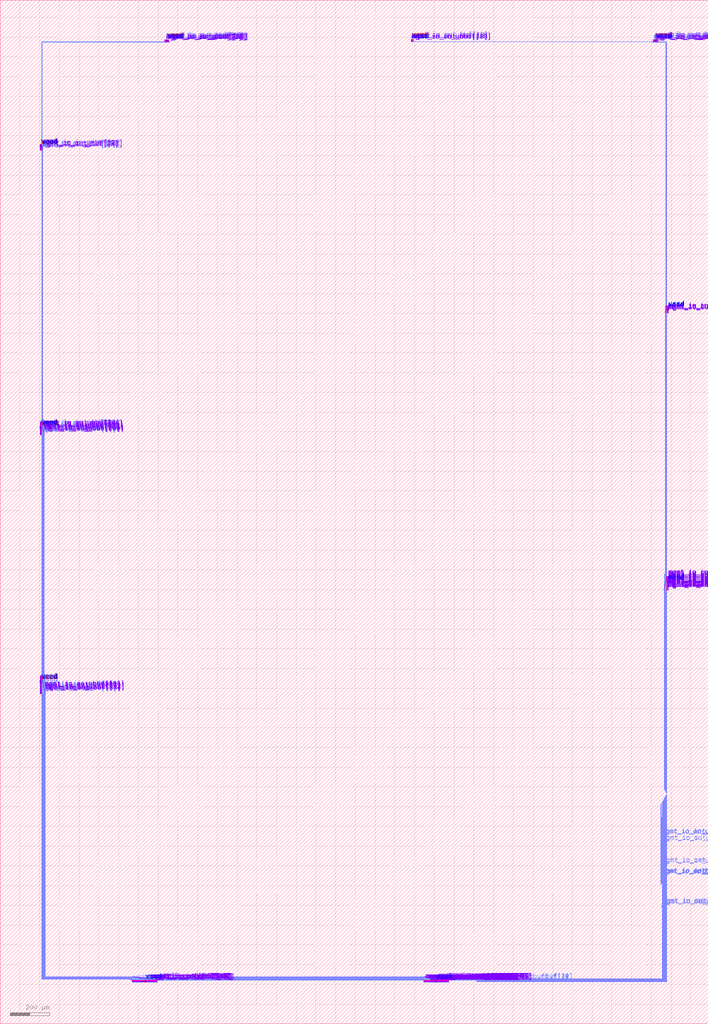
<source format=lef>
VERSION 5.7 ;
  NOWIREEXTENSIONATPIN ON ;
  DIVIDERCHAR "/" ;
  BUSBITCHARS "[]" ;
MACRO gpio_signal_buffering
  CLASS BLOCK ;
  FOREIGN gpio_signal_buffering ;
  ORIGIN 0.000 0.000 ;
  SIZE 3588.000 BY 5188.000 ;
  PIN mgmt_io_in_unbuf[18]
    DIRECTION INPUT ;
    USE SIGNAL ;
    PORT
      LAYER li1 ;
        RECT 2082.940 4983.335 2084.530 4983.535 ;
      LAYER mcon ;
        RECT 2082.940 4983.365 2084.030 4983.535 ;
      LAYER met1 ;
        RECT 2082.880 4983.315 2084.090 4983.575 ;
        RECT 2083.245 4976.655 2083.565 4976.775 ;
        RECT 2079.535 4976.515 2083.565 4976.655 ;
      LAYER via ;
        RECT 2082.940 4983.315 2084.030 4983.575 ;
        RECT 2083.275 4976.515 2083.535 4976.775 ;
      LAYER met2 ;
        RECT 2082.940 4983.285 2084.030 4983.605 ;
        RECT 2083.395 4976.805 2083.535 4983.285 ;
        RECT 2083.275 4976.485 2083.535 4976.805 ;
        RECT 2083.395 4976.065 2083.535 4976.485 ;
    END
  END mgmt_io_in_unbuf[18]
  PIN mgmt_io_out_buf[18]
    DIRECTION OUTPUT ;
    USE SIGNAL ;
    PORT
      LAYER li1 ;
        RECT 2084.265 4986.965 2084.435 4987.445 ;
        RECT 2085.105 4986.965 2085.275 4987.445 ;
        RECT 2085.945 4986.965 2086.115 4987.445 ;
        RECT 2086.785 4986.965 2086.955 4987.445 ;
        RECT 2084.265 4986.795 2086.955 4986.965 ;
        RECT 2084.265 4986.255 2084.520 4986.795 ;
        RECT 2084.265 4986.085 2086.955 4986.255 ;
        RECT 2084.265 4985.235 2084.435 4986.085 ;
        RECT 2085.105 4985.235 2085.275 4986.085 ;
        RECT 2085.945 4985.235 2086.115 4986.085 ;
        RECT 2086.785 4985.235 2086.955 4986.085 ;
      LAYER mcon ;
        RECT 2084.350 4986.085 2084.520 4986.935 ;
      LAYER met1 ;
        RECT 2084.310 4986.025 2084.570 4986.995 ;
        RECT 2084.215 4976.375 2084.535 4976.495 ;
        RECT 2080.535 4976.235 2084.535 4976.375 ;
      LAYER via ;
        RECT 2084.310 4986.085 2084.570 4986.935 ;
        RECT 2084.245 4976.235 2084.505 4976.495 ;
      LAYER met2 ;
        RECT 2084.280 4986.085 2084.600 4986.935 ;
        RECT 2084.365 4976.525 2084.505 4986.085 ;
        RECT 2084.245 4976.205 2084.505 4976.525 ;
        RECT 2084.365 4976.065 2084.505 4976.205 ;
    END
  END mgmt_io_out_buf[18]
  PIN mgmt_io_out_buf[17]
    DIRECTION OUTPUT ;
    USE SIGNAL ;
    PORT
      LAYER li1 ;
        RECT 3317.250 4986.555 3317.420 4987.035 ;
        RECT 3318.090 4986.555 3318.260 4987.035 ;
        RECT 3318.930 4986.555 3319.100 4987.035 ;
        RECT 3319.770 4986.555 3319.940 4987.035 ;
        RECT 3317.250 4986.385 3319.940 4986.555 ;
        RECT 3317.250 4985.845 3317.505 4986.385 ;
        RECT 3317.250 4985.675 3319.940 4985.845 ;
        RECT 3317.250 4984.825 3317.420 4985.675 ;
        RECT 3318.090 4984.825 3318.260 4985.675 ;
        RECT 3318.930 4984.825 3319.100 4985.675 ;
        RECT 3319.770 4984.825 3319.940 4985.675 ;
      LAYER mcon ;
        RECT 3317.335 4985.675 3317.505 4986.525 ;
      LAYER met1 ;
        RECT 3317.295 4985.615 3317.555 4986.585 ;
        RECT 3317.200 4975.395 3317.520 4975.515 ;
        RECT 3302.615 4975.255 3317.520 4975.395 ;
      LAYER via ;
        RECT 3317.295 4985.675 3317.555 4986.525 ;
        RECT 3317.230 4975.255 3317.490 4975.515 ;
      LAYER met2 ;
        RECT 3317.265 4985.675 3317.585 4986.525 ;
        RECT 3317.350 4975.545 3317.490 4985.675 ;
        RECT 3317.230 4975.225 3317.490 4975.545 ;
        RECT 3317.350 4972.845 3317.490 4975.225 ;
    END
  END mgmt_io_out_buf[17]
  PIN mgmt_io_out_buf[16]
    DIRECTION OUTPUT ;
    USE SIGNAL ;
    PORT
      LAYER li1 ;
        RECT 3323.230 4986.555 3323.400 4987.035 ;
        RECT 3324.070 4986.555 3324.240 4987.035 ;
        RECT 3324.910 4986.555 3325.080 4987.035 ;
        RECT 3325.750 4986.555 3325.920 4987.035 ;
        RECT 3323.230 4986.385 3325.920 4986.555 ;
        RECT 3323.230 4985.845 3323.485 4986.385 ;
        RECT 3323.230 4985.675 3325.920 4985.845 ;
        RECT 3323.230 4984.825 3323.400 4985.675 ;
        RECT 3324.070 4984.825 3324.240 4985.675 ;
        RECT 3324.910 4984.825 3325.080 4985.675 ;
        RECT 3325.750 4984.825 3325.920 4985.675 ;
      LAYER mcon ;
        RECT 3323.315 4985.675 3323.485 4986.525 ;
      LAYER met1 ;
        RECT 3323.275 4985.615 3323.535 4986.585 ;
        RECT 3323.180 4974.275 3323.500 4974.395 ;
        RECT 3304.615 4974.135 3323.500 4974.275 ;
      LAYER via ;
        RECT 3323.275 4985.675 3323.535 4986.525 ;
        RECT 3323.210 4974.135 3323.470 4974.395 ;
      LAYER met2 ;
        RECT 3323.245 4985.675 3323.565 4986.525 ;
        RECT 3323.330 4974.425 3323.470 4985.675 ;
        RECT 3323.210 4974.105 3323.470 4974.425 ;
        RECT 3323.330 4972.845 3323.470 4974.105 ;
    END
  END mgmt_io_out_buf[16]
  PIN mgmt_io_in_unbuf[17]
    DIRECTION INPUT ;
    USE SIGNAL ;
    PORT
      LAYER li1 ;
        RECT 3315.925 4982.925 3317.515 4983.125 ;
      LAYER mcon ;
        RECT 3315.925 4982.955 3317.015 4983.125 ;
      LAYER met1 ;
        RECT 3315.865 4982.905 3317.075 4983.165 ;
        RECT 3316.230 4975.675 3316.550 4975.795 ;
        RECT 3301.615 4975.535 3316.550 4975.675 ;
      LAYER via ;
        RECT 3315.925 4982.905 3317.015 4983.165 ;
        RECT 3316.260 4975.535 3316.520 4975.795 ;
      LAYER met2 ;
        RECT 3315.925 4982.875 3317.015 4983.195 ;
        RECT 3316.380 4975.825 3316.520 4982.875 ;
        RECT 3316.260 4975.505 3316.520 4975.825 ;
        RECT 3316.380 4972.845 3316.520 4975.505 ;
    END
  END mgmt_io_in_unbuf[17]
  PIN mgmt_io_in_unbuf[16]
    DIRECTION INPUT ;
    USE SIGNAL ;
    PORT
      LAYER li1 ;
        RECT 3321.905 4982.925 3323.495 4983.125 ;
      LAYER mcon ;
        RECT 3321.905 4982.955 3322.995 4983.125 ;
      LAYER met1 ;
        RECT 3321.845 4982.905 3323.055 4983.165 ;
        RECT 3322.210 4974.555 3322.530 4974.675 ;
        RECT 3303.615 4974.415 3322.530 4974.555 ;
      LAYER via ;
        RECT 3321.905 4982.905 3322.995 4983.165 ;
        RECT 3322.240 4974.415 3322.500 4974.675 ;
      LAYER met2 ;
        RECT 3321.905 4982.875 3322.995 4983.195 ;
        RECT 3322.360 4974.705 3322.500 4982.875 ;
        RECT 3322.240 4974.385 3322.500 4974.705 ;
        RECT 3322.360 4972.845 3322.500 4974.385 ;
    END
  END mgmt_io_in_unbuf[16]
  PIN mgmt_io_in_unbuf[15]
    DIRECTION INPUT ;
    USE SIGNAL ;
    PORT
      LAYER li1 ;
        RECT 3327.885 4982.925 3329.475 4983.125 ;
      LAYER mcon ;
        RECT 3327.885 4982.955 3328.975 4983.125 ;
      LAYER met1 ;
        RECT 3327.825 4982.905 3329.035 4983.165 ;
        RECT 3328.190 4973.435 3328.510 4973.555 ;
        RECT 3305.615 4973.295 3328.510 4973.435 ;
      LAYER via ;
        RECT 3327.885 4982.905 3328.975 4983.165 ;
        RECT 3328.220 4973.295 3328.480 4973.555 ;
      LAYER met2 ;
        RECT 3327.885 4982.875 3328.975 4983.195 ;
        RECT 3328.340 4973.585 3328.480 4982.875 ;
        RECT 3328.220 4973.265 3328.480 4973.585 ;
        RECT 3328.340 4972.845 3328.480 4973.265 ;
    END
  END mgmt_io_in_unbuf[15]
  PIN mgmt_io_out_buf[15]
    DIRECTION OUTPUT ;
    USE SIGNAL ;
    PORT
      LAYER li1 ;
        RECT 3329.210 4986.555 3329.380 4987.035 ;
        RECT 3330.050 4986.555 3330.220 4987.035 ;
        RECT 3330.890 4986.555 3331.060 4987.035 ;
        RECT 3331.730 4986.555 3331.900 4987.035 ;
        RECT 3329.210 4986.385 3331.900 4986.555 ;
        RECT 3329.210 4985.845 3329.465 4986.385 ;
        RECT 3329.210 4985.675 3331.900 4985.845 ;
        RECT 3329.210 4984.825 3329.380 4985.675 ;
        RECT 3330.050 4984.825 3330.220 4985.675 ;
        RECT 3330.890 4984.825 3331.060 4985.675 ;
        RECT 3331.730 4984.825 3331.900 4985.675 ;
      LAYER mcon ;
        RECT 3329.295 4985.675 3329.465 4986.525 ;
      LAYER met1 ;
        RECT 3329.255 4985.615 3329.515 4986.585 ;
        RECT 3329.160 4973.155 3329.480 4973.275 ;
        RECT 3306.615 4973.015 3329.480 4973.155 ;
      LAYER via ;
        RECT 3329.255 4985.675 3329.515 4986.525 ;
        RECT 3329.190 4973.015 3329.450 4973.275 ;
      LAYER met2 ;
        RECT 3329.225 4985.675 3329.545 4986.525 ;
        RECT 3329.310 4973.305 3329.450 4985.675 ;
        RECT 3329.190 4972.985 3329.450 4973.305 ;
        RECT 3329.310 4972.845 3329.450 4972.985 ;
    END
  END mgmt_io_out_buf[15]
  PIN mgmt_io_in_unbuf[14]
    DIRECTION INPUT ;
    USE SIGNAL ;
    PORT
      LAYER li1 ;
        RECT 3381.660 3612.780 3381.860 3614.370 ;
      LAYER mcon ;
        RECT 3381.690 3613.280 3381.860 3614.370 ;
      LAYER met1 ;
        RECT 3371.900 3614.065 3372.040 3643.605 ;
        RECT 3371.900 3613.745 3372.160 3614.065 ;
        RECT 3381.640 3613.220 3381.900 3614.430 ;
      LAYER via ;
        RECT 3371.900 3613.775 3372.160 3614.035 ;
        RECT 3381.640 3613.280 3381.900 3614.370 ;
      LAYER met2 ;
        RECT 3371.870 3613.915 3372.190 3614.035 ;
        RECT 3381.610 3613.915 3381.930 3614.370 ;
        RECT 3369.210 3613.775 3381.930 3613.915 ;
        RECT 3381.610 3613.280 3381.930 3613.775 ;
    END
  END mgmt_io_in_unbuf[14]
  PIN mgmt_io_in_unbuf[13]
    DIRECTION INPUT ;
    USE SIGNAL ;
    PORT
      LAYER li1 ;
        RECT 3381.660 3606.800 3381.860 3608.390 ;
      LAYER mcon ;
        RECT 3381.690 3607.300 3381.860 3608.390 ;
      LAYER met1 ;
        RECT 3370.780 3608.085 3370.920 3641.605 ;
        RECT 3370.780 3607.765 3371.040 3608.085 ;
        RECT 3381.640 3607.240 3381.900 3608.450 ;
      LAYER via ;
        RECT 3370.780 3607.795 3371.040 3608.055 ;
        RECT 3381.640 3607.300 3381.900 3608.390 ;
      LAYER met2 ;
        RECT 3370.750 3607.935 3371.070 3608.055 ;
        RECT 3381.610 3607.935 3381.930 3608.390 ;
        RECT 3370.330 3607.795 3381.930 3607.935 ;
        RECT 3381.610 3607.300 3381.930 3607.795 ;
    END
  END mgmt_io_in_unbuf[13]
  PIN mgmt_io_out_buf[14]
    DIRECTION OUTPUT ;
    USE SIGNAL ;
    PORT
      LAYER li1 ;
        RECT 3383.560 3612.875 3385.770 3613.045 ;
        RECT 3384.410 3612.790 3385.290 3612.875 ;
        RECT 3384.410 3612.205 3384.580 3612.790 ;
        RECT 3383.560 3612.035 3384.580 3612.205 ;
        RECT 3384.410 3611.365 3384.580 3612.035 ;
        RECT 3383.560 3611.195 3384.580 3611.365 ;
        RECT 3384.410 3610.525 3384.580 3611.195 ;
        RECT 3383.560 3610.355 3384.580 3610.525 ;
        RECT 3385.120 3612.205 3385.290 3612.790 ;
        RECT 3385.120 3612.035 3385.770 3612.205 ;
        RECT 3385.120 3611.365 3385.290 3612.035 ;
        RECT 3385.120 3611.195 3385.770 3611.365 ;
        RECT 3385.120 3610.525 3385.290 3611.195 ;
        RECT 3385.120 3610.355 3385.770 3610.525 ;
      LAYER met1 ;
        RECT 3371.620 3613.095 3371.760 3642.605 ;
        RECT 3371.620 3612.775 3371.880 3613.095 ;
        RECT 3384.350 3612.740 3385.320 3613.000 ;
      LAYER via ;
        RECT 3371.620 3612.805 3371.880 3613.065 ;
        RECT 3384.410 3612.740 3385.260 3613.000 ;
      LAYER met2 ;
        RECT 3371.590 3612.945 3371.910 3613.065 ;
        RECT 3384.410 3612.945 3385.260 3613.030 ;
        RECT 3369.210 3612.805 3385.260 3612.945 ;
        RECT 3384.410 3612.710 3385.260 3612.805 ;
    END
  END mgmt_io_out_buf[14]
  PIN mgmt_io_out_buf[13]
    DIRECTION OUTPUT ;
    USE SIGNAL ;
    PORT
      LAYER li1 ;
        RECT 3383.560 3606.895 3385.770 3607.065 ;
        RECT 3384.410 3606.810 3385.290 3606.895 ;
        RECT 3384.410 3606.225 3384.580 3606.810 ;
        RECT 3383.560 3606.055 3384.580 3606.225 ;
        RECT 3384.410 3605.385 3384.580 3606.055 ;
        RECT 3383.560 3605.215 3384.580 3605.385 ;
        RECT 3384.410 3604.545 3384.580 3605.215 ;
        RECT 3383.560 3604.375 3384.580 3604.545 ;
        RECT 3385.120 3606.225 3385.290 3606.810 ;
        RECT 3385.120 3606.055 3385.770 3606.225 ;
        RECT 3385.120 3605.385 3385.290 3606.055 ;
        RECT 3385.120 3605.215 3385.770 3605.385 ;
        RECT 3385.120 3604.545 3385.290 3605.215 ;
        RECT 3385.120 3604.375 3385.770 3604.545 ;
      LAYER met1 ;
        RECT 3370.500 3607.115 3370.640 3640.605 ;
        RECT 3370.500 3606.795 3370.760 3607.115 ;
        RECT 3384.350 3606.760 3385.320 3607.020 ;
      LAYER via ;
        RECT 3370.500 3606.825 3370.760 3607.085 ;
        RECT 3384.410 3606.760 3385.260 3607.020 ;
      LAYER met2 ;
        RECT 3370.470 3606.965 3370.790 3607.085 ;
        RECT 3384.410 3606.965 3385.260 3607.050 ;
        RECT 3370.330 3606.825 3385.260 3606.965 ;
        RECT 3384.410 3606.730 3385.260 3606.825 ;
    END
  END mgmt_io_out_buf[13]
  PIN mgmt_io_in_unbuf[12]
    DIRECTION INPUT ;
    USE SIGNAL ;
    PORT
      LAYER li1 ;
        RECT 3381.660 2230.700 3381.860 2232.290 ;
      LAYER mcon ;
        RECT 3381.690 2231.200 3381.860 2232.290 ;
      LAYER met1 ;
        RECT 3369.800 2231.985 3369.940 2281.275 ;
        RECT 3369.800 2231.665 3370.060 2231.985 ;
        RECT 3381.640 2231.140 3381.900 2232.350 ;
      LAYER via ;
        RECT 3369.800 2231.695 3370.060 2231.955 ;
        RECT 3381.640 2231.200 3381.900 2232.290 ;
      LAYER met2 ;
        RECT 3369.770 2231.835 3370.090 2231.955 ;
        RECT 3381.610 2231.835 3381.930 2232.290 ;
        RECT 3365.990 2231.695 3381.930 2231.835 ;
        RECT 3381.610 2231.200 3381.930 2231.695 ;
    END
  END mgmt_io_in_unbuf[12]
  PIN mgmt_io_in_unbuf[11]
    DIRECTION INPUT ;
    USE SIGNAL ;
    PORT
      LAYER li1 ;
        RECT 3381.660 2224.720 3381.860 2226.310 ;
      LAYER mcon ;
        RECT 3381.690 2225.220 3381.860 2226.310 ;
      LAYER met1 ;
        RECT 3368.680 2226.005 3368.820 2279.275 ;
        RECT 3368.680 2225.685 3368.940 2226.005 ;
        RECT 3381.640 2225.160 3381.900 2226.370 ;
      LAYER via ;
        RECT 3368.680 2225.715 3368.940 2225.975 ;
        RECT 3381.640 2225.220 3381.900 2226.310 ;
      LAYER met2 ;
        RECT 3368.650 2225.855 3368.970 2225.975 ;
        RECT 3381.610 2225.855 3381.930 2226.310 ;
        RECT 3365.990 2225.715 3381.930 2225.855 ;
        RECT 3381.610 2225.220 3381.930 2225.715 ;
    END
  END mgmt_io_in_unbuf[11]
  PIN mgmt_io_in_unbuf[10]
    DIRECTION INPUT ;
    USE SIGNAL ;
    PORT
      LAYER li1 ;
        RECT 3381.660 2218.740 3381.860 2220.330 ;
      LAYER mcon ;
        RECT 3381.690 2219.240 3381.860 2220.330 ;
      LAYER met1 ;
        RECT 3367.560 2220.025 3367.700 2277.275 ;
        RECT 3367.560 2219.705 3367.820 2220.025 ;
        RECT 3381.640 2219.180 3381.900 2220.390 ;
      LAYER via ;
        RECT 3367.560 2219.735 3367.820 2219.995 ;
        RECT 3381.640 2219.240 3381.900 2220.330 ;
      LAYER met2 ;
        RECT 3367.530 2219.875 3367.850 2219.995 ;
        RECT 3381.610 2219.875 3381.930 2220.330 ;
        RECT 3365.990 2219.735 3381.930 2219.875 ;
        RECT 3381.610 2219.240 3381.930 2219.735 ;
    END
  END mgmt_io_in_unbuf[10]
  PIN mgmt_io_in_unbuf[9]
    DIRECTION INPUT ;
    USE SIGNAL ;
    PORT
      LAYER li1 ;
        RECT 3381.660 2212.760 3381.860 2214.350 ;
      LAYER mcon ;
        RECT 3381.690 2213.260 3381.860 2214.350 ;
      LAYER met1 ;
        RECT 3366.440 2214.045 3366.580 2275.275 ;
        RECT 3366.440 2213.725 3366.700 2214.045 ;
        RECT 3381.640 2213.200 3381.900 2214.410 ;
      LAYER via ;
        RECT 3366.440 2213.755 3366.700 2214.015 ;
        RECT 3381.640 2213.260 3381.900 2214.350 ;
      LAYER met2 ;
        RECT 3366.410 2213.895 3366.730 2214.015 ;
        RECT 3381.610 2213.895 3381.930 2214.350 ;
        RECT 3365.990 2213.755 3381.930 2213.895 ;
        RECT 3381.610 2213.260 3381.930 2213.755 ;
    END
  END mgmt_io_in_unbuf[9]
  PIN mgmt_io_in_unbuf[8]
    DIRECTION INPUT ;
    USE SIGNAL ;
    PORT
      LAYER li1 ;
        RECT 3381.660 2206.780 3381.860 2208.370 ;
      LAYER mcon ;
        RECT 3381.690 2207.280 3381.860 2208.370 ;
      LAYER met1 ;
        RECT 3365.320 2208.065 3365.460 2273.275 ;
        RECT 3365.320 2207.745 3365.580 2208.065 ;
        RECT 3381.640 2207.220 3381.900 2208.430 ;
      LAYER via ;
        RECT 3365.320 2207.775 3365.580 2208.035 ;
        RECT 3381.640 2207.280 3381.900 2208.370 ;
      LAYER met2 ;
        RECT 3365.290 2207.915 3365.610 2208.035 ;
        RECT 3381.610 2207.915 3381.930 2208.370 ;
        RECT 3364.865 2207.775 3381.930 2207.915 ;
        RECT 3381.610 2207.280 3381.930 2207.775 ;
    END
  END mgmt_io_in_unbuf[8]
  PIN mgmt_io_in_unbuf[7]
    DIRECTION INPUT ;
    USE SIGNAL ;
    PORT
      LAYER li1 ;
        RECT 3381.660 2200.800 3381.860 2202.390 ;
      LAYER mcon ;
        RECT 3381.690 2201.300 3381.860 2202.390 ;
      LAYER met1 ;
        RECT 3364.200 2202.085 3364.340 2271.275 ;
        RECT 3364.200 2201.765 3364.460 2202.085 ;
        RECT 3381.640 2201.240 3381.900 2202.450 ;
      LAYER via ;
        RECT 3364.200 2201.795 3364.460 2202.055 ;
        RECT 3381.640 2201.300 3381.900 2202.390 ;
      LAYER met2 ;
        RECT 3364.170 2201.935 3364.490 2202.055 ;
        RECT 3381.610 2201.935 3381.930 2202.390 ;
        RECT 3363.750 2201.795 3381.930 2201.935 ;
        RECT 3381.610 2201.300 3381.930 2201.795 ;
    END
  END mgmt_io_in_unbuf[7]
  PIN mgmt_io_out_buf[7]
    DIRECTION OUTPUT ;
    USE SIGNAL ;
    PORT
      LAYER li1 ;
        RECT 3383.560 2200.895 3385.770 2201.065 ;
        RECT 3384.410 2200.810 3385.290 2200.895 ;
        RECT 3384.410 2200.225 3384.580 2200.810 ;
        RECT 3383.560 2200.055 3384.580 2200.225 ;
        RECT 3384.410 2199.385 3384.580 2200.055 ;
        RECT 3383.560 2199.215 3384.580 2199.385 ;
        RECT 3384.410 2198.545 3384.580 2199.215 ;
        RECT 3383.560 2198.375 3384.580 2198.545 ;
        RECT 3385.120 2200.225 3385.290 2200.810 ;
        RECT 3385.120 2200.055 3385.770 2200.225 ;
        RECT 3385.120 2199.385 3385.290 2200.055 ;
        RECT 3385.120 2199.215 3385.770 2199.385 ;
        RECT 3385.120 2198.545 3385.290 2199.215 ;
        RECT 3385.120 2198.375 3385.770 2198.545 ;
      LAYER met1 ;
        RECT 3363.920 2201.115 3364.060 2270.275 ;
        RECT 3363.920 2200.795 3364.180 2201.115 ;
        RECT 3384.350 2200.760 3385.320 2201.020 ;
      LAYER via ;
        RECT 3363.920 2200.825 3364.180 2201.085 ;
        RECT 3384.410 2200.760 3385.260 2201.020 ;
      LAYER met2 ;
        RECT 3363.890 2200.965 3364.210 2201.085 ;
        RECT 3384.410 2200.965 3385.260 2201.050 ;
        RECT 3363.750 2200.825 3385.260 2200.965 ;
        RECT 3384.410 2200.730 3385.260 2200.825 ;
    END
  END mgmt_io_out_buf[7]
  PIN mgmt_io_out_buf[8]
    DIRECTION OUTPUT ;
    USE SIGNAL ;
    PORT
      LAYER li1 ;
        RECT 3383.560 2206.875 3385.770 2207.045 ;
        RECT 3384.410 2206.790 3385.290 2206.875 ;
        RECT 3384.410 2206.205 3384.580 2206.790 ;
        RECT 3383.560 2206.035 3384.580 2206.205 ;
        RECT 3384.410 2205.365 3384.580 2206.035 ;
        RECT 3383.560 2205.195 3384.580 2205.365 ;
        RECT 3384.410 2204.525 3384.580 2205.195 ;
        RECT 3383.560 2204.355 3384.580 2204.525 ;
        RECT 3385.120 2206.205 3385.290 2206.790 ;
        RECT 3385.120 2206.035 3385.770 2206.205 ;
        RECT 3385.120 2205.365 3385.290 2206.035 ;
        RECT 3385.120 2205.195 3385.770 2205.365 ;
        RECT 3385.120 2204.525 3385.290 2205.195 ;
        RECT 3385.120 2204.355 3385.770 2204.525 ;
      LAYER met1 ;
        RECT 3365.040 2207.095 3365.180 2272.275 ;
        RECT 3365.040 2206.775 3365.300 2207.095 ;
        RECT 3384.350 2206.740 3385.320 2207.000 ;
      LAYER via ;
        RECT 3365.040 2206.805 3365.300 2207.065 ;
        RECT 3384.410 2206.740 3385.260 2207.000 ;
      LAYER met2 ;
        RECT 3365.010 2206.945 3365.330 2207.065 ;
        RECT 3384.410 2206.945 3385.260 2207.030 ;
        RECT 3364.865 2206.805 3385.260 2206.945 ;
        RECT 3384.410 2206.710 3385.260 2206.805 ;
    END
  END mgmt_io_out_buf[8]
  PIN mgmt_io_out_buf[9]
    DIRECTION OUTPUT ;
    USE SIGNAL ;
    PORT
      LAYER li1 ;
        RECT 3383.560 2212.855 3385.770 2213.025 ;
        RECT 3384.410 2212.770 3385.290 2212.855 ;
        RECT 3384.410 2212.185 3384.580 2212.770 ;
        RECT 3383.560 2212.015 3384.580 2212.185 ;
        RECT 3384.410 2211.345 3384.580 2212.015 ;
        RECT 3383.560 2211.175 3384.580 2211.345 ;
        RECT 3384.410 2210.505 3384.580 2211.175 ;
        RECT 3383.560 2210.335 3384.580 2210.505 ;
        RECT 3385.120 2212.185 3385.290 2212.770 ;
        RECT 3385.120 2212.015 3385.770 2212.185 ;
        RECT 3385.120 2211.345 3385.290 2212.015 ;
        RECT 3385.120 2211.175 3385.770 2211.345 ;
        RECT 3385.120 2210.505 3385.290 2211.175 ;
        RECT 3385.120 2210.335 3385.770 2210.505 ;
      LAYER met1 ;
        RECT 3366.160 2213.075 3366.300 2274.275 ;
        RECT 3366.160 2212.755 3366.420 2213.075 ;
        RECT 3384.350 2212.720 3385.320 2212.980 ;
      LAYER via ;
        RECT 3366.160 2212.785 3366.420 2213.045 ;
        RECT 3384.410 2212.720 3385.260 2212.980 ;
      LAYER met2 ;
        RECT 3366.130 2212.925 3366.450 2213.045 ;
        RECT 3384.410 2212.925 3385.260 2213.010 ;
        RECT 3365.990 2212.785 3385.260 2212.925 ;
        RECT 3384.410 2212.690 3385.260 2212.785 ;
    END
  END mgmt_io_out_buf[9]
  PIN mgmt_io_out_buf[10]
    DIRECTION OUTPUT ;
    USE SIGNAL ;
    PORT
      LAYER li1 ;
        RECT 3383.560 2218.835 3385.770 2219.005 ;
        RECT 3384.410 2218.750 3385.290 2218.835 ;
        RECT 3384.410 2218.165 3384.580 2218.750 ;
        RECT 3383.560 2217.995 3384.580 2218.165 ;
        RECT 3384.410 2217.325 3384.580 2217.995 ;
        RECT 3383.560 2217.155 3384.580 2217.325 ;
        RECT 3384.410 2216.485 3384.580 2217.155 ;
        RECT 3383.560 2216.315 3384.580 2216.485 ;
        RECT 3385.120 2218.165 3385.290 2218.750 ;
        RECT 3385.120 2217.995 3385.770 2218.165 ;
        RECT 3385.120 2217.325 3385.290 2217.995 ;
        RECT 3385.120 2217.155 3385.770 2217.325 ;
        RECT 3385.120 2216.485 3385.290 2217.155 ;
        RECT 3385.120 2216.315 3385.770 2216.485 ;
      LAYER met1 ;
        RECT 3367.280 2219.055 3367.420 2276.275 ;
        RECT 3367.280 2218.735 3367.540 2219.055 ;
        RECT 3384.350 2218.700 3385.320 2218.960 ;
      LAYER via ;
        RECT 3367.280 2218.765 3367.540 2219.025 ;
        RECT 3384.410 2218.700 3385.260 2218.960 ;
      LAYER met2 ;
        RECT 3367.250 2218.905 3367.570 2219.025 ;
        RECT 3384.410 2218.905 3385.260 2218.990 ;
        RECT 3365.990 2218.765 3385.260 2218.905 ;
        RECT 3384.410 2218.670 3385.260 2218.765 ;
    END
  END mgmt_io_out_buf[10]
  PIN mgmt_io_out_buf[11]
    DIRECTION OUTPUT ;
    USE SIGNAL ;
    PORT
      LAYER li1 ;
        RECT 3383.560 2224.815 3385.770 2224.985 ;
        RECT 3384.410 2224.730 3385.290 2224.815 ;
        RECT 3384.410 2224.145 3384.580 2224.730 ;
        RECT 3383.560 2223.975 3384.580 2224.145 ;
        RECT 3384.410 2223.305 3384.580 2223.975 ;
        RECT 3383.560 2223.135 3384.580 2223.305 ;
        RECT 3384.410 2222.465 3384.580 2223.135 ;
        RECT 3383.560 2222.295 3384.580 2222.465 ;
        RECT 3385.120 2224.145 3385.290 2224.730 ;
        RECT 3385.120 2223.975 3385.770 2224.145 ;
        RECT 3385.120 2223.305 3385.290 2223.975 ;
        RECT 3385.120 2223.135 3385.770 2223.305 ;
        RECT 3385.120 2222.465 3385.290 2223.135 ;
        RECT 3385.120 2222.295 3385.770 2222.465 ;
      LAYER met1 ;
        RECT 3368.400 2225.035 3368.540 2278.275 ;
        RECT 3368.400 2224.715 3368.660 2225.035 ;
        RECT 3384.350 2224.680 3385.320 2224.940 ;
      LAYER via ;
        RECT 3368.400 2224.745 3368.660 2225.005 ;
        RECT 3384.410 2224.680 3385.260 2224.940 ;
      LAYER met2 ;
        RECT 3368.370 2224.885 3368.690 2225.005 ;
        RECT 3384.410 2224.885 3385.260 2224.970 ;
        RECT 3365.990 2224.745 3385.260 2224.885 ;
        RECT 3384.410 2224.650 3385.260 2224.745 ;
    END
  END mgmt_io_out_buf[11]
  PIN mgmt_io_out_buf[12]
    DIRECTION OUTPUT ;
    USE SIGNAL ;
    PORT
      LAYER li1 ;
        RECT 3383.560 2230.795 3385.770 2230.965 ;
        RECT 3384.410 2230.710 3385.290 2230.795 ;
        RECT 3384.410 2230.125 3384.580 2230.710 ;
        RECT 3383.560 2229.955 3384.580 2230.125 ;
        RECT 3384.410 2229.285 3384.580 2229.955 ;
        RECT 3383.560 2229.115 3384.580 2229.285 ;
        RECT 3384.410 2228.445 3384.580 2229.115 ;
        RECT 3383.560 2228.275 3384.580 2228.445 ;
        RECT 3385.120 2230.125 3385.290 2230.710 ;
        RECT 3385.120 2229.955 3385.770 2230.125 ;
        RECT 3385.120 2229.285 3385.290 2229.955 ;
        RECT 3385.120 2229.115 3385.770 2229.285 ;
        RECT 3385.120 2228.445 3385.290 2229.115 ;
        RECT 3385.120 2228.275 3385.770 2228.445 ;
      LAYER met1 ;
        RECT 3369.520 2231.015 3369.660 2280.275 ;
        RECT 3369.520 2230.695 3369.780 2231.015 ;
        RECT 3384.350 2230.660 3385.320 2230.920 ;
      LAYER via ;
        RECT 3369.520 2230.725 3369.780 2230.985 ;
        RECT 3384.410 2230.660 3385.260 2230.920 ;
      LAYER met2 ;
        RECT 3369.490 2230.865 3369.810 2230.985 ;
        RECT 3384.410 2230.865 3385.260 2230.950 ;
        RECT 3365.990 2230.725 3385.260 2230.865 ;
        RECT 3384.410 2230.630 3385.260 2230.725 ;
    END
  END mgmt_io_out_buf[12]
  PIN mgmt_io_out_unbuf[7]
    DIRECTION INPUT ;
    USE SIGNAL ;
    PORT
      LAYER li1 ;
        RECT 3384.750 2196.660 3384.950 2197.760 ;
      LAYER mcon ;
        RECT 3384.750 2196.670 3384.920 2197.760 ;
      LAYER met1 ;
        RECT 3363.940 2196.930 3364.200 2197.250 ;
        RECT 3364.060 1190.250 3364.200 2196.930 ;
        RECT 3384.700 2196.610 3384.960 2197.820 ;
      LAYER via ;
        RECT 3363.940 2196.960 3364.200 2197.220 ;
        RECT 3384.700 2196.670 3384.960 2197.760 ;
      LAYER met2 ;
        RECT 3363.910 2197.100 3364.230 2197.220 ;
        RECT 3384.670 2197.100 3384.990 2197.760 ;
        RECT 3363.750 2196.960 3384.990 2197.100 ;
        RECT 3384.670 2196.670 3384.990 2196.960 ;
    END
  END mgmt_io_out_unbuf[7]
  PIN mgmt_io_out_unbuf[8]
    DIRECTION INPUT ;
    USE SIGNAL ;
    PORT
      LAYER li1 ;
        RECT 3384.750 2202.640 3384.950 2203.740 ;
      LAYER mcon ;
        RECT 3384.750 2202.650 3384.920 2203.740 ;
      LAYER met1 ;
        RECT 3365.060 2202.910 3365.320 2203.230 ;
        RECT 3365.180 1188.250 3365.320 2202.910 ;
        RECT 3384.700 2202.590 3384.960 2203.800 ;
      LAYER via ;
        RECT 3365.060 2202.940 3365.320 2203.200 ;
        RECT 3384.700 2202.650 3384.960 2203.740 ;
      LAYER met2 ;
        RECT 3365.030 2203.080 3365.350 2203.200 ;
        RECT 3384.670 2203.080 3384.990 2203.740 ;
        RECT 3364.900 2202.940 3384.990 2203.080 ;
        RECT 3384.670 2202.650 3384.990 2202.940 ;
    END
  END mgmt_io_out_unbuf[8]
  PIN mgmt_io_out_unbuf[9]
    DIRECTION INPUT ;
    USE SIGNAL ;
    PORT
      LAYER li1 ;
        RECT 3384.750 2208.620 3384.950 2209.720 ;
      LAYER mcon ;
        RECT 3384.750 2208.630 3384.920 2209.720 ;
      LAYER met1 ;
        RECT 3366.180 2208.890 3366.440 2209.210 ;
        RECT 3366.300 1186.250 3366.440 2208.890 ;
        RECT 3384.700 2208.570 3384.960 2209.780 ;
      LAYER via ;
        RECT 3366.180 2208.920 3366.440 2209.180 ;
        RECT 3384.700 2208.630 3384.960 2209.720 ;
      LAYER met2 ;
        RECT 3366.150 2209.060 3366.470 2209.180 ;
        RECT 3384.670 2209.060 3384.990 2209.720 ;
        RECT 3365.990 2208.920 3384.990 2209.060 ;
        RECT 3384.670 2208.630 3384.990 2208.920 ;
    END
  END mgmt_io_out_unbuf[9]
  PIN mgmt_io_out_unbuf[10]
    DIRECTION INPUT ;
    USE SIGNAL ;
    PORT
      LAYER li1 ;
        RECT 3384.750 2214.600 3384.950 2215.700 ;
      LAYER mcon ;
        RECT 3384.750 2214.610 3384.920 2215.700 ;
      LAYER met1 ;
        RECT 3367.300 2214.870 3367.560 2215.190 ;
        RECT 3367.420 1184.250 3367.560 2214.870 ;
        RECT 3384.700 2214.550 3384.960 2215.760 ;
      LAYER via ;
        RECT 3367.300 2214.900 3367.560 2215.160 ;
        RECT 3384.700 2214.610 3384.960 2215.700 ;
      LAYER met2 ;
        RECT 3367.270 2215.040 3367.590 2215.160 ;
        RECT 3384.670 2215.040 3384.990 2215.700 ;
        RECT 3365.990 2214.900 3384.990 2215.040 ;
        RECT 3384.670 2214.610 3384.990 2214.900 ;
    END
  END mgmt_io_out_unbuf[10]
  PIN mgmt_io_out_unbuf[11]
    DIRECTION INPUT ;
    USE SIGNAL ;
    PORT
      LAYER li1 ;
        RECT 3384.750 2220.580 3384.950 2221.680 ;
      LAYER mcon ;
        RECT 3384.750 2220.590 3384.920 2221.680 ;
      LAYER met1 ;
        RECT 3368.420 2220.850 3368.680 2221.170 ;
        RECT 3368.540 1182.250 3368.680 2220.850 ;
        RECT 3384.700 2220.530 3384.960 2221.740 ;
      LAYER via ;
        RECT 3368.420 2220.880 3368.680 2221.140 ;
        RECT 3384.700 2220.590 3384.960 2221.680 ;
      LAYER met2 ;
        RECT 3368.390 2221.020 3368.710 2221.140 ;
        RECT 3384.670 2221.020 3384.990 2221.680 ;
        RECT 3365.990 2220.880 3384.990 2221.020 ;
        RECT 3384.670 2220.590 3384.990 2220.880 ;
    END
  END mgmt_io_out_unbuf[11]
  PIN mgmt_io_out_unbuf[12]
    DIRECTION INPUT ;
    USE SIGNAL ;
    PORT
      LAYER li1 ;
        RECT 3384.750 2226.560 3384.950 2227.660 ;
      LAYER mcon ;
        RECT 3384.750 2226.570 3384.920 2227.660 ;
      LAYER met1 ;
        RECT 3369.540 2226.830 3369.800 2227.150 ;
        RECT 3369.660 1180.250 3369.800 2226.830 ;
        RECT 3384.700 2226.510 3384.960 2227.720 ;
      LAYER via ;
        RECT 3369.540 2226.860 3369.800 2227.120 ;
        RECT 3384.700 2226.570 3384.960 2227.660 ;
      LAYER met2 ;
        RECT 3369.510 2227.000 3369.830 2227.120 ;
        RECT 3384.670 2227.000 3384.990 2227.660 ;
        RECT 3365.990 2226.860 3384.990 2227.000 ;
        RECT 3384.670 2226.570 3384.990 2226.860 ;
    END
  END mgmt_io_out_unbuf[12]
  PIN mgmt_io_out_unbuf[13]
    DIRECTION INPUT ;
    USE SIGNAL ;
    PORT
      LAYER li1 ;
        RECT 3384.750 2232.540 3384.950 2233.640 ;
      LAYER mcon ;
        RECT 3384.750 2232.550 3384.920 2233.640 ;
      LAYER met1 ;
        RECT 3370.660 2232.810 3370.920 2233.130 ;
        RECT 3370.780 1178.250 3370.920 2232.810 ;
        RECT 3384.700 2232.490 3384.960 2233.700 ;
      LAYER via ;
        RECT 3370.660 2232.840 3370.920 2233.100 ;
        RECT 3384.700 2232.550 3384.960 2233.640 ;
      LAYER met2 ;
        RECT 3370.630 2232.980 3370.950 2233.100 ;
        RECT 3384.670 2232.980 3384.990 2233.640 ;
        RECT 3365.990 2232.840 3384.990 2232.980 ;
        RECT 3384.670 2232.550 3384.990 2232.840 ;
    END
  END mgmt_io_out_unbuf[13]
  PIN mgmt_io_out_unbuf[14]
    DIRECTION INPUT ;
    USE SIGNAL ;
    PORT
      LAYER li1 ;
        RECT 3384.750 2238.520 3384.950 2239.620 ;
      LAYER mcon ;
        RECT 3384.750 2238.530 3384.920 2239.620 ;
      LAYER met1 ;
        RECT 3371.780 2238.790 3372.040 2239.110 ;
        RECT 3371.900 1176.250 3372.040 2238.790 ;
        RECT 3384.700 2238.470 3384.960 2239.680 ;
      LAYER via ;
        RECT 3371.780 2238.820 3372.040 2239.080 ;
        RECT 3384.700 2238.530 3384.960 2239.620 ;
      LAYER met2 ;
        RECT 3371.750 2238.960 3372.070 2239.080 ;
        RECT 3384.670 2238.960 3384.990 2239.620 ;
        RECT 3365.990 2238.820 3384.990 2238.960 ;
        RECT 3384.670 2238.530 3384.990 2238.820 ;
    END
  END mgmt_io_out_unbuf[14]
  PIN mgmt_io_out_unbuf[15]
    DIRECTION INPUT ;
    USE SIGNAL ;
    PORT
      LAYER li1 ;
        RECT 3384.750 2244.500 3384.950 2245.600 ;
      LAYER mcon ;
        RECT 3384.750 2244.510 3384.920 2245.600 ;
      LAYER met1 ;
        RECT 3372.900 2244.770 3373.160 2245.090 ;
        RECT 3373.020 1174.250 3373.160 2244.770 ;
        RECT 3384.700 2244.450 3384.960 2245.660 ;
      LAYER via ;
        RECT 3372.900 2244.800 3373.160 2245.060 ;
        RECT 3384.700 2244.510 3384.960 2245.600 ;
      LAYER met2 ;
        RECT 3372.870 2244.940 3373.190 2245.060 ;
        RECT 3384.670 2244.940 3384.990 2245.600 ;
        RECT 3365.990 2244.800 3384.990 2244.940 ;
        RECT 3384.670 2244.510 3384.990 2244.800 ;
    END
  END mgmt_io_out_unbuf[15]
  PIN mgmt_io_out_unbuf[16]
    DIRECTION INPUT ;
    USE SIGNAL ;
    PORT
      LAYER li1 ;
        RECT 3384.750 2250.480 3384.950 2251.580 ;
      LAYER mcon ;
        RECT 3384.750 2250.490 3384.920 2251.580 ;
      LAYER met1 ;
        RECT 3374.020 2250.750 3374.280 2251.070 ;
        RECT 3374.140 1172.250 3374.280 2250.750 ;
        RECT 3384.700 2250.430 3384.960 2251.640 ;
      LAYER via ;
        RECT 3374.020 2250.780 3374.280 2251.040 ;
        RECT 3384.700 2250.490 3384.960 2251.580 ;
      LAYER met2 ;
        RECT 3373.990 2250.920 3374.310 2251.040 ;
        RECT 3384.670 2250.920 3384.990 2251.580 ;
        RECT 3365.990 2250.780 3384.990 2250.920 ;
        RECT 3384.670 2250.490 3384.990 2250.780 ;
    END
  END mgmt_io_out_unbuf[16]
  PIN mgmt_io_out_unbuf[17]
    DIRECTION INPUT ;
    USE SIGNAL ;
    PORT
      LAYER li1 ;
        RECT 3384.750 2256.460 3384.950 2257.560 ;
      LAYER mcon ;
        RECT 3384.750 2256.470 3384.920 2257.560 ;
      LAYER met1 ;
        RECT 3375.140 2256.730 3375.400 2257.050 ;
        RECT 3375.260 1170.250 3375.400 2256.730 ;
        RECT 3384.700 2256.410 3384.960 2257.620 ;
      LAYER via ;
        RECT 3375.140 2256.760 3375.400 2257.020 ;
        RECT 3384.700 2256.470 3384.960 2257.560 ;
      LAYER met2 ;
        RECT 3375.110 2256.900 3375.430 2257.020 ;
        RECT 3384.670 2256.900 3384.990 2257.560 ;
        RECT 3365.990 2256.760 3384.990 2256.900 ;
        RECT 3384.670 2256.470 3384.990 2256.760 ;
    END
  END mgmt_io_out_unbuf[17]
  PIN mgmt_io_out_unbuf[18]
    DIRECTION INPUT ;
    USE SIGNAL ;
    PORT
      LAYER li1 ;
        RECT 3384.750 2262.440 3384.950 2263.540 ;
      LAYER mcon ;
        RECT 3384.750 2262.450 3384.920 2263.540 ;
      LAYER met1 ;
        RECT 3376.400 2262.710 3376.660 2263.030 ;
        RECT 3376.520 1168.250 3376.660 2262.710 ;
        RECT 3384.700 2262.390 3384.960 2263.600 ;
      LAYER via ;
        RECT 3376.400 2262.740 3376.660 2263.000 ;
        RECT 3384.700 2262.450 3384.960 2263.540 ;
      LAYER met2 ;
        RECT 3376.370 2262.880 3376.690 2263.000 ;
        RECT 3384.670 2262.880 3384.990 2263.540 ;
        RECT 3376.040 2262.740 3384.990 2262.880 ;
        RECT 3384.670 2262.450 3384.990 2262.740 ;
    END
  END mgmt_io_out_unbuf[18]
  PIN mgmt_io_in_buf[18]
    DIRECTION OUTPUT ;
    USE SIGNAL ;
    PORT
      LAYER li1 ;
        RECT 3380.840 2265.795 3381.490 2265.965 ;
        RECT 3381.320 2265.125 3381.490 2265.795 ;
        RECT 3380.840 2264.955 3381.490 2265.125 ;
        RECT 3381.320 2264.285 3381.490 2264.955 ;
        RECT 3380.840 2264.115 3381.490 2264.285 ;
        RECT 3381.320 2263.530 3381.490 2264.115 ;
        RECT 3382.030 2265.795 3383.050 2265.965 ;
        RECT 3382.030 2265.125 3382.200 2265.795 ;
        RECT 3382.030 2264.955 3383.050 2265.125 ;
        RECT 3382.030 2264.285 3382.200 2264.955 ;
        RECT 3382.030 2264.115 3383.050 2264.285 ;
        RECT 3382.030 2263.530 3382.200 2264.115 ;
        RECT 3381.320 2263.445 3382.200 2263.530 ;
        RECT 3380.840 2263.275 3383.050 2263.445 ;
      LAYER mcon ;
        RECT 3381.350 2263.360 3382.200 2263.530 ;
      LAYER met1 ;
        RECT 3376.680 2263.330 3376.940 2263.650 ;
        RECT 3376.800 1167.250 3376.940 2263.330 ;
        RECT 3381.290 2263.310 3382.260 2263.570 ;
      LAYER via ;
        RECT 3376.680 2263.360 3376.940 2263.620 ;
        RECT 3381.350 2263.310 3382.200 2263.570 ;
      LAYER met2 ;
        RECT 3376.650 2263.500 3376.970 2263.620 ;
        RECT 3381.350 2263.500 3382.200 2263.600 ;
        RECT 3365.990 2263.360 3382.200 2263.500 ;
        RECT 3381.350 2263.280 3382.200 2263.360 ;
    END
  END mgmt_io_in_buf[18]
  PIN mgmt_io_in_buf[17]
    DIRECTION OUTPUT ;
    USE SIGNAL ;
    PORT
      LAYER li1 ;
        RECT 3380.840 2259.815 3381.490 2259.985 ;
        RECT 3381.320 2259.145 3381.490 2259.815 ;
        RECT 3380.840 2258.975 3381.490 2259.145 ;
        RECT 3381.320 2258.305 3381.490 2258.975 ;
        RECT 3380.840 2258.135 3381.490 2258.305 ;
        RECT 3381.320 2257.550 3381.490 2258.135 ;
        RECT 3382.030 2259.815 3383.050 2259.985 ;
        RECT 3382.030 2259.145 3382.200 2259.815 ;
        RECT 3382.030 2258.975 3383.050 2259.145 ;
        RECT 3382.030 2258.305 3382.200 2258.975 ;
        RECT 3382.030 2258.135 3383.050 2258.305 ;
        RECT 3382.030 2257.550 3382.200 2258.135 ;
        RECT 3381.320 2257.465 3382.200 2257.550 ;
        RECT 3380.840 2257.295 3383.050 2257.465 ;
      LAYER mcon ;
        RECT 3381.350 2257.380 3382.200 2257.550 ;
      LAYER met1 ;
        RECT 3375.420 2257.350 3375.680 2257.670 ;
        RECT 3375.540 1169.250 3375.680 2257.350 ;
        RECT 3381.290 2257.330 3382.260 2257.590 ;
      LAYER via ;
        RECT 3375.420 2257.380 3375.680 2257.640 ;
        RECT 3381.350 2257.330 3382.200 2257.590 ;
      LAYER met2 ;
        RECT 3375.390 2257.520 3375.710 2257.640 ;
        RECT 3381.350 2257.520 3382.200 2257.620 ;
        RECT 3365.990 2257.380 3382.200 2257.520 ;
        RECT 3381.350 2257.300 3382.200 2257.380 ;
    END
  END mgmt_io_in_buf[17]
  PIN mgmt_io_in_buf[16]
    DIRECTION OUTPUT ;
    USE SIGNAL ;
    PORT
      LAYER li1 ;
        RECT 3380.840 2253.835 3381.490 2254.005 ;
        RECT 3381.320 2253.165 3381.490 2253.835 ;
        RECT 3380.840 2252.995 3381.490 2253.165 ;
        RECT 3381.320 2252.325 3381.490 2252.995 ;
        RECT 3380.840 2252.155 3381.490 2252.325 ;
        RECT 3381.320 2251.570 3381.490 2252.155 ;
        RECT 3382.030 2253.835 3383.050 2254.005 ;
        RECT 3382.030 2253.165 3382.200 2253.835 ;
        RECT 3382.030 2252.995 3383.050 2253.165 ;
        RECT 3382.030 2252.325 3382.200 2252.995 ;
        RECT 3382.030 2252.155 3383.050 2252.325 ;
        RECT 3382.030 2251.570 3382.200 2252.155 ;
        RECT 3381.320 2251.485 3382.200 2251.570 ;
        RECT 3380.840 2251.315 3383.050 2251.485 ;
      LAYER mcon ;
        RECT 3381.350 2251.400 3382.200 2251.570 ;
      LAYER met1 ;
        RECT 3374.300 2251.370 3374.560 2251.690 ;
        RECT 3374.420 1171.250 3374.560 2251.370 ;
        RECT 3381.290 2251.350 3382.260 2251.610 ;
      LAYER via ;
        RECT 3374.300 2251.400 3374.560 2251.660 ;
        RECT 3381.350 2251.350 3382.200 2251.610 ;
      LAYER met2 ;
        RECT 3374.270 2251.540 3374.590 2251.660 ;
        RECT 3381.350 2251.540 3382.200 2251.640 ;
        RECT 3365.990 2251.400 3382.200 2251.540 ;
        RECT 3381.350 2251.320 3382.200 2251.400 ;
    END
  END mgmt_io_in_buf[16]
  PIN mgmt_io_in_buf[15]
    DIRECTION OUTPUT ;
    USE SIGNAL ;
    PORT
      LAYER li1 ;
        RECT 3380.840 2247.855 3381.490 2248.025 ;
        RECT 3381.320 2247.185 3381.490 2247.855 ;
        RECT 3380.840 2247.015 3381.490 2247.185 ;
        RECT 3381.320 2246.345 3381.490 2247.015 ;
        RECT 3380.840 2246.175 3381.490 2246.345 ;
        RECT 3381.320 2245.590 3381.490 2246.175 ;
        RECT 3382.030 2247.855 3383.050 2248.025 ;
        RECT 3382.030 2247.185 3382.200 2247.855 ;
        RECT 3382.030 2247.015 3383.050 2247.185 ;
        RECT 3382.030 2246.345 3382.200 2247.015 ;
        RECT 3382.030 2246.175 3383.050 2246.345 ;
        RECT 3382.030 2245.590 3382.200 2246.175 ;
        RECT 3381.320 2245.505 3382.200 2245.590 ;
        RECT 3380.840 2245.335 3383.050 2245.505 ;
      LAYER mcon ;
        RECT 3381.350 2245.420 3382.200 2245.590 ;
      LAYER met1 ;
        RECT 3373.180 2245.390 3373.440 2245.710 ;
        RECT 3373.300 1173.250 3373.440 2245.390 ;
        RECT 3381.290 2245.370 3382.260 2245.630 ;
      LAYER via ;
        RECT 3373.180 2245.420 3373.440 2245.680 ;
        RECT 3381.350 2245.370 3382.200 2245.630 ;
      LAYER met2 ;
        RECT 3373.150 2245.560 3373.470 2245.680 ;
        RECT 3381.350 2245.560 3382.200 2245.660 ;
        RECT 3365.990 2245.420 3382.200 2245.560 ;
        RECT 3381.350 2245.340 3382.200 2245.420 ;
    END
  END mgmt_io_in_buf[15]
  PIN mgmt_io_in_buf[14]
    DIRECTION OUTPUT ;
    USE SIGNAL ;
    PORT
      LAYER li1 ;
        RECT 3380.840 2241.875 3381.490 2242.045 ;
        RECT 3381.320 2241.205 3381.490 2241.875 ;
        RECT 3380.840 2241.035 3381.490 2241.205 ;
        RECT 3381.320 2240.365 3381.490 2241.035 ;
        RECT 3380.840 2240.195 3381.490 2240.365 ;
        RECT 3381.320 2239.610 3381.490 2240.195 ;
        RECT 3382.030 2241.875 3383.050 2242.045 ;
        RECT 3382.030 2241.205 3382.200 2241.875 ;
        RECT 3382.030 2241.035 3383.050 2241.205 ;
        RECT 3382.030 2240.365 3382.200 2241.035 ;
        RECT 3382.030 2240.195 3383.050 2240.365 ;
        RECT 3382.030 2239.610 3382.200 2240.195 ;
        RECT 3381.320 2239.525 3382.200 2239.610 ;
        RECT 3380.840 2239.355 3383.050 2239.525 ;
      LAYER mcon ;
        RECT 3381.350 2239.440 3382.200 2239.610 ;
      LAYER met1 ;
        RECT 3372.060 2239.410 3372.320 2239.730 ;
        RECT 3372.180 1175.250 3372.320 2239.410 ;
        RECT 3381.290 2239.390 3382.260 2239.650 ;
      LAYER via ;
        RECT 3372.060 2239.440 3372.320 2239.700 ;
        RECT 3381.350 2239.390 3382.200 2239.650 ;
      LAYER met2 ;
        RECT 3372.030 2239.580 3372.350 2239.700 ;
        RECT 3381.350 2239.580 3382.200 2239.680 ;
        RECT 3365.990 2239.440 3382.200 2239.580 ;
        RECT 3381.350 2239.360 3382.200 2239.440 ;
    END
  END mgmt_io_in_buf[14]
  PIN mgmt_io_in_buf[13]
    DIRECTION OUTPUT ;
    USE SIGNAL ;
    PORT
      LAYER li1 ;
        RECT 3380.840 2235.895 3381.490 2236.065 ;
        RECT 3381.320 2235.225 3381.490 2235.895 ;
        RECT 3380.840 2235.055 3381.490 2235.225 ;
        RECT 3381.320 2234.385 3381.490 2235.055 ;
        RECT 3380.840 2234.215 3381.490 2234.385 ;
        RECT 3381.320 2233.630 3381.490 2234.215 ;
        RECT 3382.030 2235.895 3383.050 2236.065 ;
        RECT 3382.030 2235.225 3382.200 2235.895 ;
        RECT 3382.030 2235.055 3383.050 2235.225 ;
        RECT 3382.030 2234.385 3382.200 2235.055 ;
        RECT 3382.030 2234.215 3383.050 2234.385 ;
        RECT 3382.030 2233.630 3382.200 2234.215 ;
        RECT 3381.320 2233.545 3382.200 2233.630 ;
        RECT 3380.840 2233.375 3383.050 2233.545 ;
      LAYER mcon ;
        RECT 3381.350 2233.460 3382.200 2233.630 ;
      LAYER met1 ;
        RECT 3370.940 2233.430 3371.200 2233.750 ;
        RECT 3371.060 1177.250 3371.200 2233.430 ;
        RECT 3381.290 2233.410 3382.260 2233.670 ;
      LAYER via ;
        RECT 3370.940 2233.460 3371.200 2233.720 ;
        RECT 3381.350 2233.410 3382.200 2233.670 ;
      LAYER met2 ;
        RECT 3370.910 2233.600 3371.230 2233.720 ;
        RECT 3381.350 2233.600 3382.200 2233.700 ;
        RECT 3365.990 2233.460 3382.200 2233.600 ;
        RECT 3381.350 2233.380 3382.200 2233.460 ;
    END
  END mgmt_io_in_buf[13]
  PIN mgmt_io_in_buf[12]
    DIRECTION OUTPUT ;
    USE SIGNAL ;
    PORT
      LAYER li1 ;
        RECT 3380.840 2229.915 3381.490 2230.085 ;
        RECT 3381.320 2229.245 3381.490 2229.915 ;
        RECT 3380.840 2229.075 3381.490 2229.245 ;
        RECT 3381.320 2228.405 3381.490 2229.075 ;
        RECT 3380.840 2228.235 3381.490 2228.405 ;
        RECT 3381.320 2227.650 3381.490 2228.235 ;
        RECT 3382.030 2229.915 3383.050 2230.085 ;
        RECT 3382.030 2229.245 3382.200 2229.915 ;
        RECT 3382.030 2229.075 3383.050 2229.245 ;
        RECT 3382.030 2228.405 3382.200 2229.075 ;
        RECT 3382.030 2228.235 3383.050 2228.405 ;
        RECT 3382.030 2227.650 3382.200 2228.235 ;
        RECT 3381.320 2227.565 3382.200 2227.650 ;
        RECT 3380.840 2227.395 3383.050 2227.565 ;
      LAYER mcon ;
        RECT 3381.350 2227.480 3382.200 2227.650 ;
      LAYER met1 ;
        RECT 3369.820 2227.450 3370.080 2227.770 ;
        RECT 3369.940 1179.250 3370.080 2227.450 ;
        RECT 3381.290 2227.430 3382.260 2227.690 ;
      LAYER via ;
        RECT 3369.820 2227.480 3370.080 2227.740 ;
        RECT 3381.350 2227.430 3382.200 2227.690 ;
      LAYER met2 ;
        RECT 3369.790 2227.620 3370.110 2227.740 ;
        RECT 3381.350 2227.620 3382.200 2227.720 ;
        RECT 3365.990 2227.480 3382.200 2227.620 ;
        RECT 3381.350 2227.400 3382.200 2227.480 ;
    END
  END mgmt_io_in_buf[12]
  PIN mgmt_io_in_buf[11]
    DIRECTION OUTPUT ;
    USE SIGNAL ;
    PORT
      LAYER li1 ;
        RECT 3380.840 2223.935 3381.490 2224.105 ;
        RECT 3381.320 2223.265 3381.490 2223.935 ;
        RECT 3380.840 2223.095 3381.490 2223.265 ;
        RECT 3381.320 2222.425 3381.490 2223.095 ;
        RECT 3380.840 2222.255 3381.490 2222.425 ;
        RECT 3381.320 2221.670 3381.490 2222.255 ;
        RECT 3382.030 2223.935 3383.050 2224.105 ;
        RECT 3382.030 2223.265 3382.200 2223.935 ;
        RECT 3382.030 2223.095 3383.050 2223.265 ;
        RECT 3382.030 2222.425 3382.200 2223.095 ;
        RECT 3382.030 2222.255 3383.050 2222.425 ;
        RECT 3382.030 2221.670 3382.200 2222.255 ;
        RECT 3381.320 2221.585 3382.200 2221.670 ;
        RECT 3380.840 2221.415 3383.050 2221.585 ;
      LAYER mcon ;
        RECT 3381.350 2221.500 3382.200 2221.670 ;
      LAYER met1 ;
        RECT 3368.700 2221.470 3368.960 2221.790 ;
        RECT 3368.820 1181.250 3368.960 2221.470 ;
        RECT 3381.290 2221.450 3382.260 2221.710 ;
      LAYER via ;
        RECT 3368.700 2221.500 3368.960 2221.760 ;
        RECT 3381.350 2221.450 3382.200 2221.710 ;
      LAYER met2 ;
        RECT 3368.670 2221.640 3368.990 2221.760 ;
        RECT 3381.350 2221.640 3382.200 2221.740 ;
        RECT 3365.990 2221.500 3382.200 2221.640 ;
        RECT 3381.350 2221.420 3382.200 2221.500 ;
    END
  END mgmt_io_in_buf[11]
  PIN mgmt_io_in_buf[10]
    DIRECTION OUTPUT ;
    USE SIGNAL ;
    PORT
      LAYER li1 ;
        RECT 3380.840 2217.955 3381.490 2218.125 ;
        RECT 3381.320 2217.285 3381.490 2217.955 ;
        RECT 3380.840 2217.115 3381.490 2217.285 ;
        RECT 3381.320 2216.445 3381.490 2217.115 ;
        RECT 3380.840 2216.275 3381.490 2216.445 ;
        RECT 3381.320 2215.690 3381.490 2216.275 ;
        RECT 3382.030 2217.955 3383.050 2218.125 ;
        RECT 3382.030 2217.285 3382.200 2217.955 ;
        RECT 3382.030 2217.115 3383.050 2217.285 ;
        RECT 3382.030 2216.445 3382.200 2217.115 ;
        RECT 3382.030 2216.275 3383.050 2216.445 ;
        RECT 3382.030 2215.690 3382.200 2216.275 ;
        RECT 3381.320 2215.605 3382.200 2215.690 ;
        RECT 3380.840 2215.435 3383.050 2215.605 ;
      LAYER mcon ;
        RECT 3381.350 2215.520 3382.200 2215.690 ;
      LAYER met1 ;
        RECT 3367.580 2215.490 3367.840 2215.810 ;
        RECT 3367.700 1183.250 3367.840 2215.490 ;
        RECT 3381.290 2215.470 3382.260 2215.730 ;
      LAYER via ;
        RECT 3367.580 2215.520 3367.840 2215.780 ;
        RECT 3381.350 2215.470 3382.200 2215.730 ;
      LAYER met2 ;
        RECT 3367.550 2215.660 3367.870 2215.780 ;
        RECT 3381.350 2215.660 3382.200 2215.760 ;
        RECT 3365.990 2215.520 3382.200 2215.660 ;
        RECT 3381.350 2215.440 3382.200 2215.520 ;
    END
  END mgmt_io_in_buf[10]
  PIN mgmt_io_in_buf[9]
    DIRECTION OUTPUT ;
    USE SIGNAL ;
    PORT
      LAYER li1 ;
        RECT 3380.840 2211.975 3381.490 2212.145 ;
        RECT 3381.320 2211.305 3381.490 2211.975 ;
        RECT 3380.840 2211.135 3381.490 2211.305 ;
        RECT 3381.320 2210.465 3381.490 2211.135 ;
        RECT 3380.840 2210.295 3381.490 2210.465 ;
        RECT 3381.320 2209.710 3381.490 2210.295 ;
        RECT 3382.030 2211.975 3383.050 2212.145 ;
        RECT 3382.030 2211.305 3382.200 2211.975 ;
        RECT 3382.030 2211.135 3383.050 2211.305 ;
        RECT 3382.030 2210.465 3382.200 2211.135 ;
        RECT 3382.030 2210.295 3383.050 2210.465 ;
        RECT 3382.030 2209.710 3382.200 2210.295 ;
        RECT 3381.320 2209.625 3382.200 2209.710 ;
        RECT 3380.840 2209.455 3383.050 2209.625 ;
      LAYER mcon ;
        RECT 3381.350 2209.540 3382.200 2209.710 ;
      LAYER met1 ;
        RECT 3366.460 2209.510 3366.720 2209.830 ;
        RECT 3366.580 1185.250 3366.720 2209.510 ;
        RECT 3381.290 2209.490 3382.260 2209.750 ;
      LAYER via ;
        RECT 3366.460 2209.540 3366.720 2209.800 ;
        RECT 3381.350 2209.490 3382.200 2209.750 ;
      LAYER met2 ;
        RECT 3366.430 2209.680 3366.750 2209.800 ;
        RECT 3381.350 2209.680 3382.200 2209.780 ;
        RECT 3365.990 2209.540 3382.200 2209.680 ;
        RECT 3381.350 2209.460 3382.200 2209.540 ;
    END
  END mgmt_io_in_buf[9]
  PIN mgmt_io_in_buf[8]
    DIRECTION OUTPUT ;
    USE SIGNAL ;
    PORT
      LAYER li1 ;
        RECT 3380.840 2205.995 3381.490 2206.165 ;
        RECT 3381.320 2205.325 3381.490 2205.995 ;
        RECT 3380.840 2205.155 3381.490 2205.325 ;
        RECT 3381.320 2204.485 3381.490 2205.155 ;
        RECT 3380.840 2204.315 3381.490 2204.485 ;
        RECT 3381.320 2203.730 3381.490 2204.315 ;
        RECT 3382.030 2205.995 3383.050 2206.165 ;
        RECT 3382.030 2205.325 3382.200 2205.995 ;
        RECT 3382.030 2205.155 3383.050 2205.325 ;
        RECT 3382.030 2204.485 3382.200 2205.155 ;
        RECT 3382.030 2204.315 3383.050 2204.485 ;
        RECT 3382.030 2203.730 3382.200 2204.315 ;
        RECT 3381.320 2203.645 3382.200 2203.730 ;
        RECT 3380.840 2203.475 3383.050 2203.645 ;
      LAYER mcon ;
        RECT 3381.350 2203.560 3382.200 2203.730 ;
      LAYER met1 ;
        RECT 3365.340 2203.530 3365.600 2203.850 ;
        RECT 3365.460 1187.250 3365.600 2203.530 ;
        RECT 3381.290 2203.510 3382.260 2203.770 ;
      LAYER via ;
        RECT 3365.340 2203.560 3365.600 2203.820 ;
        RECT 3381.350 2203.510 3382.200 2203.770 ;
      LAYER met2 ;
        RECT 3365.310 2203.700 3365.630 2203.820 ;
        RECT 3381.350 2203.700 3382.200 2203.800 ;
        RECT 3364.900 2203.560 3382.200 2203.700 ;
        RECT 3381.350 2203.480 3382.200 2203.560 ;
    END
  END mgmt_io_in_buf[8]
  PIN mgmt_io_in_buf[7]
    DIRECTION OUTPUT ;
    USE SIGNAL ;
    PORT
      LAYER li1 ;
        RECT 3380.840 2200.015 3381.490 2200.185 ;
        RECT 3381.320 2199.345 3381.490 2200.015 ;
        RECT 3380.840 2199.175 3381.490 2199.345 ;
        RECT 3381.320 2198.505 3381.490 2199.175 ;
        RECT 3380.840 2198.335 3381.490 2198.505 ;
        RECT 3381.320 2197.750 3381.490 2198.335 ;
        RECT 3382.030 2200.015 3383.050 2200.185 ;
        RECT 3382.030 2199.345 3382.200 2200.015 ;
        RECT 3382.030 2199.175 3383.050 2199.345 ;
        RECT 3382.030 2198.505 3382.200 2199.175 ;
        RECT 3382.030 2198.335 3383.050 2198.505 ;
        RECT 3382.030 2197.750 3382.200 2198.335 ;
        RECT 3381.320 2197.665 3382.200 2197.750 ;
        RECT 3380.840 2197.495 3383.050 2197.665 ;
      LAYER mcon ;
        RECT 3381.350 2197.580 3382.200 2197.750 ;
      LAYER met1 ;
        RECT 3364.220 2197.550 3364.480 2197.870 ;
        RECT 3364.340 1189.250 3364.480 2197.550 ;
        RECT 3381.290 2197.530 3382.260 2197.790 ;
      LAYER via ;
        RECT 3364.220 2197.580 3364.480 2197.840 ;
        RECT 3381.350 2197.530 3382.200 2197.790 ;
      LAYER met2 ;
        RECT 3364.190 2197.720 3364.510 2197.840 ;
        RECT 3381.350 2197.720 3382.200 2197.820 ;
        RECT 3363.750 2197.580 3382.200 2197.720 ;
        RECT 3381.350 2197.500 3382.200 2197.580 ;
    END
  END mgmt_io_in_buf[7]
  PIN mgmt_io_in_unbuf[19]
    DIRECTION INPUT ;
    USE SIGNAL ;
    PORT
      LAYER li1 ;
        RECT 851.350 4981.710 852.940 4981.910 ;
      LAYER mcon ;
        RECT 851.850 4981.740 852.940 4981.910 ;
      LAYER met1 ;
        RECT 851.790 4981.690 853.000 4981.950 ;
        RECT 852.315 4977.145 852.635 4977.265 ;
        RECT 852.315 4977.005 860.545 4977.145 ;
      LAYER via ;
        RECT 851.850 4981.690 852.940 4981.950 ;
        RECT 852.345 4977.005 852.605 4977.265 ;
      LAYER met2 ;
        RECT 851.850 4981.660 852.940 4981.980 ;
        RECT 852.345 4977.295 852.485 4981.660 ;
        RECT 852.345 4976.975 852.605 4977.295 ;
        RECT 852.345 4975.490 852.485 4976.975 ;
    END
  END mgmt_io_in_unbuf[19]
  PIN mgmt_io_in_unbuf[20]
    DIRECTION INPUT ;
    USE SIGNAL ;
    PORT
      LAYER li1 ;
        RECT 845.370 4981.710 846.960 4981.910 ;
      LAYER mcon ;
        RECT 845.870 4981.740 846.960 4981.910 ;
      LAYER met1 ;
        RECT 845.810 4981.690 847.020 4981.950 ;
        RECT 846.215 4976.025 846.535 4976.145 ;
        RECT 846.215 4975.885 858.555 4976.025 ;
      LAYER via ;
        RECT 845.870 4981.690 846.960 4981.950 ;
        RECT 846.245 4975.885 846.505 4976.145 ;
      LAYER met2 ;
        RECT 845.870 4981.660 846.960 4981.980 ;
        RECT 846.365 4976.175 846.505 4981.660 ;
        RECT 846.245 4975.855 846.505 4976.175 ;
        RECT 846.365 4975.275 846.505 4975.855 ;
    END
  END mgmt_io_in_unbuf[20]
  PIN mgmt_io_in_unbuf[21]
    DIRECTION INPUT ;
    USE SIGNAL ;
    PORT
      LAYER li1 ;
        RECT 839.390 4981.710 840.980 4981.910 ;
      LAYER mcon ;
        RECT 839.890 4981.740 840.980 4981.910 ;
      LAYER met1 ;
        RECT 839.830 4981.690 841.040 4981.950 ;
        RECT 840.355 4974.905 840.675 4975.025 ;
        RECT 840.355 4974.765 856.550 4974.905 ;
      LAYER via ;
        RECT 839.890 4981.690 840.980 4981.950 ;
        RECT 840.385 4974.765 840.645 4975.025 ;
      LAYER met2 ;
        RECT 839.890 4981.660 840.980 4981.980 ;
        RECT 840.385 4975.055 840.525 4981.660 ;
        RECT 840.385 4974.735 840.645 4975.055 ;
        RECT 840.385 4974.400 840.525 4974.735 ;
    END
  END mgmt_io_in_unbuf[21]
  PIN mgmt_io_out_buf[21]
    DIRECTION OUTPUT ;
    USE SIGNAL ;
    PORT
      LAYER li1 ;
        RECT 836.965 4985.340 837.135 4985.820 ;
        RECT 837.805 4985.340 837.975 4985.820 ;
        RECT 838.645 4985.340 838.815 4985.820 ;
        RECT 839.485 4985.340 839.655 4985.820 ;
        RECT 836.965 4985.170 839.655 4985.340 ;
        RECT 839.400 4984.630 839.655 4985.170 ;
        RECT 836.965 4984.460 839.655 4984.630 ;
        RECT 836.965 4983.610 837.135 4984.460 ;
        RECT 837.805 4983.610 837.975 4984.460 ;
        RECT 838.645 4983.610 838.815 4984.460 ;
        RECT 839.485 4983.610 839.655 4984.460 ;
      LAYER mcon ;
        RECT 839.400 4984.460 839.570 4985.310 ;
      LAYER met1 ;
        RECT 839.350 4984.400 839.610 4985.370 ;
        RECT 839.385 4974.625 839.705 4974.745 ;
        RECT 839.385 4974.485 855.550 4974.625 ;
      LAYER via ;
        RECT 839.350 4984.460 839.610 4985.310 ;
        RECT 839.415 4974.485 839.675 4974.745 ;
      LAYER met2 ;
        RECT 839.320 4984.460 839.640 4985.310 ;
        RECT 839.415 4974.775 839.555 4984.460 ;
        RECT 839.415 4974.455 839.675 4974.775 ;
        RECT 839.415 4974.400 839.555 4974.455 ;
    END
  END mgmt_io_out_buf[21]
  PIN mgmt_io_out_buf[20]
    DIRECTION OUTPUT ;
    USE SIGNAL ;
    PORT
      LAYER li1 ;
        RECT 842.945 4985.340 843.115 4985.820 ;
        RECT 843.785 4985.340 843.955 4985.820 ;
        RECT 844.625 4985.340 844.795 4985.820 ;
        RECT 845.465 4985.340 845.635 4985.820 ;
        RECT 842.945 4985.170 845.635 4985.340 ;
        RECT 845.380 4984.630 845.635 4985.170 ;
        RECT 842.945 4984.460 845.635 4984.630 ;
        RECT 842.945 4983.610 843.115 4984.460 ;
        RECT 843.785 4983.610 843.955 4984.460 ;
        RECT 844.625 4983.610 844.795 4984.460 ;
        RECT 845.465 4983.610 845.635 4984.460 ;
      LAYER mcon ;
        RECT 845.380 4984.460 845.550 4985.310 ;
      LAYER met1 ;
        RECT 845.330 4984.400 845.590 4985.370 ;
        RECT 845.365 4975.745 845.685 4975.865 ;
        RECT 845.365 4975.605 857.555 4975.745 ;
      LAYER via ;
        RECT 845.330 4984.460 845.590 4985.310 ;
        RECT 845.395 4975.605 845.655 4975.865 ;
      LAYER met2 ;
        RECT 845.300 4984.460 845.620 4985.310 ;
        RECT 845.395 4975.895 845.535 4984.460 ;
        RECT 845.395 4975.575 845.655 4975.895 ;
        RECT 845.395 4975.275 845.535 4975.575 ;
    END
  END mgmt_io_out_buf[20]
  PIN mgmt_io_out_buf[19]
    DIRECTION OUTPUT ;
    USE SIGNAL ;
    PORT
      LAYER li1 ;
        RECT 848.925 4985.340 849.095 4985.820 ;
        RECT 849.765 4985.340 849.935 4985.820 ;
        RECT 850.605 4985.340 850.775 4985.820 ;
        RECT 851.445 4985.340 851.615 4985.820 ;
        RECT 848.925 4985.170 851.615 4985.340 ;
        RECT 851.360 4984.630 851.615 4985.170 ;
        RECT 848.925 4984.460 851.615 4984.630 ;
        RECT 848.925 4983.610 849.095 4984.460 ;
        RECT 849.765 4983.610 849.935 4984.460 ;
        RECT 850.605 4983.610 850.775 4984.460 ;
        RECT 851.445 4983.610 851.615 4984.460 ;
      LAYER mcon ;
        RECT 851.360 4984.460 851.530 4985.310 ;
      LAYER met1 ;
        RECT 851.310 4984.400 851.570 4985.370 ;
        RECT 851.345 4976.865 851.665 4976.985 ;
        RECT 851.345 4976.725 859.545 4976.865 ;
      LAYER via ;
        RECT 851.310 4984.460 851.570 4985.310 ;
        RECT 851.375 4976.725 851.635 4976.985 ;
      LAYER met2 ;
        RECT 851.280 4984.460 851.600 4985.310 ;
        RECT 851.375 4977.015 851.515 4984.460 ;
        RECT 851.375 4976.695 851.635 4977.015 ;
        RECT 851.375 4975.490 851.515 4976.695 ;
    END
  END mgmt_io_out_buf[19]
  PIN mgmt_io_out_buf[22]
    DIRECTION OUTPUT ;
    USE SIGNAL ;
    PORT
      LAYER li1 ;
        RECT 202.100 4437.655 204.310 4437.825 ;
        RECT 202.580 4437.570 203.460 4437.655 ;
        RECT 202.580 4436.985 202.750 4437.570 ;
        RECT 202.100 4436.815 202.750 4436.985 ;
        RECT 202.580 4436.145 202.750 4436.815 ;
        RECT 202.100 4435.975 202.750 4436.145 ;
        RECT 202.580 4435.305 202.750 4435.975 ;
        RECT 202.100 4435.135 202.750 4435.305 ;
        RECT 203.290 4436.985 203.460 4437.570 ;
        RECT 203.290 4436.815 204.310 4436.985 ;
        RECT 203.290 4436.145 203.460 4436.815 ;
        RECT 203.290 4435.975 204.310 4436.145 ;
        RECT 203.290 4435.305 203.460 4435.975 ;
        RECT 203.290 4435.135 204.310 4435.305 ;
      LAYER mcon ;
        RECT 202.610 4437.570 203.460 4437.740 ;
      LAYER met1 ;
        RECT 214.815 4437.875 214.955 4461.585 ;
        RECT 202.550 4437.520 203.520 4437.780 ;
        RECT 214.695 4437.555 214.955 4437.875 ;
      LAYER via ;
        RECT 202.610 4437.520 203.460 4437.780 ;
        RECT 214.695 4437.585 214.955 4437.845 ;
      LAYER met2 ;
        RECT 202.610 4437.725 203.460 4437.810 ;
        RECT 214.665 4437.725 214.985 4437.845 ;
        RECT 202.610 4437.585 216.135 4437.725 ;
        RECT 202.610 4437.490 203.460 4437.585 ;
    END
  END mgmt_io_out_buf[22]
  PIN mgmt_io_out_buf[23]
    DIRECTION OUTPUT ;
    USE SIGNAL ;
    PORT
      LAYER li1 ;
        RECT 202.100 4431.675 204.310 4431.845 ;
        RECT 202.580 4431.590 203.460 4431.675 ;
        RECT 202.580 4431.005 202.750 4431.590 ;
        RECT 202.100 4430.835 202.750 4431.005 ;
        RECT 202.580 4430.165 202.750 4430.835 ;
        RECT 202.100 4429.995 202.750 4430.165 ;
        RECT 202.580 4429.325 202.750 4429.995 ;
        RECT 202.100 4429.155 202.750 4429.325 ;
        RECT 203.290 4431.005 203.460 4431.590 ;
        RECT 203.290 4430.835 204.310 4431.005 ;
        RECT 203.290 4430.165 203.460 4430.835 ;
        RECT 203.290 4429.995 204.310 4430.165 ;
        RECT 203.290 4429.325 203.460 4429.995 ;
        RECT 203.290 4429.155 204.310 4429.325 ;
      LAYER mcon ;
        RECT 202.610 4431.590 203.460 4431.760 ;
      LAYER met1 ;
        RECT 215.935 4431.895 216.075 4459.585 ;
        RECT 202.550 4431.540 203.520 4431.800 ;
        RECT 215.815 4431.575 216.075 4431.895 ;
      LAYER via ;
        RECT 202.610 4431.540 203.460 4431.800 ;
        RECT 215.815 4431.605 216.075 4431.865 ;
      LAYER met2 ;
        RECT 202.610 4431.745 203.460 4431.830 ;
        RECT 215.785 4431.745 216.105 4431.865 ;
        RECT 202.610 4431.605 216.135 4431.745 ;
        RECT 202.610 4431.510 203.460 4431.605 ;
    END
  END mgmt_io_out_buf[23]
  PIN mgmt_io_in_unbuf[23]
    DIRECTION INPUT ;
    USE SIGNAL ;
    PORT
      LAYER li1 ;
        RECT 206.010 4431.580 206.210 4433.170 ;
      LAYER mcon ;
        RECT 206.010 4432.080 206.180 4433.170 ;
      LAYER met1 ;
        RECT 205.970 4432.020 206.230 4433.230 ;
        RECT 215.655 4432.865 215.795 4460.585 ;
        RECT 215.535 4432.545 215.795 4432.865 ;
      LAYER via ;
        RECT 205.970 4432.080 206.230 4433.170 ;
        RECT 215.535 4432.575 215.795 4432.835 ;
      LAYER met2 ;
        RECT 205.940 4432.715 206.260 4433.170 ;
        RECT 215.505 4432.715 215.825 4432.835 ;
        RECT 205.940 4432.575 216.135 4432.715 ;
        RECT 205.940 4432.080 206.260 4432.575 ;
    END
  END mgmt_io_in_unbuf[23]
  PIN mgmt_io_in_unbuf[22]
    DIRECTION INPUT ;
    USE SIGNAL ;
    PORT
      LAYER li1 ;
        RECT 206.010 4437.560 206.210 4439.150 ;
      LAYER mcon ;
        RECT 206.010 4438.060 206.180 4439.150 ;
      LAYER met1 ;
        RECT 205.970 4438.000 206.230 4439.210 ;
        RECT 214.535 4438.725 214.675 4462.585 ;
        RECT 214.415 4438.405 214.675 4438.725 ;
      LAYER via ;
        RECT 205.970 4438.060 206.230 4439.150 ;
        RECT 214.415 4438.435 214.675 4438.695 ;
      LAYER met2 ;
        RECT 205.940 4438.695 206.260 4439.150 ;
        RECT 205.940 4438.555 216.135 4438.695 ;
        RECT 205.940 4438.060 206.260 4438.555 ;
        RECT 214.385 4438.435 214.705 4438.555 ;
    END
  END mgmt_io_in_unbuf[22]
  PIN mgmt_io_out_buf[24]
    DIRECTION OUTPUT ;
    USE SIGNAL ;
    PORT
      LAYER li1 ;
        RECT 202.225 3019.465 204.435 3019.635 ;
        RECT 202.705 3019.380 203.585 3019.465 ;
        RECT 202.705 3018.795 202.875 3019.380 ;
        RECT 202.225 3018.625 202.875 3018.795 ;
        RECT 202.705 3017.955 202.875 3018.625 ;
        RECT 202.225 3017.785 202.875 3017.955 ;
        RECT 202.705 3017.115 202.875 3017.785 ;
        RECT 202.225 3016.945 202.875 3017.115 ;
        RECT 203.415 3018.795 203.585 3019.380 ;
        RECT 203.415 3018.625 204.435 3018.795 ;
        RECT 203.415 3017.955 203.585 3018.625 ;
        RECT 203.415 3017.785 204.435 3017.955 ;
        RECT 203.415 3017.115 203.585 3017.785 ;
        RECT 203.415 3016.945 204.435 3017.115 ;
      LAYER mcon ;
        RECT 202.735 3019.380 203.585 3019.550 ;
      LAYER met1 ;
        RECT 216.915 3019.685 217.055 3063.780 ;
        RECT 202.675 3019.330 203.645 3019.590 ;
        RECT 216.795 3019.365 217.055 3019.685 ;
      LAYER via ;
        RECT 202.735 3019.330 203.585 3019.590 ;
        RECT 216.795 3019.395 217.055 3019.655 ;
      LAYER met2 ;
        RECT 202.735 3019.535 203.585 3019.620 ;
        RECT 216.765 3019.535 217.085 3019.655 ;
        RECT 202.735 3019.395 221.600 3019.535 ;
        RECT 202.735 3019.300 203.585 3019.395 ;
    END
  END mgmt_io_out_buf[24]
  PIN mgmt_io_out_buf[25]
    DIRECTION OUTPUT ;
    USE SIGNAL ;
    PORT
      LAYER li1 ;
        RECT 202.225 3013.485 204.435 3013.655 ;
        RECT 202.705 3013.400 203.585 3013.485 ;
        RECT 202.705 3012.815 202.875 3013.400 ;
        RECT 202.225 3012.645 202.875 3012.815 ;
        RECT 202.705 3011.975 202.875 3012.645 ;
        RECT 202.225 3011.805 202.875 3011.975 ;
        RECT 202.705 3011.135 202.875 3011.805 ;
        RECT 202.225 3010.965 202.875 3011.135 ;
        RECT 203.415 3012.815 203.585 3013.400 ;
        RECT 203.415 3012.645 204.435 3012.815 ;
        RECT 203.415 3011.975 203.585 3012.645 ;
        RECT 203.415 3011.805 204.435 3011.975 ;
        RECT 203.415 3011.135 203.585 3011.805 ;
        RECT 203.415 3010.965 204.435 3011.135 ;
      LAYER mcon ;
        RECT 202.735 3013.400 203.585 3013.570 ;
      LAYER met1 ;
        RECT 218.035 3013.705 218.175 3061.780 ;
        RECT 202.675 3013.350 203.645 3013.610 ;
        RECT 217.915 3013.385 218.175 3013.705 ;
      LAYER via ;
        RECT 202.735 3013.350 203.585 3013.610 ;
        RECT 217.915 3013.415 218.175 3013.675 ;
      LAYER met2 ;
        RECT 202.735 3013.555 203.585 3013.640 ;
        RECT 217.885 3013.555 218.205 3013.675 ;
        RECT 202.735 3013.415 221.600 3013.555 ;
        RECT 202.735 3013.320 203.585 3013.415 ;
    END
  END mgmt_io_out_buf[25]
  PIN mgmt_io_out_buf[26]
    DIRECTION OUTPUT ;
    USE SIGNAL ;
    PORT
      LAYER li1 ;
        RECT 202.225 3007.505 204.435 3007.675 ;
        RECT 202.705 3007.420 203.585 3007.505 ;
        RECT 202.705 3006.835 202.875 3007.420 ;
        RECT 202.225 3006.665 202.875 3006.835 ;
        RECT 202.705 3005.995 202.875 3006.665 ;
        RECT 202.225 3005.825 202.875 3005.995 ;
        RECT 202.705 3005.155 202.875 3005.825 ;
        RECT 202.225 3004.985 202.875 3005.155 ;
        RECT 203.415 3006.835 203.585 3007.420 ;
        RECT 203.415 3006.665 204.435 3006.835 ;
        RECT 203.415 3005.995 203.585 3006.665 ;
        RECT 203.415 3005.825 204.435 3005.995 ;
        RECT 203.415 3005.155 203.585 3005.825 ;
        RECT 203.415 3004.985 204.435 3005.155 ;
      LAYER mcon ;
        RECT 202.735 3007.420 203.585 3007.590 ;
      LAYER met1 ;
        RECT 219.155 3007.725 219.295 3059.780 ;
        RECT 202.675 3007.370 203.645 3007.630 ;
        RECT 219.035 3007.405 219.295 3007.725 ;
      LAYER via ;
        RECT 202.735 3007.370 203.585 3007.630 ;
        RECT 219.035 3007.435 219.295 3007.695 ;
      LAYER met2 ;
        RECT 202.735 3007.575 203.585 3007.660 ;
        RECT 219.005 3007.575 219.325 3007.695 ;
        RECT 202.735 3007.435 221.600 3007.575 ;
        RECT 202.735 3007.340 203.585 3007.435 ;
    END
  END mgmt_io_out_buf[26]
  PIN mgmt_io_out_buf[27]
    DIRECTION OUTPUT ;
    USE SIGNAL ;
    PORT
      LAYER li1 ;
        RECT 202.225 3001.525 204.435 3001.695 ;
        RECT 202.705 3001.440 203.585 3001.525 ;
        RECT 202.705 3000.855 202.875 3001.440 ;
        RECT 202.225 3000.685 202.875 3000.855 ;
        RECT 202.705 3000.015 202.875 3000.685 ;
        RECT 202.225 2999.845 202.875 3000.015 ;
        RECT 202.705 2999.175 202.875 2999.845 ;
        RECT 202.225 2999.005 202.875 2999.175 ;
        RECT 203.415 3000.855 203.585 3001.440 ;
        RECT 203.415 3000.685 204.435 3000.855 ;
        RECT 203.415 3000.015 203.585 3000.685 ;
        RECT 203.415 2999.845 204.435 3000.015 ;
        RECT 203.415 2999.175 203.585 2999.845 ;
        RECT 203.415 2999.005 204.435 2999.175 ;
      LAYER mcon ;
        RECT 202.735 3001.440 203.585 3001.610 ;
      LAYER met1 ;
        RECT 220.275 3001.745 220.415 3057.780 ;
        RECT 202.675 3001.390 203.645 3001.650 ;
        RECT 220.155 3001.425 220.415 3001.745 ;
      LAYER via ;
        RECT 202.735 3001.390 203.585 3001.650 ;
        RECT 220.155 3001.455 220.415 3001.715 ;
      LAYER met2 ;
        RECT 202.735 3001.595 203.585 3001.680 ;
        RECT 220.125 3001.595 220.445 3001.715 ;
        RECT 202.735 3001.455 221.600 3001.595 ;
        RECT 202.735 3001.360 203.585 3001.455 ;
    END
  END mgmt_io_out_buf[27]
  PIN mgmt_io_out_buf[28]
    DIRECTION OUTPUT ;
    USE SIGNAL ;
    PORT
      LAYER li1 ;
        RECT 202.225 2995.545 204.435 2995.715 ;
        RECT 202.705 2995.460 203.585 2995.545 ;
        RECT 202.705 2994.875 202.875 2995.460 ;
        RECT 202.225 2994.705 202.875 2994.875 ;
        RECT 202.705 2994.035 202.875 2994.705 ;
        RECT 202.225 2993.865 202.875 2994.035 ;
        RECT 202.705 2993.195 202.875 2993.865 ;
        RECT 202.225 2993.025 202.875 2993.195 ;
        RECT 203.415 2994.875 203.585 2995.460 ;
        RECT 203.415 2994.705 204.435 2994.875 ;
        RECT 203.415 2994.035 203.585 2994.705 ;
        RECT 203.415 2993.865 204.435 2994.035 ;
        RECT 203.415 2993.195 203.585 2993.865 ;
        RECT 203.415 2993.025 204.435 2993.195 ;
      LAYER mcon ;
        RECT 202.735 2995.460 203.585 2995.630 ;
      LAYER met1 ;
        RECT 221.395 2995.765 221.535 3055.780 ;
        RECT 202.675 2995.410 203.645 2995.670 ;
        RECT 221.275 2995.445 221.535 2995.765 ;
      LAYER via ;
        RECT 202.735 2995.410 203.585 2995.670 ;
        RECT 221.275 2995.475 221.535 2995.735 ;
      LAYER met2 ;
        RECT 202.735 2995.615 203.585 2995.700 ;
        RECT 221.245 2995.615 221.565 2995.735 ;
        RECT 202.735 2995.475 221.605 2995.615 ;
        RECT 202.735 2995.380 203.585 2995.475 ;
    END
  END mgmt_io_out_buf[28]
  PIN mgmt_io_out_buf[29]
    DIRECTION OUTPUT ;
    USE SIGNAL ;
    PORT
      LAYER li1 ;
        RECT 202.225 2989.565 204.435 2989.735 ;
        RECT 202.705 2989.480 203.585 2989.565 ;
        RECT 202.705 2988.895 202.875 2989.480 ;
        RECT 202.225 2988.725 202.875 2988.895 ;
        RECT 202.705 2988.055 202.875 2988.725 ;
        RECT 202.225 2987.885 202.875 2988.055 ;
        RECT 202.705 2987.215 202.875 2987.885 ;
        RECT 202.225 2987.045 202.875 2987.215 ;
        RECT 203.415 2988.895 203.585 2989.480 ;
        RECT 203.415 2988.725 204.435 2988.895 ;
        RECT 203.415 2988.055 203.585 2988.725 ;
        RECT 203.415 2987.885 204.435 2988.055 ;
        RECT 203.415 2987.215 203.585 2987.885 ;
        RECT 203.415 2987.045 204.435 2987.215 ;
      LAYER mcon ;
        RECT 202.735 2989.480 203.585 2989.650 ;
      LAYER met1 ;
        RECT 222.515 2989.785 222.655 3053.780 ;
        RECT 202.675 2989.430 203.645 2989.690 ;
        RECT 222.395 2989.465 222.655 2989.785 ;
      LAYER via ;
        RECT 202.735 2989.430 203.585 2989.690 ;
        RECT 222.395 2989.495 222.655 2989.755 ;
      LAYER met2 ;
        RECT 202.735 2989.635 203.585 2989.720 ;
        RECT 222.365 2989.635 222.685 2989.755 ;
        RECT 202.735 2989.495 222.720 2989.635 ;
        RECT 202.735 2989.400 203.585 2989.495 ;
    END
  END mgmt_io_out_buf[29]
  PIN mgmt_io_in_unbuf[29]
    DIRECTION INPUT ;
    USE SIGNAL ;
    PORT
      LAYER li1 ;
        RECT 206.135 2989.470 206.335 2991.060 ;
      LAYER mcon ;
        RECT 206.135 2989.970 206.305 2991.060 ;
      LAYER met1 ;
        RECT 206.095 2989.910 206.355 2991.120 ;
        RECT 222.235 2990.755 222.375 3054.780 ;
        RECT 222.115 2990.435 222.375 2990.755 ;
      LAYER via ;
        RECT 206.095 2989.970 206.355 2991.060 ;
        RECT 222.115 2990.465 222.375 2990.725 ;
      LAYER met2 ;
        RECT 206.065 2990.605 206.385 2991.060 ;
        RECT 222.085 2990.605 222.405 2990.725 ;
        RECT 206.065 2990.465 222.720 2990.605 ;
        RECT 206.065 2989.970 206.385 2990.465 ;
    END
  END mgmt_io_in_unbuf[29]
  PIN mgmt_io_in_unbuf[28]
    DIRECTION INPUT ;
    USE SIGNAL ;
    PORT
      LAYER li1 ;
        RECT 206.135 2995.450 206.335 2997.040 ;
      LAYER mcon ;
        RECT 206.135 2995.950 206.305 2997.040 ;
      LAYER met1 ;
        RECT 206.095 2995.890 206.355 2997.100 ;
        RECT 221.115 2996.735 221.255 3056.780 ;
        RECT 220.995 2996.415 221.255 2996.735 ;
      LAYER via ;
        RECT 206.095 2995.950 206.355 2997.040 ;
        RECT 220.995 2996.445 221.255 2996.705 ;
      LAYER met2 ;
        RECT 206.065 2996.585 206.385 2997.040 ;
        RECT 220.965 2996.585 221.285 2996.705 ;
        RECT 206.065 2996.445 221.605 2996.585 ;
        RECT 206.065 2995.950 206.385 2996.445 ;
    END
  END mgmt_io_in_unbuf[28]
  PIN mgmt_io_in_unbuf[27]
    DIRECTION INPUT ;
    USE SIGNAL ;
    PORT
      LAYER li1 ;
        RECT 206.135 3001.430 206.335 3003.020 ;
      LAYER mcon ;
        RECT 206.135 3001.930 206.305 3003.020 ;
      LAYER met1 ;
        RECT 206.095 3001.870 206.355 3003.080 ;
        RECT 219.995 3002.715 220.135 3058.780 ;
        RECT 219.875 3002.395 220.135 3002.715 ;
      LAYER via ;
        RECT 206.095 3001.930 206.355 3003.020 ;
        RECT 219.875 3002.425 220.135 3002.685 ;
      LAYER met2 ;
        RECT 206.065 3002.565 206.385 3003.020 ;
        RECT 219.845 3002.565 220.165 3002.685 ;
        RECT 206.065 3002.425 221.600 3002.565 ;
        RECT 206.065 3001.930 206.385 3002.425 ;
    END
  END mgmt_io_in_unbuf[27]
  PIN mgmt_io_in_unbuf[26]
    DIRECTION INPUT ;
    USE SIGNAL ;
    PORT
      LAYER li1 ;
        RECT 206.135 3007.410 206.335 3009.000 ;
      LAYER mcon ;
        RECT 206.135 3007.910 206.305 3009.000 ;
      LAYER met1 ;
        RECT 206.095 3007.850 206.355 3009.060 ;
        RECT 218.875 3008.695 219.015 3060.780 ;
        RECT 218.755 3008.375 219.015 3008.695 ;
      LAYER via ;
        RECT 206.095 3007.910 206.355 3009.000 ;
        RECT 218.755 3008.405 219.015 3008.665 ;
      LAYER met2 ;
        RECT 206.065 3008.545 206.385 3009.000 ;
        RECT 218.725 3008.545 219.045 3008.665 ;
        RECT 206.065 3008.405 221.600 3008.545 ;
        RECT 206.065 3007.910 206.385 3008.405 ;
    END
  END mgmt_io_in_unbuf[26]
  PIN mgmt_io_in_unbuf[25]
    DIRECTION INPUT ;
    USE SIGNAL ;
    PORT
      LAYER li1 ;
        RECT 206.135 3013.390 206.335 3014.980 ;
      LAYER mcon ;
        RECT 206.135 3013.890 206.305 3014.980 ;
      LAYER met1 ;
        RECT 206.095 3013.830 206.355 3015.040 ;
        RECT 217.755 3014.675 217.895 3062.780 ;
        RECT 217.635 3014.355 217.895 3014.675 ;
      LAYER via ;
        RECT 206.095 3013.890 206.355 3014.980 ;
        RECT 217.635 3014.385 217.895 3014.645 ;
      LAYER met2 ;
        RECT 206.065 3014.525 206.385 3014.980 ;
        RECT 217.605 3014.525 217.925 3014.645 ;
        RECT 206.065 3014.385 221.600 3014.525 ;
        RECT 206.065 3013.890 206.385 3014.385 ;
    END
  END mgmt_io_in_unbuf[25]
  PIN mgmt_io_in_unbuf[24]
    DIRECTION INPUT ;
    USE SIGNAL ;
    PORT
      LAYER li1 ;
        RECT 206.135 3019.370 206.335 3020.960 ;
      LAYER mcon ;
        RECT 206.135 3019.870 206.305 3020.960 ;
      LAYER met1 ;
        RECT 206.095 3019.810 206.355 3021.020 ;
        RECT 216.635 3020.655 216.775 3064.780 ;
        RECT 216.515 3020.335 216.775 3020.655 ;
      LAYER via ;
        RECT 206.095 3019.870 206.355 3020.960 ;
        RECT 216.515 3020.365 216.775 3020.625 ;
      LAYER met2 ;
        RECT 206.065 3020.505 206.385 3020.960 ;
        RECT 216.485 3020.505 216.805 3020.625 ;
        RECT 206.065 3020.365 221.600 3020.505 ;
        RECT 206.065 3019.870 206.385 3020.365 ;
    END
  END mgmt_io_in_unbuf[24]
  PIN mgmt_io_out_buf[30]
    DIRECTION OUTPUT ;
    USE SIGNAL ;
    PORT
      LAYER li1 ;
        RECT 202.335 1695.680 204.545 1695.850 ;
        RECT 202.815 1695.595 203.695 1695.680 ;
        RECT 202.815 1695.010 202.985 1695.595 ;
        RECT 202.335 1694.840 202.985 1695.010 ;
        RECT 202.815 1694.170 202.985 1694.840 ;
        RECT 202.335 1694.000 202.985 1694.170 ;
        RECT 202.815 1693.330 202.985 1694.000 ;
        RECT 202.335 1693.160 202.985 1693.330 ;
        RECT 203.525 1695.010 203.695 1695.595 ;
        RECT 203.525 1694.840 204.545 1695.010 ;
        RECT 203.525 1694.170 203.695 1694.840 ;
        RECT 203.525 1694.000 204.545 1694.170 ;
        RECT 203.525 1693.330 203.695 1694.000 ;
        RECT 203.525 1693.160 204.545 1693.330 ;
      LAYER mcon ;
        RECT 202.845 1695.595 203.695 1695.765 ;
      LAYER met1 ;
        RECT 223.495 1695.900 223.635 1772.650 ;
        RECT 202.785 1695.545 203.755 1695.805 ;
        RECT 223.375 1695.580 223.635 1695.900 ;
      LAYER via ;
        RECT 202.845 1695.545 203.695 1695.805 ;
        RECT 223.375 1695.610 223.635 1695.870 ;
      LAYER met2 ;
        RECT 202.845 1695.750 203.695 1695.835 ;
        RECT 223.345 1695.750 223.665 1695.870 ;
        RECT 202.845 1695.610 223.840 1695.750 ;
        RECT 202.845 1695.515 203.695 1695.610 ;
    END
  END mgmt_io_out_buf[30]
  PIN mgmt_io_out_buf[31]
    DIRECTION OUTPUT ;
    USE SIGNAL ;
    PORT
      LAYER li1 ;
        RECT 202.335 1689.700 204.545 1689.870 ;
        RECT 202.815 1689.615 203.695 1689.700 ;
        RECT 202.815 1689.030 202.985 1689.615 ;
        RECT 202.335 1688.860 202.985 1689.030 ;
        RECT 202.815 1688.190 202.985 1688.860 ;
        RECT 202.335 1688.020 202.985 1688.190 ;
        RECT 202.815 1687.350 202.985 1688.020 ;
        RECT 202.335 1687.180 202.985 1687.350 ;
        RECT 203.525 1689.030 203.695 1689.615 ;
        RECT 203.525 1688.860 204.545 1689.030 ;
        RECT 203.525 1688.190 203.695 1688.860 ;
        RECT 203.525 1688.020 204.545 1688.190 ;
        RECT 203.525 1687.350 203.695 1688.020 ;
        RECT 203.525 1687.180 204.545 1687.350 ;
      LAYER mcon ;
        RECT 202.845 1689.615 203.695 1689.785 ;
      LAYER met1 ;
        RECT 224.615 1689.920 224.755 1770.650 ;
        RECT 202.785 1689.565 203.755 1689.825 ;
        RECT 224.495 1689.600 224.755 1689.920 ;
      LAYER via ;
        RECT 202.845 1689.565 203.695 1689.825 ;
        RECT 224.495 1689.630 224.755 1689.890 ;
      LAYER met2 ;
        RECT 202.845 1689.770 203.695 1689.855 ;
        RECT 224.465 1689.770 224.785 1689.890 ;
        RECT 202.845 1689.630 224.910 1689.770 ;
        RECT 202.845 1689.535 203.695 1689.630 ;
    END
  END mgmt_io_out_buf[31]
  PIN mgmt_io_out_buf[32]
    DIRECTION OUTPUT ;
    USE SIGNAL ;
    PORT
      LAYER li1 ;
        RECT 202.335 1683.720 204.545 1683.890 ;
        RECT 202.815 1683.635 203.695 1683.720 ;
        RECT 202.815 1683.050 202.985 1683.635 ;
        RECT 202.335 1682.880 202.985 1683.050 ;
        RECT 202.815 1682.210 202.985 1682.880 ;
        RECT 202.335 1682.040 202.985 1682.210 ;
        RECT 202.815 1681.370 202.985 1682.040 ;
        RECT 202.335 1681.200 202.985 1681.370 ;
        RECT 203.525 1683.050 203.695 1683.635 ;
        RECT 203.525 1682.880 204.545 1683.050 ;
        RECT 203.525 1682.210 203.695 1682.880 ;
        RECT 203.525 1682.040 204.545 1682.210 ;
        RECT 203.525 1681.370 203.695 1682.040 ;
        RECT 203.525 1681.200 204.545 1681.370 ;
      LAYER mcon ;
        RECT 202.845 1683.635 203.695 1683.805 ;
      LAYER met1 ;
        RECT 225.735 1683.940 225.875 1768.650 ;
        RECT 202.785 1683.585 203.755 1683.845 ;
        RECT 225.615 1683.620 225.875 1683.940 ;
      LAYER via ;
        RECT 202.845 1683.585 203.695 1683.845 ;
        RECT 225.615 1683.650 225.875 1683.910 ;
      LAYER met2 ;
        RECT 202.845 1683.790 203.695 1683.875 ;
        RECT 225.585 1683.790 225.905 1683.910 ;
        RECT 202.845 1683.650 225.975 1683.790 ;
        RECT 202.845 1683.555 203.695 1683.650 ;
    END
  END mgmt_io_out_buf[32]
  PIN mgmt_io_out_buf[33]
    DIRECTION OUTPUT ;
    USE SIGNAL ;
    PORT
      LAYER li1 ;
        RECT 202.335 1677.740 204.545 1677.910 ;
        RECT 202.815 1677.655 203.695 1677.740 ;
        RECT 202.815 1677.070 202.985 1677.655 ;
        RECT 202.335 1676.900 202.985 1677.070 ;
        RECT 202.815 1676.230 202.985 1676.900 ;
        RECT 202.335 1676.060 202.985 1676.230 ;
        RECT 202.815 1675.390 202.985 1676.060 ;
        RECT 202.335 1675.220 202.985 1675.390 ;
        RECT 203.525 1677.070 203.695 1677.655 ;
        RECT 203.525 1676.900 204.545 1677.070 ;
        RECT 203.525 1676.230 203.695 1676.900 ;
        RECT 203.525 1676.060 204.545 1676.230 ;
        RECT 203.525 1675.390 203.695 1676.060 ;
        RECT 203.525 1675.220 204.545 1675.390 ;
      LAYER mcon ;
        RECT 202.845 1677.655 203.695 1677.825 ;
      LAYER met1 ;
        RECT 226.855 1677.960 226.995 1766.650 ;
        RECT 202.785 1677.605 203.755 1677.865 ;
        RECT 226.735 1677.640 226.995 1677.960 ;
      LAYER via ;
        RECT 202.845 1677.605 203.695 1677.865 ;
        RECT 226.735 1677.670 226.995 1677.930 ;
      LAYER met2 ;
        RECT 202.845 1677.810 203.695 1677.895 ;
        RECT 226.705 1677.810 227.025 1677.930 ;
        RECT 202.845 1677.670 227.100 1677.810 ;
        RECT 202.845 1677.575 203.695 1677.670 ;
    END
  END mgmt_io_out_buf[33]
  PIN mgmt_io_in_unbuf[33]
    DIRECTION INPUT ;
    USE SIGNAL ;
    PORT
      LAYER li1 ;
        RECT 206.245 1677.645 206.445 1679.235 ;
      LAYER mcon ;
        RECT 206.245 1678.145 206.415 1679.235 ;
      LAYER met1 ;
        RECT 206.205 1678.085 206.465 1679.295 ;
        RECT 226.575 1678.930 226.715 1767.650 ;
        RECT 226.455 1678.610 226.715 1678.930 ;
      LAYER via ;
        RECT 206.205 1678.145 206.465 1679.235 ;
        RECT 226.455 1678.640 226.715 1678.900 ;
      LAYER met2 ;
        RECT 206.175 1678.780 206.495 1679.235 ;
        RECT 226.425 1678.780 226.745 1678.900 ;
        RECT 206.175 1678.640 227.100 1678.780 ;
        RECT 206.175 1678.145 206.495 1678.640 ;
    END
  END mgmt_io_in_unbuf[33]
  PIN mgmt_io_in_unbuf[32]
    DIRECTION INPUT ;
    USE SIGNAL ;
    PORT
      LAYER li1 ;
        RECT 206.245 1683.625 206.445 1685.215 ;
      LAYER mcon ;
        RECT 206.245 1684.125 206.415 1685.215 ;
      LAYER met1 ;
        RECT 206.205 1684.065 206.465 1685.275 ;
        RECT 225.455 1684.790 225.595 1769.650 ;
        RECT 225.335 1684.470 225.595 1684.790 ;
      LAYER via ;
        RECT 206.205 1684.125 206.465 1685.215 ;
        RECT 225.335 1684.500 225.595 1684.760 ;
      LAYER met2 ;
        RECT 206.175 1684.760 206.495 1685.215 ;
        RECT 206.175 1684.620 225.975 1684.760 ;
        RECT 206.175 1684.125 206.495 1684.620 ;
        RECT 225.305 1684.500 225.625 1684.620 ;
    END
  END mgmt_io_in_unbuf[32]
  PIN mgmt_io_in_unbuf[31]
    DIRECTION INPUT ;
    USE SIGNAL ;
    PORT
      LAYER li1 ;
        RECT 206.245 1689.605 206.445 1691.195 ;
      LAYER mcon ;
        RECT 206.245 1690.105 206.415 1691.195 ;
      LAYER met1 ;
        RECT 206.205 1690.045 206.465 1691.255 ;
        RECT 224.335 1690.890 224.475 1771.650 ;
        RECT 224.215 1690.570 224.475 1690.890 ;
      LAYER via ;
        RECT 206.205 1690.105 206.465 1691.195 ;
        RECT 224.215 1690.600 224.475 1690.860 ;
      LAYER met2 ;
        RECT 206.175 1690.740 206.495 1691.195 ;
        RECT 224.185 1690.740 224.505 1690.860 ;
        RECT 206.175 1690.600 224.910 1690.740 ;
        RECT 206.175 1690.105 206.495 1690.600 ;
    END
  END mgmt_io_in_unbuf[31]
  PIN mgmt_io_in_unbuf[30]
    DIRECTION INPUT ;
    USE SIGNAL ;
    PORT
      LAYER li1 ;
        RECT 206.245 1695.585 206.445 1697.175 ;
      LAYER mcon ;
        RECT 206.245 1696.085 206.415 1697.175 ;
      LAYER met1 ;
        RECT 206.205 1696.025 206.465 1697.235 ;
        RECT 223.215 1696.870 223.355 1773.650 ;
        RECT 223.095 1696.550 223.355 1696.870 ;
      LAYER via ;
        RECT 206.205 1696.085 206.465 1697.175 ;
        RECT 223.095 1696.580 223.355 1696.840 ;
      LAYER met2 ;
        RECT 206.175 1696.720 206.495 1697.175 ;
        RECT 223.065 1696.720 223.385 1696.840 ;
        RECT 206.175 1696.580 223.840 1696.720 ;
        RECT 206.175 1696.085 206.495 1696.580 ;
    END
  END mgmt_io_in_unbuf[30]
  PIN mgmt_io_out_buf[34]
    DIRECTION OUTPUT ;
    USE SIGNAL ;
    PORT
      LAYER li1 ;
        RECT 760.135 216.390 760.305 216.870 ;
        RECT 760.975 216.390 761.145 216.870 ;
        RECT 761.815 216.390 761.985 216.870 ;
        RECT 762.655 216.390 762.825 216.870 ;
        RECT 760.135 216.220 762.825 216.390 ;
        RECT 760.135 215.680 760.390 216.220 ;
        RECT 760.135 215.510 762.825 215.680 ;
        RECT 760.135 214.660 760.305 215.510 ;
        RECT 760.975 214.660 761.145 215.510 ;
        RECT 761.815 214.660 761.985 215.510 ;
        RECT 762.655 214.660 762.825 215.510 ;
      LAYER mcon ;
        RECT 760.220 215.510 760.390 216.360 ;
      LAYER met1 ;
        RECT 760.190 225.380 760.510 225.500 ;
        RECT 655.615 225.240 760.510 225.380 ;
        RECT 760.170 215.450 760.430 216.420 ;
      LAYER via ;
        RECT 760.220 225.240 760.480 225.500 ;
        RECT 760.170 215.510 760.430 216.360 ;
      LAYER met2 ;
        RECT 760.220 225.530 760.360 232.345 ;
        RECT 760.220 225.210 760.480 225.530 ;
        RECT 760.220 216.360 760.360 225.210 ;
        RECT 760.140 215.510 760.460 216.360 ;
    END
  END mgmt_io_out_buf[34]
  PIN mgmt_io_out_buf[35]
    DIRECTION OUTPUT ;
    USE SIGNAL ;
    PORT
      LAYER li1 ;
        RECT 766.115 216.390 766.285 216.870 ;
        RECT 766.955 216.390 767.125 216.870 ;
        RECT 767.795 216.390 767.965 216.870 ;
        RECT 768.635 216.390 768.805 216.870 ;
        RECT 766.115 216.220 768.805 216.390 ;
        RECT 766.115 215.680 766.370 216.220 ;
        RECT 766.115 215.510 768.805 215.680 ;
        RECT 766.115 214.660 766.285 215.510 ;
        RECT 766.955 214.660 767.125 215.510 ;
        RECT 767.795 214.660 767.965 215.510 ;
        RECT 768.635 214.660 768.805 215.510 ;
      LAYER mcon ;
        RECT 766.200 215.510 766.370 216.360 ;
      LAYER met1 ;
        RECT 766.170 224.540 766.490 224.660 ;
        RECT 657.615 224.400 766.490 224.540 ;
        RECT 766.150 215.450 766.410 216.420 ;
      LAYER via ;
        RECT 766.200 224.400 766.460 224.660 ;
        RECT 766.150 215.510 766.410 216.360 ;
      LAYER met2 ;
        RECT 766.200 224.690 766.340 232.345 ;
        RECT 766.200 224.370 766.460 224.690 ;
        RECT 766.200 216.360 766.340 224.370 ;
        RECT 766.120 215.510 766.440 216.360 ;
    END
  END mgmt_io_out_buf[35]
  PIN mgmt_io_out_buf[36]
    DIRECTION OUTPUT ;
    USE SIGNAL ;
    PORT
      LAYER li1 ;
        RECT 772.095 216.390 772.265 216.870 ;
        RECT 772.935 216.390 773.105 216.870 ;
        RECT 773.775 216.390 773.945 216.870 ;
        RECT 774.615 216.390 774.785 216.870 ;
        RECT 772.095 216.220 774.785 216.390 ;
        RECT 772.095 215.680 772.350 216.220 ;
        RECT 772.095 215.510 774.785 215.680 ;
        RECT 772.095 214.660 772.265 215.510 ;
        RECT 772.935 214.660 773.105 215.510 ;
        RECT 773.775 214.660 773.945 215.510 ;
        RECT 774.615 214.660 774.785 215.510 ;
      LAYER mcon ;
        RECT 772.180 215.510 772.350 216.360 ;
      LAYER met1 ;
        RECT 772.150 223.700 772.470 223.820 ;
        RECT 659.615 223.560 772.470 223.700 ;
        RECT 772.130 215.450 772.390 216.420 ;
      LAYER via ;
        RECT 772.180 223.560 772.440 223.820 ;
        RECT 772.130 215.510 772.390 216.360 ;
      LAYER met2 ;
        RECT 772.180 223.850 772.320 232.345 ;
        RECT 772.180 223.530 772.440 223.850 ;
        RECT 772.180 216.360 772.320 223.530 ;
        RECT 772.100 215.510 772.420 216.360 ;
    END
  END mgmt_io_out_buf[36]
  PIN mgmt_io_out_buf[37]
    DIRECTION OUTPUT ;
    USE SIGNAL ;
    PORT
      LAYER li1 ;
        RECT 778.075 216.390 778.245 216.870 ;
        RECT 778.915 216.390 779.085 216.870 ;
        RECT 779.755 216.390 779.925 216.870 ;
        RECT 780.595 216.390 780.765 216.870 ;
        RECT 778.075 216.220 780.765 216.390 ;
        RECT 778.075 215.680 778.330 216.220 ;
        RECT 778.075 215.510 780.765 215.680 ;
        RECT 778.075 214.660 778.245 215.510 ;
        RECT 778.915 214.660 779.085 215.510 ;
        RECT 779.755 214.660 779.925 215.510 ;
        RECT 780.595 214.660 780.765 215.510 ;
      LAYER mcon ;
        RECT 778.160 215.510 778.330 216.360 ;
      LAYER met1 ;
        RECT 778.130 222.860 778.450 222.980 ;
        RECT 661.615 222.720 778.450 222.860 ;
        RECT 778.110 215.450 778.370 216.420 ;
      LAYER via ;
        RECT 778.160 222.720 778.420 222.980 ;
        RECT 778.110 215.510 778.370 216.360 ;
      LAYER met2 ;
        RECT 778.160 223.010 778.300 232.345 ;
        RECT 778.160 222.690 778.420 223.010 ;
        RECT 778.160 216.360 778.300 222.690 ;
        RECT 778.080 215.510 778.400 216.360 ;
    END
  END mgmt_io_out_buf[37]
  PIN mgmt_io_in_unbuf[37]
    DIRECTION INPUT ;
    USE SIGNAL ;
    PORT
      LAYER li1 ;
        RECT 783.220 212.760 784.320 212.960 ;
      LAYER mcon ;
        RECT 783.230 212.790 784.320 212.960 ;
      LAYER met1 ;
        RECT 783.490 222.580 783.810 222.700 ;
        RECT 662.615 222.440 783.810 222.580 ;
        RECT 783.170 212.750 784.380 213.010 ;
      LAYER via ;
        RECT 783.520 222.440 783.780 222.700 ;
        RECT 783.230 212.750 784.320 213.010 ;
      LAYER met2 ;
        RECT 783.520 222.730 783.660 232.345 ;
        RECT 783.520 222.410 783.780 222.730 ;
        RECT 783.520 213.040 783.660 222.410 ;
        RECT 783.230 212.720 784.320 213.040 ;
    END
  END mgmt_io_in_unbuf[37]
  PIN mgmt_io_in_unbuf[36]
    DIRECTION INPUT ;
    USE SIGNAL ;
    PORT
      LAYER li1 ;
        RECT 777.240 212.760 778.340 212.960 ;
      LAYER mcon ;
        RECT 777.250 212.790 778.340 212.960 ;
      LAYER met1 ;
        RECT 777.510 223.420 777.830 223.540 ;
        RECT 660.615 223.280 777.830 223.420 ;
        RECT 777.190 212.750 778.400 213.010 ;
      LAYER via ;
        RECT 777.540 223.280 777.800 223.540 ;
        RECT 777.250 212.750 778.340 213.010 ;
      LAYER met2 ;
        RECT 777.540 223.570 777.680 232.345 ;
        RECT 777.540 223.250 777.800 223.570 ;
        RECT 777.540 213.040 777.680 223.250 ;
        RECT 777.250 212.720 778.340 213.040 ;
    END
  END mgmt_io_in_unbuf[36]
  PIN mgmt_io_in_unbuf[35]
    DIRECTION INPUT ;
    USE SIGNAL ;
    PORT
      LAYER li1 ;
        RECT 771.260 212.760 772.360 212.960 ;
      LAYER mcon ;
        RECT 771.270 212.790 772.360 212.960 ;
      LAYER met1 ;
        RECT 771.530 224.260 771.850 224.380 ;
        RECT 658.615 224.120 771.850 224.260 ;
        RECT 771.210 212.750 772.420 213.010 ;
      LAYER via ;
        RECT 771.560 224.120 771.820 224.380 ;
        RECT 771.270 212.750 772.360 213.010 ;
      LAYER met2 ;
        RECT 771.560 224.410 771.700 232.345 ;
        RECT 771.560 224.090 771.820 224.410 ;
        RECT 771.560 213.040 771.700 224.090 ;
        RECT 771.270 212.720 772.360 213.040 ;
    END
  END mgmt_io_in_unbuf[35]
  PIN mgmt_io_in_unbuf[34]
    DIRECTION INPUT ;
    USE SIGNAL ;
    PORT
      LAYER li1 ;
        RECT 765.280 212.760 766.380 212.960 ;
      LAYER mcon ;
        RECT 765.290 212.790 766.380 212.960 ;
      LAYER met1 ;
        RECT 765.550 225.100 765.870 225.220 ;
        RECT 656.615 224.960 765.870 225.100 ;
        RECT 765.230 212.750 766.440 213.010 ;
      LAYER via ;
        RECT 765.580 224.960 765.840 225.220 ;
        RECT 765.290 212.750 766.380 213.010 ;
      LAYER met2 ;
        RECT 765.580 225.250 765.720 232.345 ;
        RECT 765.580 224.930 765.840 225.250 ;
        RECT 765.580 213.040 765.720 224.930 ;
        RECT 765.290 212.720 766.380 213.040 ;
    END
  END mgmt_io_in_unbuf[34]
  PIN mgmt_io_oeb_buf[35]
    DIRECTION OUTPUT ;
    USE SIGNAL ;
    PORT
      LAYER li1 ;
        RECT 784.055 216.390 784.225 216.870 ;
        RECT 784.895 216.390 785.065 216.870 ;
        RECT 785.735 216.390 785.905 216.870 ;
        RECT 786.575 216.390 786.745 216.870 ;
        RECT 784.055 216.220 786.745 216.390 ;
        RECT 784.055 215.680 784.310 216.220 ;
        RECT 784.055 215.510 786.745 215.680 ;
        RECT 784.055 214.660 784.225 215.510 ;
        RECT 784.895 214.660 785.065 215.510 ;
        RECT 785.735 214.660 785.905 215.510 ;
        RECT 786.575 214.660 786.745 215.510 ;
      LAYER mcon ;
        RECT 784.140 215.510 784.310 216.360 ;
      LAYER met1 ;
        RECT 784.110 222.020 784.430 222.140 ;
        RECT 663.615 221.880 784.430 222.020 ;
        RECT 784.090 215.450 784.350 216.420 ;
      LAYER via ;
        RECT 784.140 221.880 784.400 222.140 ;
        RECT 784.090 215.510 784.350 216.360 ;
      LAYER met2 ;
        RECT 784.140 222.170 784.280 232.345 ;
        RECT 784.140 221.850 784.400 222.170 ;
        RECT 784.140 216.360 784.280 221.850 ;
        RECT 784.060 215.510 784.380 216.360 ;
    END
  END mgmt_io_oeb_buf[35]
  PIN mgmt_io_oeb_buf[36]
    DIRECTION OUTPUT ;
    USE SIGNAL ;
    PORT
      LAYER li1 ;
        RECT 790.035 213.300 790.205 214.150 ;
        RECT 790.875 213.300 791.045 214.150 ;
        RECT 791.715 213.300 791.885 214.150 ;
        RECT 792.555 213.300 792.725 214.150 ;
        RECT 790.035 213.130 792.725 213.300 ;
        RECT 790.035 212.590 790.290 213.130 ;
        RECT 790.035 212.420 792.725 212.590 ;
        RECT 790.035 211.940 790.205 212.420 ;
        RECT 790.875 211.940 791.045 212.420 ;
        RECT 791.715 211.940 791.885 212.420 ;
        RECT 792.555 211.940 792.725 212.420 ;
      LAYER mcon ;
        RECT 790.120 212.450 790.290 213.300 ;
      LAYER met1 ;
        RECT 789.470 221.460 789.790 221.580 ;
        RECT 664.615 221.320 789.790 221.460 ;
        RECT 790.080 212.390 790.340 213.360 ;
      LAYER via ;
        RECT 789.500 221.320 789.760 221.580 ;
        RECT 790.080 212.450 790.340 213.300 ;
      LAYER met2 ;
        RECT 789.500 221.610 789.640 232.345 ;
        RECT 789.500 221.290 789.760 221.610 ;
        RECT 789.500 214.240 789.640 221.290 ;
        RECT 789.500 214.100 790.275 214.240 ;
        RECT 790.135 213.300 790.275 214.100 ;
        RECT 790.050 212.450 790.370 213.300 ;
    END
  END mgmt_io_oeb_buf[36]
  PIN mgmt_io_oeb_buf[37]
    DIRECTION OUTPUT ;
    USE SIGNAL ;
    PORT
      LAYER li1 ;
        RECT 790.035 216.390 790.205 216.870 ;
        RECT 790.875 216.390 791.045 216.870 ;
        RECT 791.715 216.390 791.885 216.870 ;
        RECT 792.555 216.390 792.725 216.870 ;
        RECT 790.035 216.220 792.725 216.390 ;
        RECT 790.035 215.680 790.290 216.220 ;
        RECT 790.035 215.510 792.725 215.680 ;
        RECT 790.035 214.660 790.205 215.510 ;
        RECT 790.875 214.660 791.045 215.510 ;
        RECT 791.715 214.660 791.885 215.510 ;
        RECT 792.555 214.660 792.725 215.510 ;
      LAYER mcon ;
        RECT 790.120 215.510 790.290 216.360 ;
      LAYER met1 ;
        RECT 790.090 220.900 790.410 221.020 ;
        RECT 665.615 220.760 790.410 220.900 ;
        RECT 790.070 215.450 790.330 216.420 ;
      LAYER via ;
        RECT 790.120 220.760 790.380 221.020 ;
        RECT 790.070 215.510 790.330 216.360 ;
      LAYER met2 ;
        RECT 790.120 221.050 790.260 232.345 ;
        RECT 790.120 220.730 790.380 221.050 ;
        RECT 790.120 216.360 790.260 220.730 ;
        RECT 790.040 215.510 790.360 216.360 ;
    END
  END mgmt_io_oeb_buf[37]
  PIN mgmt_io_oeb_unbuf[37]
    DIRECTION INPUT ;
    USE SIGNAL ;
    PORT
      LAYER li1 ;
        RECT 2270.340 215.850 2271.930 216.050 ;
      LAYER mcon ;
        RECT 2270.840 215.850 2271.930 216.020 ;
      LAYER met1 ;
        RECT 2271.305 221.040 2416.200 221.180 ;
        RECT 2271.305 220.920 2271.625 221.040 ;
        RECT 2270.780 215.810 2271.990 216.070 ;
        RECT 2416.060 211.780 2416.200 221.040 ;
        RECT 3377.640 212.245 3377.780 1161.450 ;
        RECT 2537.220 212.105 3377.780 212.245 ;
        RECT 2537.220 211.780 2537.360 212.105 ;
        RECT 2416.060 211.640 2537.360 211.780 ;
      LAYER via ;
        RECT 2271.335 220.920 2271.595 221.180 ;
        RECT 2270.840 215.810 2271.930 216.070 ;
      LAYER met2 ;
        RECT 2271.335 221.210 2271.475 232.485 ;
        RECT 2271.335 220.890 2271.595 221.210 ;
        RECT 2271.335 216.100 2271.475 220.890 ;
        RECT 2270.840 215.780 2271.930 216.100 ;
    END
  END mgmt_io_oeb_unbuf[37]
  PIN mgmt_io_oeb_unbuf[36]
    DIRECTION INPUT ;
    USE SIGNAL ;
    PORT
      LAYER li1 ;
        RECT 2270.340 212.760 2271.440 212.960 ;
      LAYER mcon ;
        RECT 2270.340 212.790 2271.430 212.960 ;
      LAYER met1 ;
        RECT 2270.335 221.600 2417.040 221.740 ;
        RECT 2270.335 221.480 2270.655 221.600 ;
        RECT 2270.280 212.750 2271.490 213.010 ;
        RECT 2416.900 212.060 2417.040 221.600 ;
        RECT 3376.800 212.740 3376.940 1160.450 ;
        RECT 2536.380 212.600 3376.940 212.740 ;
        RECT 2536.380 212.060 2536.520 212.600 ;
        RECT 2416.900 211.920 2536.520 212.060 ;
      LAYER via ;
        RECT 2270.365 221.480 2270.625 221.740 ;
        RECT 2270.340 212.750 2271.430 213.010 ;
      LAYER met2 ;
        RECT 2270.365 221.770 2270.505 232.485 ;
        RECT 2270.365 221.450 2270.625 221.770 ;
        RECT 2270.365 214.170 2270.505 221.450 ;
        RECT 2270.365 214.030 2271.140 214.170 ;
        RECT 2271.000 213.040 2271.140 214.030 ;
        RECT 2270.340 212.720 2271.430 213.040 ;
    END
  END mgmt_io_oeb_unbuf[36]
  PIN mgmt_io_oeb_unbuf[35]
    DIRECTION INPUT ;
    USE SIGNAL ;
    PORT
      LAYER li1 ;
        RECT 2264.360 215.850 2265.950 216.050 ;
      LAYER mcon ;
        RECT 2264.860 215.850 2265.950 216.020 ;
      LAYER met1 ;
        RECT 2265.205 222.160 2417.880 222.300 ;
        RECT 2265.205 222.040 2265.525 222.160 ;
        RECT 2264.800 215.810 2266.010 216.070 ;
        RECT 2417.740 212.340 2417.880 222.160 ;
        RECT 3375.960 213.300 3376.100 1159.440 ;
        RECT 2535.540 213.160 3376.100 213.300 ;
        RECT 2535.540 212.340 2535.680 213.160 ;
        RECT 2417.740 212.200 2535.680 212.340 ;
      LAYER via ;
        RECT 2265.235 222.040 2265.495 222.300 ;
        RECT 2264.860 215.810 2265.950 216.070 ;
      LAYER met2 ;
        RECT 2265.355 222.330 2265.495 232.485 ;
        RECT 2265.235 222.010 2265.495 222.330 ;
        RECT 2265.355 216.100 2265.495 222.010 ;
        RECT 2264.860 215.780 2265.950 216.100 ;
    END
  END mgmt_io_oeb_unbuf[35]
  PIN mgmt_io_in_buf[37]
    DIRECTION OUTPUT ;
    USE SIGNAL ;
    PORT
      LAYER li1 ;
        RECT 2261.935 213.300 2262.105 214.150 ;
        RECT 2262.775 213.300 2262.945 214.150 ;
        RECT 2263.615 213.300 2263.785 214.150 ;
        RECT 2264.455 213.300 2264.625 214.150 ;
        RECT 2261.935 213.130 2264.625 213.300 ;
        RECT 2264.370 212.590 2264.625 213.130 ;
        RECT 2261.935 212.420 2264.625 212.590 ;
        RECT 2261.935 211.940 2262.105 212.420 ;
        RECT 2262.775 211.940 2262.945 212.420 ;
        RECT 2263.615 211.940 2263.785 212.420 ;
        RECT 2264.455 211.940 2264.625 212.420 ;
      LAYER mcon ;
        RECT 2264.370 212.450 2264.540 213.300 ;
      LAYER met1 ;
        RECT 2264.355 222.720 2418.720 222.860 ;
        RECT 2264.355 222.600 2264.675 222.720 ;
        RECT 2264.320 212.390 2264.580 213.360 ;
        RECT 2418.580 212.620 2418.720 222.720 ;
        RECT 3375.120 213.860 3375.260 1158.450 ;
        RECT 2534.700 213.720 3375.260 213.860 ;
        RECT 2534.700 212.620 2534.840 213.720 ;
        RECT 2418.580 212.480 2534.840 212.620 ;
      LAYER via ;
        RECT 2264.385 222.600 2264.645 222.860 ;
        RECT 2264.320 212.450 2264.580 213.300 ;
      LAYER met2 ;
        RECT 2264.385 222.890 2264.525 232.485 ;
        RECT 2264.385 222.570 2264.645 222.890 ;
        RECT 2264.385 213.300 2264.525 222.570 ;
        RECT 2264.290 212.450 2264.610 213.300 ;
    END
  END mgmt_io_in_buf[37]
  PIN mgmt_io_in_buf[36]
    DIRECTION OUTPUT ;
    USE SIGNAL ;
    PORT
      LAYER li1 ;
        RECT 2255.955 213.300 2256.125 214.150 ;
        RECT 2256.795 213.300 2256.965 214.150 ;
        RECT 2257.635 213.300 2257.805 214.150 ;
        RECT 2258.475 213.300 2258.645 214.150 ;
        RECT 2255.955 213.130 2258.645 213.300 ;
        RECT 2258.390 212.590 2258.645 213.130 ;
        RECT 2255.955 212.420 2258.645 212.590 ;
        RECT 2255.955 211.940 2256.125 212.420 ;
        RECT 2256.795 211.940 2256.965 212.420 ;
        RECT 2257.635 211.940 2257.805 212.420 ;
        RECT 2258.475 211.940 2258.645 212.420 ;
      LAYER mcon ;
        RECT 2258.390 212.450 2258.560 213.300 ;
      LAYER met1 ;
        RECT 2258.375 223.560 2419.840 223.700 ;
        RECT 2258.375 223.440 2258.695 223.560 ;
        RECT 2258.340 212.390 2258.600 213.360 ;
        RECT 2419.695 213.180 2419.835 223.560 ;
        RECT 3374.000 214.700 3374.140 1156.450 ;
        RECT 2533.580 214.560 3374.140 214.700 ;
        RECT 2533.580 213.180 2533.720 214.560 ;
        RECT 2419.695 213.040 2533.720 213.180 ;
      LAYER via ;
        RECT 2258.405 223.440 2258.665 223.700 ;
        RECT 2258.340 212.450 2258.600 213.300 ;
      LAYER met2 ;
        RECT 2258.405 223.730 2258.545 232.485 ;
        RECT 2258.405 223.410 2258.665 223.730 ;
        RECT 2258.405 213.300 2258.545 223.410 ;
        RECT 2258.310 212.450 2258.630 213.300 ;
    END
  END mgmt_io_in_buf[36]
  PIN mgmt_io_in_buf[35]
    DIRECTION OUTPUT ;
    USE SIGNAL ;
    PORT
      LAYER li1 ;
        RECT 2249.975 213.300 2250.145 214.150 ;
        RECT 2250.815 213.300 2250.985 214.150 ;
        RECT 2251.655 213.300 2251.825 214.150 ;
        RECT 2252.495 213.300 2252.665 214.150 ;
        RECT 2249.975 213.130 2252.665 213.300 ;
        RECT 2252.410 212.590 2252.665 213.130 ;
        RECT 2249.975 212.420 2252.665 212.590 ;
        RECT 2249.975 211.940 2250.145 212.420 ;
        RECT 2250.815 211.940 2250.985 212.420 ;
        RECT 2251.655 211.940 2251.825 212.420 ;
        RECT 2252.495 211.940 2252.665 212.420 ;
      LAYER mcon ;
        RECT 2252.410 212.450 2252.580 213.300 ;
      LAYER met1 ;
        RECT 2252.395 224.400 2420.960 224.540 ;
        RECT 2252.395 224.280 2252.715 224.400 ;
        RECT 2420.820 213.740 2420.960 224.400 ;
        RECT 3372.880 215.540 3373.020 1154.440 ;
        RECT 2532.460 215.400 3373.020 215.540 ;
        RECT 2532.460 213.740 2532.600 215.400 ;
        RECT 2420.820 213.600 2532.600 213.740 ;
        RECT 2252.360 212.390 2252.620 213.360 ;
      LAYER via ;
        RECT 2252.425 224.280 2252.685 224.540 ;
        RECT 2252.360 212.450 2252.620 213.300 ;
      LAYER met2 ;
        RECT 2252.425 224.570 2252.565 232.485 ;
        RECT 2252.425 224.250 2252.685 224.570 ;
        RECT 2252.425 213.300 2252.565 224.250 ;
        RECT 2252.330 212.450 2252.650 213.300 ;
    END
  END mgmt_io_in_buf[35]
  PIN mgmt_io_in_buf[34]
    DIRECTION OUTPUT ;
    USE SIGNAL ;
    PORT
      LAYER li1 ;
        RECT 2243.995 213.300 2244.165 214.150 ;
        RECT 2244.835 213.300 2245.005 214.150 ;
        RECT 2245.675 213.300 2245.845 214.150 ;
        RECT 2246.515 213.300 2246.685 214.150 ;
        RECT 2243.995 213.130 2246.685 213.300 ;
        RECT 2246.430 212.590 2246.685 213.130 ;
        RECT 2243.995 212.420 2246.685 212.590 ;
        RECT 2243.995 211.940 2244.165 212.420 ;
        RECT 2244.835 211.940 2245.005 212.420 ;
        RECT 2245.675 211.940 2245.845 212.420 ;
        RECT 2246.515 211.940 2246.685 212.420 ;
      LAYER mcon ;
        RECT 2246.430 212.450 2246.600 213.300 ;
      LAYER met1 ;
        RECT 2246.415 225.240 2422.080 225.380 ;
        RECT 2246.415 225.120 2246.735 225.240 ;
        RECT 2421.940 214.300 2422.080 225.240 ;
        RECT 3371.760 216.380 3371.900 1152.440 ;
        RECT 2531.340 216.240 3371.900 216.380 ;
        RECT 2531.340 214.300 2531.480 216.240 ;
        RECT 2421.940 214.160 2531.480 214.300 ;
        RECT 2246.380 212.390 2246.640 213.360 ;
      LAYER via ;
        RECT 2246.445 225.120 2246.705 225.380 ;
        RECT 2246.380 212.450 2246.640 213.300 ;
      LAYER met2 ;
        RECT 2246.445 225.410 2246.585 232.485 ;
        RECT 2246.445 225.090 2246.705 225.410 ;
        RECT 2246.445 213.300 2246.585 225.090 ;
        RECT 2246.350 212.450 2246.670 213.300 ;
    END
  END mgmt_io_in_buf[34]
  PIN mgmt_io_out_unbuf[34]
    DIRECTION INPUT ;
    USE SIGNAL ;
    PORT
      LAYER li1 ;
        RECT 2240.440 215.850 2242.030 216.050 ;
      LAYER mcon ;
        RECT 2240.940 215.850 2242.030 216.020 ;
      LAYER met1 ;
        RECT 2241.405 225.520 2422.360 225.660 ;
        RECT 2241.405 225.400 2241.725 225.520 ;
        RECT 2240.880 215.810 2242.090 216.070 ;
        RECT 2422.220 214.580 2422.360 225.520 ;
        RECT 3371.480 216.660 3371.620 1151.440 ;
        RECT 2531.060 216.520 3371.620 216.660 ;
        RECT 2531.060 214.580 2531.200 216.520 ;
        RECT 2422.220 214.440 2531.200 214.580 ;
      LAYER via ;
        RECT 2241.435 225.400 2241.695 225.660 ;
        RECT 2240.940 215.810 2242.030 216.070 ;
      LAYER met2 ;
        RECT 2241.435 225.690 2241.575 232.485 ;
        RECT 2241.435 225.370 2241.695 225.690 ;
        RECT 2241.435 216.100 2241.575 225.370 ;
        RECT 2240.940 215.780 2242.030 216.100 ;
    END
  END mgmt_io_out_unbuf[34]
  PIN mgmt_io_out_unbuf[35]
    DIRECTION INPUT ;
    USE SIGNAL ;
    PORT
      LAYER li1 ;
        RECT 2246.420 215.850 2248.010 216.050 ;
      LAYER mcon ;
        RECT 2246.920 215.850 2248.010 216.020 ;
      LAYER met1 ;
        RECT 2247.385 224.680 2421.240 224.820 ;
        RECT 2247.385 224.560 2247.705 224.680 ;
        RECT 2246.860 215.810 2248.070 216.070 ;
        RECT 2421.100 214.020 2421.240 224.680 ;
        RECT 3372.600 215.820 3372.740 1153.450 ;
        RECT 2532.180 215.680 3372.740 215.820 ;
        RECT 2532.180 214.020 2532.320 215.680 ;
        RECT 2421.100 213.880 2532.320 214.020 ;
      LAYER via ;
        RECT 2247.415 224.560 2247.675 224.820 ;
        RECT 2246.920 215.810 2248.010 216.070 ;
      LAYER met2 ;
        RECT 2247.415 224.850 2247.555 232.485 ;
        RECT 2247.415 224.530 2247.675 224.850 ;
        RECT 2247.415 216.100 2247.555 224.530 ;
        RECT 2246.920 215.780 2248.010 216.100 ;
    END
  END mgmt_io_out_unbuf[35]
  PIN mgmt_io_out_unbuf[36]
    DIRECTION INPUT ;
    USE SIGNAL ;
    PORT
      LAYER li1 ;
        RECT 2252.400 215.850 2253.990 216.050 ;
      LAYER mcon ;
        RECT 2252.900 215.850 2253.990 216.020 ;
      LAYER met1 ;
        RECT 2253.245 223.840 2420.120 223.980 ;
        RECT 2253.245 223.720 2253.565 223.840 ;
        RECT 2252.840 215.810 2254.050 216.070 ;
        RECT 2419.980 213.460 2420.120 223.840 ;
        RECT 3373.720 214.980 3373.860 1155.440 ;
        RECT 2533.300 214.840 3373.860 214.980 ;
        RECT 2533.300 213.460 2533.440 214.840 ;
        RECT 2419.980 213.320 2533.440 213.460 ;
      LAYER via ;
        RECT 2253.275 223.720 2253.535 223.980 ;
        RECT 2252.900 215.810 2253.990 216.070 ;
      LAYER met2 ;
        RECT 2253.395 224.010 2253.535 232.485 ;
        RECT 2253.275 223.690 2253.535 224.010 ;
        RECT 2253.395 216.100 2253.535 223.690 ;
        RECT 2252.900 215.780 2253.990 216.100 ;
    END
  END mgmt_io_out_unbuf[36]
  PIN mgmt_io_out_unbuf[37]
    DIRECTION INPUT ;
    USE SIGNAL ;
    PORT
      LAYER li1 ;
        RECT 2258.380 215.850 2259.970 216.050 ;
      LAYER mcon ;
        RECT 2258.880 215.850 2259.970 216.020 ;
      LAYER met1 ;
        RECT 2259.345 223.000 2419.000 223.140 ;
        RECT 2259.345 222.880 2259.665 223.000 ;
        RECT 2258.820 215.810 2260.030 216.070 ;
        RECT 2418.860 212.900 2419.000 223.000 ;
        RECT 3374.840 214.140 3374.980 1157.450 ;
        RECT 2534.420 214.000 3374.980 214.140 ;
        RECT 2534.420 212.900 2534.560 214.000 ;
        RECT 2418.860 212.760 2534.560 212.900 ;
      LAYER via ;
        RECT 2259.375 222.880 2259.635 223.140 ;
        RECT 2258.880 215.810 2259.970 216.070 ;
      LAYER met2 ;
        RECT 2259.375 223.170 2259.515 232.485 ;
        RECT 2259.375 222.850 2259.635 223.170 ;
        RECT 2259.375 216.100 2259.515 222.850 ;
        RECT 2258.880 215.780 2259.970 216.100 ;
    END
  END mgmt_io_out_unbuf[37]
  PIN mgmt_io_out_unbuf[33]
    DIRECTION INPUT ;
    USE SIGNAL ;
    PORT
      LAYER li1 ;
        RECT 2150.740 215.850 2152.330 216.050 ;
      LAYER mcon ;
        RECT 2151.240 215.850 2152.330 216.020 ;
      LAYER met1 ;
        RECT 2151.705 238.120 2439.160 238.260 ;
        RECT 2151.705 238.000 2152.025 238.120 ;
        RECT 2439.020 222.980 2439.160 238.120 ;
        RECT 3354.680 229.260 3354.820 1121.750 ;
        RECT 2514.260 229.120 3354.820 229.260 ;
        RECT 2514.260 222.980 2514.400 229.120 ;
        RECT 2439.020 222.840 2514.400 222.980 ;
        RECT 2151.180 215.810 2152.390 216.070 ;
      LAYER via ;
        RECT 2151.735 238.000 2151.995 238.260 ;
        RECT 2151.240 215.810 2152.330 216.070 ;
      LAYER met2 ;
        RECT 2151.735 238.290 2151.875 238.365 ;
        RECT 2151.735 237.970 2151.995 238.290 ;
        RECT 2151.735 216.100 2151.875 237.970 ;
        RECT 2151.240 215.780 2152.330 216.100 ;
    END
  END mgmt_io_out_unbuf[33]
  PIN mgmt_io_out_unbuf[32]
    DIRECTION INPUT ;
    USE SIGNAL ;
    PORT
      LAYER li1 ;
        RECT 2156.720 215.850 2158.310 216.050 ;
      LAYER mcon ;
        RECT 2157.220 215.850 2158.310 216.020 ;
      LAYER met1 ;
        RECT 2157.685 237.280 2438.040 237.420 ;
        RECT 2157.685 237.160 2158.005 237.280 ;
        RECT 2437.900 222.420 2438.040 237.280 ;
        RECT 3355.800 228.420 3355.940 1123.700 ;
        RECT 2515.380 228.280 3355.940 228.420 ;
        RECT 2515.380 222.420 2515.520 228.280 ;
        RECT 2437.900 222.280 2515.520 222.420 ;
        RECT 2157.160 215.810 2158.370 216.070 ;
      LAYER via ;
        RECT 2157.715 237.160 2157.975 237.420 ;
        RECT 2157.220 215.810 2158.310 216.070 ;
      LAYER met2 ;
        RECT 2157.715 237.450 2157.855 237.575 ;
        RECT 2157.715 237.130 2157.975 237.450 ;
        RECT 2157.715 216.100 2157.855 237.130 ;
        RECT 2157.220 215.780 2158.310 216.100 ;
    END
  END mgmt_io_out_unbuf[32]
  PIN mgmt_io_out_unbuf[31]
    DIRECTION INPUT ;
    USE SIGNAL ;
    PORT
      LAYER li1 ;
        RECT 2162.700 215.850 2164.290 216.050 ;
      LAYER mcon ;
        RECT 2163.200 215.850 2164.290 216.020 ;
      LAYER met1 ;
        RECT 2163.665 236.440 2436.920 236.580 ;
        RECT 2163.665 236.320 2163.985 236.440 ;
        RECT 2436.780 221.860 2436.920 236.440 ;
        RECT 3356.920 227.580 3357.060 1125.690 ;
        RECT 2516.500 227.440 3357.060 227.580 ;
        RECT 2516.500 221.860 2516.640 227.440 ;
        RECT 2436.780 221.720 2516.640 221.860 ;
        RECT 2163.140 215.810 2164.350 216.070 ;
      LAYER via ;
        RECT 2163.695 236.320 2163.955 236.580 ;
        RECT 2163.200 215.810 2164.290 216.070 ;
      LAYER met2 ;
        RECT 2163.695 236.610 2163.835 236.720 ;
        RECT 2163.695 236.290 2163.955 236.610 ;
        RECT 2163.695 216.100 2163.835 236.290 ;
        RECT 2163.200 215.780 2164.290 216.100 ;
    END
  END mgmt_io_out_unbuf[31]
  PIN mgmt_io_out_unbuf[30]
    DIRECTION INPUT ;
    USE SIGNAL ;
    PORT
      LAYER li1 ;
        RECT 2168.680 215.850 2170.270 216.050 ;
      LAYER mcon ;
        RECT 2169.180 215.850 2170.270 216.020 ;
      LAYER met1 ;
        RECT 2169.645 235.600 2435.800 235.740 ;
        RECT 2169.645 235.480 2169.965 235.600 ;
        RECT 2435.660 221.300 2435.800 235.600 ;
        RECT 3358.040 226.740 3358.180 1127.710 ;
        RECT 2517.620 226.600 3358.180 226.740 ;
        RECT 2517.620 221.300 2517.760 226.600 ;
        RECT 2435.660 221.160 2517.760 221.300 ;
        RECT 2169.120 215.810 2170.330 216.070 ;
      LAYER via ;
        RECT 2169.675 235.480 2169.935 235.740 ;
        RECT 2169.180 215.810 2170.270 216.070 ;
      LAYER met2 ;
        RECT 2169.675 235.770 2169.815 235.930 ;
        RECT 2169.675 235.450 2169.935 235.770 ;
        RECT 2169.675 216.100 2169.815 235.450 ;
        RECT 2169.180 215.780 2170.270 216.100 ;
    END
  END mgmt_io_out_unbuf[30]
  PIN mgmt_io_out_unbuf[29]
    DIRECTION INPUT ;
    USE SIGNAL ;
    PORT
      LAYER li1 ;
        RECT 2174.660 215.850 2176.250 216.050 ;
      LAYER mcon ;
        RECT 2175.160 215.850 2176.250 216.020 ;
      LAYER met1 ;
        RECT 2175.625 234.760 2434.680 234.900 ;
        RECT 2175.625 234.640 2175.945 234.760 ;
        RECT 2434.540 220.740 2434.680 234.760 ;
        RECT 3359.160 225.900 3359.300 1129.680 ;
        RECT 2518.740 225.760 3359.300 225.900 ;
        RECT 2518.740 220.740 2518.880 225.760 ;
        RECT 2434.540 220.600 2518.880 220.740 ;
        RECT 2175.100 215.810 2176.310 216.070 ;
      LAYER via ;
        RECT 2175.655 234.640 2175.915 234.900 ;
        RECT 2175.160 215.810 2176.250 216.070 ;
      LAYER met2 ;
        RECT 2175.655 234.930 2175.795 235.010 ;
        RECT 2175.655 234.610 2175.915 234.930 ;
        RECT 2175.655 216.100 2175.795 234.610 ;
        RECT 2175.160 215.780 2176.250 216.100 ;
    END
  END mgmt_io_out_unbuf[29]
  PIN mgmt_io_out_unbuf[28]
    DIRECTION INPUT ;
    USE SIGNAL ;
    PORT
      LAYER li1 ;
        RECT 2180.640 215.850 2182.230 216.050 ;
      LAYER mcon ;
        RECT 2181.140 215.850 2182.230 216.020 ;
      LAYER met1 ;
        RECT 2181.485 233.920 2433.560 234.060 ;
        RECT 2181.485 233.800 2181.805 233.920 ;
        RECT 2433.420 220.180 2433.560 233.920 ;
        RECT 3360.280 225.060 3360.420 1131.700 ;
        RECT 2519.860 224.920 3360.420 225.060 ;
        RECT 2519.860 220.180 2520.000 224.920 ;
        RECT 2433.420 220.040 2520.000 220.180 ;
        RECT 2181.080 215.810 2182.290 216.070 ;
      LAYER via ;
        RECT 2181.515 233.800 2181.775 234.060 ;
        RECT 2181.140 215.810 2182.230 216.070 ;
      LAYER met2 ;
        RECT 2181.635 234.090 2181.775 234.200 ;
        RECT 2181.515 233.770 2181.775 234.090 ;
        RECT 2181.635 216.100 2181.775 233.770 ;
        RECT 2181.140 215.780 2182.230 216.100 ;
    END
  END mgmt_io_out_unbuf[28]
  PIN mgmt_io_out_unbuf[27]
    DIRECTION INPUT ;
    USE SIGNAL ;
    PORT
      LAYER li1 ;
        RECT 2186.620 215.850 2188.210 216.050 ;
      LAYER mcon ;
        RECT 2187.120 215.850 2188.210 216.020 ;
      LAYER met1 ;
        RECT 2187.585 233.080 2432.440 233.220 ;
        RECT 2187.585 232.960 2187.905 233.080 ;
        RECT 2432.300 219.620 2432.440 233.080 ;
        RECT 3361.400 224.220 3361.540 1133.690 ;
        RECT 2520.980 224.080 3361.540 224.220 ;
        RECT 2520.980 219.620 2521.120 224.080 ;
        RECT 2432.300 219.480 2521.120 219.620 ;
        RECT 2187.060 215.810 2188.270 216.070 ;
      LAYER via ;
        RECT 2187.615 232.960 2187.875 233.220 ;
        RECT 2187.120 215.810 2188.210 216.070 ;
      LAYER met2 ;
        RECT 2187.615 233.250 2187.755 233.365 ;
        RECT 2187.615 232.930 2187.875 233.250 ;
        RECT 2187.615 216.100 2187.755 232.930 ;
        RECT 2187.120 215.780 2188.210 216.100 ;
    END
  END mgmt_io_out_unbuf[27]
  PIN mgmt_io_out_unbuf[26]
    DIRECTION INPUT ;
    USE SIGNAL ;
    PORT
      LAYER li1 ;
        RECT 2192.600 215.850 2194.190 216.050 ;
      LAYER mcon ;
        RECT 2193.100 215.850 2194.190 216.020 ;
      LAYER met1 ;
        RECT 2193.445 232.240 2431.320 232.380 ;
        RECT 2193.445 232.120 2193.765 232.240 ;
        RECT 2431.180 219.060 2431.320 232.240 ;
        RECT 3362.520 223.380 3362.660 1135.690 ;
        RECT 2522.100 223.240 3362.660 223.380 ;
        RECT 2522.100 219.060 2522.240 223.240 ;
        RECT 2431.180 218.920 2522.240 219.060 ;
        RECT 2193.040 215.810 2194.250 216.070 ;
      LAYER via ;
        RECT 2193.475 232.120 2193.735 232.380 ;
        RECT 2193.100 215.810 2194.190 216.070 ;
      LAYER met2 ;
        RECT 2193.595 232.410 2193.735 232.485 ;
        RECT 2193.475 232.090 2193.735 232.410 ;
        RECT 2193.595 216.100 2193.735 232.090 ;
        RECT 2193.100 215.780 2194.190 216.100 ;
    END
  END mgmt_io_out_unbuf[26]
  PIN mgmt_io_out_unbuf[25]
    DIRECTION INPUT ;
    USE SIGNAL ;
    PORT
      LAYER li1 ;
        RECT 2198.580 215.850 2200.170 216.050 ;
      LAYER mcon ;
        RECT 2199.080 215.850 2200.170 216.020 ;
      LAYER met1 ;
        RECT 2199.545 231.400 2430.200 231.540 ;
        RECT 2199.545 231.280 2199.865 231.400 ;
        RECT 2430.060 218.500 2430.200 231.400 ;
        RECT 3363.640 222.540 3363.780 1137.690 ;
        RECT 2523.220 222.400 3363.780 222.540 ;
        RECT 2523.220 218.500 2523.360 222.400 ;
        RECT 2430.060 218.360 2523.360 218.500 ;
        RECT 2199.020 215.810 2200.230 216.070 ;
      LAYER via ;
        RECT 2199.575 231.280 2199.835 231.540 ;
        RECT 2199.080 215.810 2200.170 216.070 ;
      LAYER met2 ;
        RECT 2199.575 231.570 2199.715 232.485 ;
        RECT 2199.575 231.250 2199.835 231.570 ;
        RECT 2199.575 216.100 2199.715 231.250 ;
        RECT 2199.080 215.780 2200.170 216.100 ;
    END
  END mgmt_io_out_unbuf[25]
  PIN mgmt_io_out_unbuf[24]
    DIRECTION INPUT ;
    USE SIGNAL ;
    PORT
      LAYER li1 ;
        RECT 2204.560 215.850 2206.150 216.050 ;
      LAYER mcon ;
        RECT 2205.060 215.850 2206.150 216.020 ;
      LAYER met1 ;
        RECT 2205.525 230.560 2429.080 230.700 ;
        RECT 2205.525 230.440 2205.845 230.560 ;
        RECT 2428.940 217.940 2429.080 230.560 ;
        RECT 3364.760 221.700 3364.900 1139.690 ;
        RECT 2524.340 221.560 3364.900 221.700 ;
        RECT 2524.340 217.940 2524.480 221.560 ;
        RECT 2428.940 217.800 2524.480 217.940 ;
        RECT 2205.000 215.810 2206.210 216.070 ;
      LAYER via ;
        RECT 2205.555 230.440 2205.815 230.700 ;
        RECT 2205.060 215.810 2206.150 216.070 ;
      LAYER met2 ;
        RECT 2205.555 230.730 2205.695 232.485 ;
        RECT 2205.555 230.410 2205.815 230.730 ;
        RECT 2205.555 216.100 2205.695 230.410 ;
        RECT 2205.060 215.780 2206.150 216.100 ;
    END
  END mgmt_io_out_unbuf[24]
  PIN mgmt_io_out_unbuf[23]
    DIRECTION INPUT ;
    USE SIGNAL ;
    PORT
      LAYER li1 ;
        RECT 2210.540 215.850 2212.130 216.050 ;
      LAYER mcon ;
        RECT 2211.040 215.850 2212.130 216.020 ;
      LAYER met1 ;
        RECT 2211.505 229.720 2427.960 229.860 ;
        RECT 2211.505 229.600 2211.825 229.720 ;
        RECT 2427.820 217.380 2427.960 229.720 ;
        RECT 3365.880 220.860 3366.020 1141.690 ;
        RECT 2525.460 220.720 3366.020 220.860 ;
        RECT 2525.460 217.380 2525.600 220.720 ;
        RECT 2427.820 217.240 2525.600 217.380 ;
        RECT 2210.980 215.810 2212.190 216.070 ;
      LAYER via ;
        RECT 2211.535 229.600 2211.795 229.860 ;
        RECT 2211.040 215.810 2212.130 216.070 ;
      LAYER met2 ;
        RECT 2211.535 229.890 2211.675 232.485 ;
        RECT 2211.535 229.570 2211.795 229.890 ;
        RECT 2211.535 216.100 2211.675 229.570 ;
        RECT 2211.040 215.780 2212.130 216.100 ;
    END
  END mgmt_io_out_unbuf[23]
  PIN mgmt_io_out_unbuf[22]
    DIRECTION INPUT ;
    USE SIGNAL ;
    PORT
      LAYER li1 ;
        RECT 2216.520 215.850 2218.110 216.050 ;
      LAYER mcon ;
        RECT 2217.020 215.850 2218.110 216.020 ;
      LAYER met1 ;
        RECT 2217.485 228.880 2426.840 229.020 ;
        RECT 2217.485 228.760 2217.805 228.880 ;
        RECT 2426.700 216.820 2426.840 228.880 ;
        RECT 3367.000 220.020 3367.140 1143.680 ;
        RECT 2526.580 219.880 3367.140 220.020 ;
        RECT 2526.580 216.820 2526.720 219.880 ;
        RECT 2426.700 216.680 2526.720 216.820 ;
        RECT 2216.960 215.810 2218.170 216.070 ;
      LAYER via ;
        RECT 2217.515 228.760 2217.775 229.020 ;
        RECT 2217.020 215.810 2218.110 216.070 ;
      LAYER met2 ;
        RECT 2217.515 229.050 2217.655 232.485 ;
        RECT 2217.515 228.730 2217.775 229.050 ;
        RECT 2217.515 216.100 2217.655 228.730 ;
        RECT 2217.020 215.780 2218.110 216.100 ;
    END
  END mgmt_io_out_unbuf[22]
  PIN mgmt_io_out_unbuf[21]
    DIRECTION INPUT ;
    USE SIGNAL ;
    PORT
      LAYER li1 ;
        RECT 2222.500 215.850 2224.090 216.050 ;
      LAYER mcon ;
        RECT 2223.000 215.850 2224.090 216.020 ;
      LAYER met1 ;
        RECT 2223.465 228.040 2425.720 228.180 ;
        RECT 2223.465 227.920 2223.785 228.040 ;
        RECT 2425.580 216.260 2425.720 228.040 ;
        RECT 3368.120 219.180 3368.260 1145.690 ;
        RECT 2527.700 219.040 3368.260 219.180 ;
        RECT 2527.700 216.260 2527.840 219.040 ;
        RECT 2425.580 216.120 2527.840 216.260 ;
        RECT 2222.940 215.810 2224.150 216.070 ;
      LAYER via ;
        RECT 2223.495 227.920 2223.755 228.180 ;
        RECT 2223.000 215.810 2224.090 216.070 ;
      LAYER met2 ;
        RECT 2223.495 228.210 2223.635 232.485 ;
        RECT 2223.495 227.890 2223.755 228.210 ;
        RECT 2223.495 216.100 2223.635 227.890 ;
        RECT 2223.000 215.780 2224.090 216.100 ;
    END
  END mgmt_io_out_unbuf[21]
  PIN mgmt_io_out_unbuf[20]
    DIRECTION INPUT ;
    USE SIGNAL ;
    PORT
      LAYER li1 ;
        RECT 2228.480 215.850 2230.070 216.050 ;
      LAYER mcon ;
        RECT 2228.980 215.850 2230.070 216.020 ;
      LAYER met1 ;
        RECT 2229.445 227.200 2424.600 227.340 ;
        RECT 2229.445 227.080 2229.765 227.200 ;
        RECT 2228.920 215.810 2230.130 216.070 ;
        RECT 2424.460 215.700 2424.600 227.200 ;
        RECT 3369.240 218.340 3369.380 1147.670 ;
        RECT 2528.820 218.200 3369.380 218.340 ;
        RECT 2528.820 215.700 2528.960 218.200 ;
        RECT 2424.460 215.560 2528.960 215.700 ;
      LAYER via ;
        RECT 2229.475 227.080 2229.735 227.340 ;
        RECT 2228.980 215.810 2230.070 216.070 ;
      LAYER met2 ;
        RECT 2229.475 227.370 2229.615 232.485 ;
        RECT 2229.475 227.050 2229.735 227.370 ;
        RECT 2229.475 216.100 2229.615 227.050 ;
        RECT 2228.980 215.780 2230.070 216.100 ;
    END
  END mgmt_io_out_unbuf[20]
  PIN mgmt_io_out_unbuf[19]
    DIRECTION INPUT ;
    USE SIGNAL ;
    PORT
      LAYER li1 ;
        RECT 2234.460 215.850 2236.050 216.050 ;
      LAYER mcon ;
        RECT 2234.960 215.850 2236.050 216.020 ;
      LAYER met1 ;
        RECT 2235.425 226.360 2423.480 226.500 ;
        RECT 2235.425 226.240 2235.745 226.360 ;
        RECT 2234.900 215.810 2236.110 216.070 ;
        RECT 2423.340 215.140 2423.480 226.360 ;
        RECT 3370.360 217.500 3370.500 1149.680 ;
        RECT 2529.940 217.360 3370.500 217.500 ;
        RECT 2529.940 215.140 2530.080 217.360 ;
        RECT 2423.340 215.000 2530.080 215.140 ;
      LAYER via ;
        RECT 2235.455 226.240 2235.715 226.500 ;
        RECT 2234.960 215.810 2236.050 216.070 ;
      LAYER met2 ;
        RECT 2235.455 226.530 2235.595 232.485 ;
        RECT 2235.455 226.210 2235.715 226.530 ;
        RECT 2235.455 216.100 2235.595 226.210 ;
        RECT 2234.960 215.780 2236.050 216.100 ;
    END
  END mgmt_io_out_unbuf[19]
  PIN mgmt_io_in_buf[19]
    DIRECTION OUTPUT ;
    USE SIGNAL ;
    PORT
      LAYER li1 ;
        RECT 2238.015 213.300 2238.185 214.150 ;
        RECT 2238.855 213.300 2239.025 214.150 ;
        RECT 2239.695 213.300 2239.865 214.150 ;
        RECT 2240.535 213.300 2240.705 214.150 ;
        RECT 2238.015 213.130 2240.705 213.300 ;
        RECT 2240.450 212.590 2240.705 213.130 ;
        RECT 2238.015 212.420 2240.705 212.590 ;
        RECT 2238.015 211.940 2238.185 212.420 ;
        RECT 2238.855 211.940 2239.025 212.420 ;
        RECT 2239.695 211.940 2239.865 212.420 ;
        RECT 2240.535 211.940 2240.705 212.420 ;
      LAYER mcon ;
        RECT 2240.450 212.450 2240.620 213.300 ;
      LAYER met1 ;
        RECT 2240.435 226.080 2423.200 226.220 ;
        RECT 2240.435 225.960 2240.755 226.080 ;
        RECT 2423.060 214.860 2423.200 226.080 ;
        RECT 3370.640 217.220 3370.780 1150.680 ;
        RECT 2530.220 217.080 3370.780 217.220 ;
        RECT 2530.220 214.860 2530.360 217.080 ;
        RECT 2423.060 214.720 2530.360 214.860 ;
        RECT 2240.400 212.390 2240.660 213.360 ;
      LAYER via ;
        RECT 2240.465 225.960 2240.725 226.220 ;
        RECT 2240.400 212.450 2240.660 213.300 ;
      LAYER met2 ;
        RECT 2240.465 226.250 2240.605 232.485 ;
        RECT 2240.465 225.930 2240.725 226.250 ;
        RECT 2240.465 213.300 2240.605 225.930 ;
        RECT 2240.370 212.450 2240.690 213.300 ;
    END
  END mgmt_io_in_buf[19]
  PIN mgmt_io_in_buf[20]
    DIRECTION OUTPUT ;
    USE SIGNAL ;
    PORT
      LAYER li1 ;
        RECT 2232.035 213.300 2232.205 214.150 ;
        RECT 2232.875 213.300 2233.045 214.150 ;
        RECT 2233.715 213.300 2233.885 214.150 ;
        RECT 2234.555 213.300 2234.725 214.150 ;
        RECT 2232.035 213.130 2234.725 213.300 ;
        RECT 2234.470 212.590 2234.725 213.130 ;
        RECT 2232.035 212.420 2234.725 212.590 ;
        RECT 2232.035 211.940 2232.205 212.420 ;
        RECT 2232.875 211.940 2233.045 212.420 ;
        RECT 2233.715 211.940 2233.885 212.420 ;
        RECT 2234.555 211.940 2234.725 212.420 ;
      LAYER mcon ;
        RECT 2234.470 212.450 2234.640 213.300 ;
      LAYER met1 ;
        RECT 2234.455 226.920 2424.320 227.060 ;
        RECT 2234.455 226.800 2234.775 226.920 ;
        RECT 2424.180 215.420 2424.320 226.920 ;
        RECT 3369.520 218.060 3369.660 1148.680 ;
        RECT 2529.100 217.920 3369.660 218.060 ;
        RECT 2529.100 215.420 2529.240 217.920 ;
        RECT 2424.180 215.280 2529.240 215.420 ;
        RECT 2234.420 212.390 2234.680 213.360 ;
      LAYER via ;
        RECT 2234.485 226.800 2234.745 227.060 ;
        RECT 2234.420 212.450 2234.680 213.300 ;
      LAYER met2 ;
        RECT 2234.485 227.090 2234.625 232.485 ;
        RECT 2234.485 226.770 2234.745 227.090 ;
        RECT 2234.485 213.300 2234.625 226.770 ;
        RECT 2234.390 212.450 2234.710 213.300 ;
    END
  END mgmt_io_in_buf[20]
  PIN mgmt_io_in_buf[21]
    DIRECTION OUTPUT ;
    USE SIGNAL ;
    PORT
      LAYER li1 ;
        RECT 2226.055 213.300 2226.225 214.150 ;
        RECT 2226.895 213.300 2227.065 214.150 ;
        RECT 2227.735 213.300 2227.905 214.150 ;
        RECT 2228.575 213.300 2228.745 214.150 ;
        RECT 2226.055 213.130 2228.745 213.300 ;
        RECT 2228.490 212.590 2228.745 213.130 ;
        RECT 2226.055 212.420 2228.745 212.590 ;
        RECT 2226.055 211.940 2226.225 212.420 ;
        RECT 2226.895 211.940 2227.065 212.420 ;
        RECT 2227.735 211.940 2227.905 212.420 ;
        RECT 2228.575 211.940 2228.745 212.420 ;
      LAYER mcon ;
        RECT 2228.490 212.450 2228.660 213.300 ;
      LAYER met1 ;
        RECT 2228.475 227.760 2425.440 227.900 ;
        RECT 2228.475 227.640 2228.795 227.760 ;
        RECT 2425.300 215.980 2425.440 227.760 ;
        RECT 3368.400 218.900 3368.540 1146.670 ;
        RECT 2527.980 218.760 3368.540 218.900 ;
        RECT 2527.980 215.980 2528.120 218.760 ;
        RECT 2425.300 215.840 2528.120 215.980 ;
        RECT 2228.440 212.390 2228.700 213.360 ;
      LAYER via ;
        RECT 2228.505 227.640 2228.765 227.900 ;
        RECT 2228.440 212.450 2228.700 213.300 ;
      LAYER met2 ;
        RECT 2228.505 227.930 2228.645 232.485 ;
        RECT 2228.505 227.610 2228.765 227.930 ;
        RECT 2228.505 213.300 2228.645 227.610 ;
        RECT 2228.410 212.450 2228.730 213.300 ;
    END
  END mgmt_io_in_buf[21]
  PIN mgmt_io_in_buf[22]
    DIRECTION OUTPUT ;
    USE SIGNAL ;
    PORT
      LAYER li1 ;
        RECT 2220.075 213.300 2220.245 214.150 ;
        RECT 2220.915 213.300 2221.085 214.150 ;
        RECT 2221.755 213.300 2221.925 214.150 ;
        RECT 2222.595 213.300 2222.765 214.150 ;
        RECT 2220.075 213.130 2222.765 213.300 ;
        RECT 2222.510 212.590 2222.765 213.130 ;
        RECT 2220.075 212.420 2222.765 212.590 ;
        RECT 2220.075 211.940 2220.245 212.420 ;
        RECT 2220.915 211.940 2221.085 212.420 ;
        RECT 2221.755 211.940 2221.925 212.420 ;
        RECT 2222.595 211.940 2222.765 212.420 ;
      LAYER mcon ;
        RECT 2222.510 212.450 2222.680 213.300 ;
      LAYER met1 ;
        RECT 2222.495 228.600 2426.560 228.740 ;
        RECT 2222.495 228.480 2222.815 228.600 ;
        RECT 2426.420 216.540 2426.560 228.600 ;
        RECT 3367.280 219.740 3367.420 1144.690 ;
        RECT 2526.860 219.600 3367.420 219.740 ;
        RECT 2526.860 216.540 2527.000 219.600 ;
        RECT 2426.420 216.400 2527.000 216.540 ;
        RECT 2222.460 212.390 2222.720 213.360 ;
      LAYER via ;
        RECT 2222.525 228.480 2222.785 228.740 ;
        RECT 2222.460 212.450 2222.720 213.300 ;
      LAYER met2 ;
        RECT 2222.525 228.770 2222.665 232.485 ;
        RECT 2222.525 228.450 2222.785 228.770 ;
        RECT 2222.525 213.300 2222.665 228.450 ;
        RECT 2222.430 212.450 2222.750 213.300 ;
    END
  END mgmt_io_in_buf[22]
  PIN mgmt_io_in_buf[23]
    DIRECTION OUTPUT ;
    USE SIGNAL ;
    PORT
      LAYER li1 ;
        RECT 2214.095 213.300 2214.265 214.150 ;
        RECT 2214.935 213.300 2215.105 214.150 ;
        RECT 2215.775 213.300 2215.945 214.150 ;
        RECT 2216.615 213.300 2216.785 214.150 ;
        RECT 2214.095 213.130 2216.785 213.300 ;
        RECT 2216.530 212.590 2216.785 213.130 ;
        RECT 2214.095 212.420 2216.785 212.590 ;
        RECT 2214.095 211.940 2214.265 212.420 ;
        RECT 2214.935 211.940 2215.105 212.420 ;
        RECT 2215.775 211.940 2215.945 212.420 ;
        RECT 2216.615 211.940 2216.785 212.420 ;
      LAYER mcon ;
        RECT 2216.530 212.450 2216.700 213.300 ;
      LAYER met1 ;
        RECT 2216.515 229.440 2427.680 229.580 ;
        RECT 2216.515 229.320 2216.835 229.440 ;
        RECT 2427.540 217.100 2427.680 229.440 ;
        RECT 3366.160 220.580 3366.300 1142.700 ;
        RECT 2525.740 220.440 3366.300 220.580 ;
        RECT 2525.740 217.100 2525.880 220.440 ;
        RECT 2427.540 216.960 2525.880 217.100 ;
        RECT 2216.480 212.390 2216.740 213.360 ;
      LAYER via ;
        RECT 2216.545 229.320 2216.805 229.580 ;
        RECT 2216.480 212.450 2216.740 213.300 ;
      LAYER met2 ;
        RECT 2216.545 229.610 2216.685 232.485 ;
        RECT 2216.545 229.290 2216.805 229.610 ;
        RECT 2216.545 213.300 2216.685 229.290 ;
        RECT 2216.450 212.450 2216.770 213.300 ;
    END
  END mgmt_io_in_buf[23]
  PIN mgmt_io_in_buf[24]
    DIRECTION OUTPUT ;
    USE SIGNAL ;
    PORT
      LAYER li1 ;
        RECT 2208.115 213.300 2208.285 214.150 ;
        RECT 2208.955 213.300 2209.125 214.150 ;
        RECT 2209.795 213.300 2209.965 214.150 ;
        RECT 2210.635 213.300 2210.805 214.150 ;
        RECT 2208.115 213.130 2210.805 213.300 ;
        RECT 2210.550 212.590 2210.805 213.130 ;
        RECT 2208.115 212.420 2210.805 212.590 ;
        RECT 2208.115 211.940 2208.285 212.420 ;
        RECT 2208.955 211.940 2209.125 212.420 ;
        RECT 2209.795 211.940 2209.965 212.420 ;
        RECT 2210.635 211.940 2210.805 212.420 ;
      LAYER mcon ;
        RECT 2210.550 212.450 2210.720 213.300 ;
      LAYER met1 ;
        RECT 2210.535 230.280 2428.800 230.420 ;
        RECT 2210.535 230.160 2210.855 230.280 ;
        RECT 2428.660 217.660 2428.800 230.280 ;
        RECT 3365.040 221.420 3365.180 1140.690 ;
        RECT 2524.620 221.280 3365.180 221.420 ;
        RECT 2524.620 217.660 2524.760 221.280 ;
        RECT 2428.660 217.520 2524.760 217.660 ;
        RECT 2210.500 212.390 2210.760 213.360 ;
      LAYER via ;
        RECT 2210.565 230.160 2210.825 230.420 ;
        RECT 2210.500 212.450 2210.760 213.300 ;
      LAYER met2 ;
        RECT 2210.565 230.450 2210.705 232.485 ;
        RECT 2210.565 230.130 2210.825 230.450 ;
        RECT 2210.565 213.300 2210.705 230.130 ;
        RECT 2210.470 212.450 2210.790 213.300 ;
    END
  END mgmt_io_in_buf[24]
  PIN mgmt_io_in_buf[25]
    DIRECTION OUTPUT ;
    USE SIGNAL ;
    PORT
      LAYER li1 ;
        RECT 2202.135 213.300 2202.305 214.150 ;
        RECT 2202.975 213.300 2203.145 214.150 ;
        RECT 2203.815 213.300 2203.985 214.150 ;
        RECT 2204.655 213.300 2204.825 214.150 ;
        RECT 2202.135 213.130 2204.825 213.300 ;
        RECT 2204.570 212.590 2204.825 213.130 ;
        RECT 2202.135 212.420 2204.825 212.590 ;
        RECT 2202.135 211.940 2202.305 212.420 ;
        RECT 2202.975 211.940 2203.145 212.420 ;
        RECT 2203.815 211.940 2203.985 212.420 ;
        RECT 2204.655 211.940 2204.825 212.420 ;
      LAYER mcon ;
        RECT 2204.570 212.450 2204.740 213.300 ;
      LAYER met1 ;
        RECT 2204.555 231.120 2429.920 231.260 ;
        RECT 2204.555 231.000 2204.875 231.120 ;
        RECT 2429.780 218.220 2429.920 231.120 ;
        RECT 3363.920 222.260 3364.060 1138.680 ;
        RECT 2523.500 222.120 3364.060 222.260 ;
        RECT 2523.500 218.220 2523.640 222.120 ;
        RECT 2429.780 218.080 2523.640 218.220 ;
        RECT 2204.520 212.390 2204.780 213.360 ;
      LAYER via ;
        RECT 2204.585 231.000 2204.845 231.260 ;
        RECT 2204.520 212.450 2204.780 213.300 ;
      LAYER met2 ;
        RECT 2204.585 231.290 2204.725 232.485 ;
        RECT 2204.585 230.970 2204.845 231.290 ;
        RECT 2204.585 213.300 2204.725 230.970 ;
        RECT 2204.490 212.450 2204.810 213.300 ;
    END
  END mgmt_io_in_buf[25]
  PIN mgmt_io_in_buf[26]
    DIRECTION OUTPUT ;
    USE SIGNAL ;
    PORT
      LAYER li1 ;
        RECT 2196.155 213.300 2196.325 214.150 ;
        RECT 2196.995 213.300 2197.165 214.150 ;
        RECT 2197.835 213.300 2198.005 214.150 ;
        RECT 2198.675 213.300 2198.845 214.150 ;
        RECT 2196.155 213.130 2198.845 213.300 ;
        RECT 2198.590 212.590 2198.845 213.130 ;
        RECT 2196.155 212.420 2198.845 212.590 ;
        RECT 2196.155 211.940 2196.325 212.420 ;
        RECT 2196.995 211.940 2197.165 212.420 ;
        RECT 2197.835 211.940 2198.005 212.420 ;
        RECT 2198.675 211.940 2198.845 212.420 ;
      LAYER mcon ;
        RECT 2198.590 212.450 2198.760 213.300 ;
      LAYER met1 ;
        RECT 2198.575 231.960 2431.040 232.100 ;
        RECT 2198.575 231.840 2198.895 231.960 ;
        RECT 2430.900 218.780 2431.040 231.960 ;
        RECT 3362.800 223.100 3362.940 1136.680 ;
        RECT 2522.380 222.960 3362.940 223.100 ;
        RECT 2522.380 218.780 2522.520 222.960 ;
        RECT 2430.900 218.640 2522.520 218.780 ;
        RECT 2198.540 212.390 2198.800 213.360 ;
      LAYER via ;
        RECT 2198.605 231.840 2198.865 232.100 ;
        RECT 2198.540 212.450 2198.800 213.300 ;
      LAYER met2 ;
        RECT 2198.605 232.130 2198.745 232.485 ;
        RECT 2198.605 231.810 2198.865 232.130 ;
        RECT 2198.605 213.300 2198.745 231.810 ;
        RECT 2198.510 212.450 2198.830 213.300 ;
    END
  END mgmt_io_in_buf[26]
  PIN mgmt_io_in_buf[27]
    DIRECTION OUTPUT ;
    USE SIGNAL ;
    PORT
      LAYER li1 ;
        RECT 2190.175 213.300 2190.345 214.150 ;
        RECT 2191.015 213.300 2191.185 214.150 ;
        RECT 2191.855 213.300 2192.025 214.150 ;
        RECT 2192.695 213.300 2192.865 214.150 ;
        RECT 2190.175 213.130 2192.865 213.300 ;
        RECT 2192.610 212.590 2192.865 213.130 ;
        RECT 2190.175 212.420 2192.865 212.590 ;
        RECT 2190.175 211.940 2190.345 212.420 ;
        RECT 2191.015 211.940 2191.185 212.420 ;
        RECT 2191.855 211.940 2192.025 212.420 ;
        RECT 2192.695 211.940 2192.865 212.420 ;
      LAYER mcon ;
        RECT 2192.610 212.450 2192.780 213.300 ;
      LAYER met1 ;
        RECT 2192.595 232.800 2432.160 232.940 ;
        RECT 2192.595 232.680 2192.915 232.800 ;
        RECT 2432.020 219.340 2432.160 232.800 ;
        RECT 3361.680 223.940 3361.820 1134.710 ;
        RECT 2521.260 223.800 3361.820 223.940 ;
        RECT 2521.260 219.340 2521.400 223.800 ;
        RECT 2432.020 219.200 2521.400 219.340 ;
        RECT 2192.560 212.390 2192.820 213.360 ;
      LAYER via ;
        RECT 2192.625 232.680 2192.885 232.940 ;
        RECT 2192.560 212.450 2192.820 213.300 ;
      LAYER met2 ;
        RECT 2192.625 232.970 2192.765 233.010 ;
        RECT 2192.625 232.650 2192.885 232.970 ;
        RECT 2192.625 213.300 2192.765 232.650 ;
        RECT 2192.530 212.450 2192.850 213.300 ;
    END
  END mgmt_io_in_buf[27]
  PIN mgmt_io_in_buf[28]
    DIRECTION OUTPUT ;
    USE SIGNAL ;
    PORT
      LAYER li1 ;
        RECT 2184.195 213.300 2184.365 214.150 ;
        RECT 2185.035 213.300 2185.205 214.150 ;
        RECT 2185.875 213.300 2186.045 214.150 ;
        RECT 2186.715 213.300 2186.885 214.150 ;
        RECT 2184.195 213.130 2186.885 213.300 ;
        RECT 2186.630 212.590 2186.885 213.130 ;
        RECT 2184.195 212.420 2186.885 212.590 ;
        RECT 2184.195 211.940 2184.365 212.420 ;
        RECT 2185.035 211.940 2185.205 212.420 ;
        RECT 2185.875 211.940 2186.045 212.420 ;
        RECT 2186.715 211.940 2186.885 212.420 ;
      LAYER mcon ;
        RECT 2186.630 212.450 2186.800 213.300 ;
      LAYER met1 ;
        RECT 2186.615 233.640 2433.280 233.780 ;
        RECT 2186.615 233.520 2186.935 233.640 ;
        RECT 2433.140 219.900 2433.280 233.640 ;
        RECT 3360.560 224.780 3360.700 1132.680 ;
        RECT 2520.140 224.640 3360.700 224.780 ;
        RECT 2520.140 219.900 2520.280 224.640 ;
        RECT 2433.140 219.760 2520.280 219.900 ;
        RECT 2186.580 212.390 2186.840 213.360 ;
      LAYER via ;
        RECT 2186.645 233.520 2186.905 233.780 ;
        RECT 2186.580 212.450 2186.840 213.300 ;
      LAYER met2 ;
        RECT 2186.645 233.810 2186.785 233.870 ;
        RECT 2186.645 233.490 2186.905 233.810 ;
        RECT 2186.645 213.300 2186.785 233.490 ;
        RECT 2186.550 212.450 2186.870 213.300 ;
    END
  END mgmt_io_in_buf[28]
  PIN mgmt_io_in_buf[29]
    DIRECTION OUTPUT ;
    USE SIGNAL ;
    PORT
      LAYER li1 ;
        RECT 2178.215 213.300 2178.385 214.150 ;
        RECT 2179.055 213.300 2179.225 214.150 ;
        RECT 2179.895 213.300 2180.065 214.150 ;
        RECT 2180.735 213.300 2180.905 214.150 ;
        RECT 2178.215 213.130 2180.905 213.300 ;
        RECT 2180.650 212.590 2180.905 213.130 ;
        RECT 2178.215 212.420 2180.905 212.590 ;
        RECT 2178.215 211.940 2178.385 212.420 ;
        RECT 2179.055 211.940 2179.225 212.420 ;
        RECT 2179.895 211.940 2180.065 212.420 ;
        RECT 2180.735 211.940 2180.905 212.420 ;
      LAYER mcon ;
        RECT 2180.650 212.450 2180.820 213.300 ;
      LAYER met1 ;
        RECT 2180.635 234.480 2434.400 234.620 ;
        RECT 2180.635 234.360 2180.955 234.480 ;
        RECT 2434.260 220.460 2434.400 234.480 ;
        RECT 3359.440 225.620 3359.580 1130.700 ;
        RECT 2519.020 225.480 3359.580 225.620 ;
        RECT 2519.020 220.460 2519.160 225.480 ;
        RECT 2434.260 220.320 2519.160 220.460 ;
        RECT 2180.600 212.390 2180.860 213.360 ;
      LAYER via ;
        RECT 2180.665 234.360 2180.925 234.620 ;
        RECT 2180.600 212.450 2180.860 213.300 ;
      LAYER met2 ;
        RECT 2180.665 234.650 2180.805 234.705 ;
        RECT 2180.665 234.330 2180.925 234.650 ;
        RECT 2180.665 213.300 2180.805 234.330 ;
        RECT 2180.570 212.450 2180.890 213.300 ;
    END
  END mgmt_io_in_buf[29]
  PIN mgmt_io_in_buf[30]
    DIRECTION OUTPUT ;
    USE SIGNAL ;
    PORT
      LAYER li1 ;
        RECT 2172.235 213.300 2172.405 214.150 ;
        RECT 2173.075 213.300 2173.245 214.150 ;
        RECT 2173.915 213.300 2174.085 214.150 ;
        RECT 2174.755 213.300 2174.925 214.150 ;
        RECT 2172.235 213.130 2174.925 213.300 ;
        RECT 2174.670 212.590 2174.925 213.130 ;
        RECT 2172.235 212.420 2174.925 212.590 ;
        RECT 2172.235 211.940 2172.405 212.420 ;
        RECT 2173.075 211.940 2173.245 212.420 ;
        RECT 2173.915 211.940 2174.085 212.420 ;
        RECT 2174.755 211.940 2174.925 212.420 ;
      LAYER mcon ;
        RECT 2174.670 212.450 2174.840 213.300 ;
      LAYER met1 ;
        RECT 2174.655 235.320 2435.520 235.460 ;
        RECT 2174.655 235.200 2174.975 235.320 ;
        RECT 2435.380 221.020 2435.520 235.320 ;
        RECT 3358.320 226.460 3358.460 1128.720 ;
        RECT 2517.900 226.320 3358.460 226.460 ;
        RECT 2517.900 221.020 2518.040 226.320 ;
        RECT 2435.380 220.880 2518.040 221.020 ;
        RECT 2174.620 212.390 2174.880 213.360 ;
      LAYER via ;
        RECT 2174.685 235.200 2174.945 235.460 ;
        RECT 2174.620 212.450 2174.880 213.300 ;
      LAYER met2 ;
        RECT 2174.685 235.490 2174.825 235.530 ;
        RECT 2174.685 235.170 2174.945 235.490 ;
        RECT 2174.685 213.300 2174.825 235.170 ;
        RECT 2174.590 212.450 2174.910 213.300 ;
    END
  END mgmt_io_in_buf[30]
  PIN mgmt_io_in_buf[31]
    DIRECTION OUTPUT ;
    USE SIGNAL ;
    PORT
      LAYER li1 ;
        RECT 2166.255 213.300 2166.425 214.150 ;
        RECT 2167.095 213.300 2167.265 214.150 ;
        RECT 2167.935 213.300 2168.105 214.150 ;
        RECT 2168.775 213.300 2168.945 214.150 ;
        RECT 2166.255 213.130 2168.945 213.300 ;
        RECT 2168.690 212.590 2168.945 213.130 ;
        RECT 2166.255 212.420 2168.945 212.590 ;
        RECT 2166.255 211.940 2166.425 212.420 ;
        RECT 2167.095 211.940 2167.265 212.420 ;
        RECT 2167.935 211.940 2168.105 212.420 ;
        RECT 2168.775 211.940 2168.945 212.420 ;
      LAYER mcon ;
        RECT 2168.690 212.450 2168.860 213.300 ;
      LAYER met1 ;
        RECT 2168.675 236.160 2436.640 236.300 ;
        RECT 2168.675 236.040 2168.995 236.160 ;
        RECT 2436.500 221.580 2436.640 236.160 ;
        RECT 3357.200 227.300 3357.340 1126.740 ;
        RECT 2516.780 227.160 3357.340 227.300 ;
        RECT 2516.780 221.580 2516.920 227.160 ;
        RECT 2436.500 221.440 2516.920 221.580 ;
        RECT 2168.640 212.390 2168.900 213.360 ;
      LAYER via ;
        RECT 2168.705 236.040 2168.965 236.300 ;
        RECT 2168.640 212.450 2168.900 213.300 ;
      LAYER met2 ;
        RECT 2168.705 236.330 2168.845 236.400 ;
        RECT 2168.705 236.010 2168.965 236.330 ;
        RECT 2168.705 213.300 2168.845 236.010 ;
        RECT 2168.610 212.450 2168.930 213.300 ;
    END
  END mgmt_io_in_buf[31]
  PIN mgmt_io_in_buf[32]
    DIRECTION OUTPUT ;
    USE SIGNAL ;
    PORT
      LAYER li1 ;
        RECT 2160.275 213.300 2160.445 214.150 ;
        RECT 2161.115 213.300 2161.285 214.150 ;
        RECT 2161.955 213.300 2162.125 214.150 ;
        RECT 2162.795 213.300 2162.965 214.150 ;
        RECT 2160.275 213.130 2162.965 213.300 ;
        RECT 2162.710 212.590 2162.965 213.130 ;
        RECT 2160.275 212.420 2162.965 212.590 ;
        RECT 2160.275 211.940 2160.445 212.420 ;
        RECT 2161.115 211.940 2161.285 212.420 ;
        RECT 2161.955 211.940 2162.125 212.420 ;
        RECT 2162.795 211.940 2162.965 212.420 ;
      LAYER mcon ;
        RECT 2162.710 212.450 2162.880 213.300 ;
      LAYER met1 ;
        RECT 2162.695 237.000 2437.760 237.140 ;
        RECT 2162.695 236.880 2163.015 237.000 ;
        RECT 2437.620 222.140 2437.760 237.000 ;
        RECT 3356.080 228.140 3356.220 1124.690 ;
        RECT 2515.660 228.000 3356.220 228.140 ;
        RECT 2515.660 222.140 2515.800 228.000 ;
        RECT 2437.620 222.000 2515.800 222.140 ;
        RECT 2162.660 212.390 2162.920 213.360 ;
      LAYER via ;
        RECT 2162.725 236.880 2162.985 237.140 ;
        RECT 2162.660 212.450 2162.920 213.300 ;
      LAYER met2 ;
        RECT 2162.725 237.170 2162.865 237.225 ;
        RECT 2162.725 236.850 2162.985 237.170 ;
        RECT 2162.725 213.300 2162.865 236.850 ;
        RECT 2162.630 212.450 2162.950 213.300 ;
    END
  END mgmt_io_in_buf[32]
  PIN mgmt_io_in_buf[33]
    DIRECTION OUTPUT ;
    USE SIGNAL ;
    PORT
      LAYER li1 ;
        RECT 2154.295 213.300 2154.465 214.150 ;
        RECT 2155.135 213.300 2155.305 214.150 ;
        RECT 2155.975 213.300 2156.145 214.150 ;
        RECT 2156.815 213.300 2156.985 214.150 ;
        RECT 2154.295 213.130 2156.985 213.300 ;
        RECT 2156.730 212.590 2156.985 213.130 ;
        RECT 2154.295 212.420 2156.985 212.590 ;
        RECT 2154.295 211.940 2154.465 212.420 ;
        RECT 2155.135 211.940 2155.305 212.420 ;
        RECT 2155.975 211.940 2156.145 212.420 ;
        RECT 2156.815 211.940 2156.985 212.420 ;
      LAYER mcon ;
        RECT 2156.730 212.450 2156.900 213.300 ;
      LAYER met1 ;
        RECT 2156.715 237.840 2438.880 237.980 ;
        RECT 2156.715 237.720 2157.035 237.840 ;
        RECT 2438.740 222.700 2438.880 237.840 ;
        RECT 3354.960 228.980 3355.100 1122.730 ;
        RECT 2514.540 228.840 3355.100 228.980 ;
        RECT 2514.540 222.700 2514.680 228.840 ;
        RECT 2438.740 222.560 2514.680 222.700 ;
        RECT 2156.680 212.390 2156.940 213.360 ;
      LAYER via ;
        RECT 2156.745 237.720 2157.005 237.980 ;
        RECT 2156.680 212.450 2156.940 213.300 ;
      LAYER met2 ;
        RECT 2156.745 238.010 2156.885 238.085 ;
        RECT 2156.745 237.690 2157.005 238.010 ;
        RECT 2156.745 213.300 2156.885 237.690 ;
        RECT 2156.650 212.450 2156.970 213.300 ;
    END
  END mgmt_io_in_buf[33]
  PIN vssd
    DIRECTION INPUT ;
    USE GROUND ;
    PORT
      LAYER li1 ;
        RECT 2082.975 4987.615 2083.145 4987.785 ;
        RECT 2083.435 4987.615 2083.605 4987.785 ;
        RECT 2083.895 4987.615 2084.065 4987.785 ;
        RECT 2084.355 4987.615 2084.525 4987.785 ;
        RECT 2084.815 4987.615 2084.985 4987.785 ;
        RECT 2085.275 4987.615 2085.445 4987.785 ;
        RECT 2085.735 4987.615 2085.905 4987.785 ;
        RECT 2086.195 4987.615 2086.365 4987.785 ;
        RECT 2086.655 4987.615 2086.825 4987.785 ;
        RECT 2087.115 4987.615 2087.285 4987.785 ;
        RECT 2087.575 4987.615 2087.745 4987.785 ;
        RECT 2088.035 4987.615 2088.205 4987.785 ;
        RECT 2088.495 4987.615 2088.665 4987.785 ;
        RECT 2088.955 4987.615 2089.125 4987.785 ;
        RECT 2082.975 4982.175 2083.145 4982.345 ;
        RECT 2083.435 4982.175 2083.605 4982.345 ;
        RECT 2083.895 4982.175 2084.065 4982.345 ;
        RECT 2084.355 4982.175 2084.525 4982.345 ;
        RECT 2084.815 4982.175 2084.985 4982.345 ;
        RECT 2085.275 4982.175 2085.445 4982.345 ;
        RECT 2085.735 4982.175 2085.905 4982.345 ;
        RECT 2086.195 4982.175 2086.365 4982.345 ;
        RECT 2086.655 4982.175 2086.825 4982.345 ;
        RECT 2087.115 4982.175 2087.285 4982.345 ;
        RECT 2087.575 4982.175 2087.745 4982.345 ;
        RECT 2088.035 4982.175 2088.205 4982.345 ;
        RECT 2088.495 4982.175 2088.665 4982.345 ;
        RECT 2088.955 4982.175 2089.125 4982.345 ;
      LAYER met1 ;
        RECT 2082.830 4987.460 2089.270 4987.940 ;
        RECT 2082.830 4982.020 2089.270 4982.500 ;
      LAYER via ;
        RECT 2085.135 4987.535 2086.920 4987.835 ;
        RECT 2085.135 4982.125 2086.920 4982.425 ;
      LAYER met2 ;
        RECT 2085.095 4987.490 2086.960 4987.920 ;
        RECT 2085.095 4982.065 2086.960 4982.495 ;
      LAYER via2 ;
        RECT 2085.135 4987.535 2086.920 4987.835 ;
        RECT 2085.135 4982.125 2086.920 4982.425 ;
      LAYER met3 ;
        RECT 2085.090 4982.050 2086.955 4989.575 ;
    END
    PORT
      LAYER li1 ;
        RECT 834.795 4985.990 834.965 4986.160 ;
        RECT 835.255 4985.990 835.425 4986.160 ;
        RECT 835.715 4985.990 835.885 4986.160 ;
        RECT 836.175 4985.990 836.345 4986.160 ;
        RECT 836.635 4985.990 836.805 4986.160 ;
        RECT 837.095 4985.990 837.265 4986.160 ;
        RECT 837.555 4985.990 837.725 4986.160 ;
        RECT 838.015 4985.990 838.185 4986.160 ;
        RECT 838.475 4985.990 838.645 4986.160 ;
        RECT 838.935 4985.990 839.105 4986.160 ;
        RECT 839.395 4985.990 839.565 4986.160 ;
        RECT 839.855 4985.990 840.025 4986.160 ;
        RECT 840.315 4985.990 840.485 4986.160 ;
        RECT 840.775 4985.990 840.945 4986.160 ;
        RECT 841.235 4985.990 841.405 4986.160 ;
        RECT 841.695 4985.990 841.865 4986.160 ;
        RECT 842.155 4985.990 842.325 4986.160 ;
        RECT 842.615 4985.990 842.785 4986.160 ;
        RECT 843.075 4985.990 843.245 4986.160 ;
        RECT 843.535 4985.990 843.705 4986.160 ;
        RECT 843.995 4985.990 844.165 4986.160 ;
        RECT 844.455 4985.990 844.625 4986.160 ;
        RECT 844.915 4985.990 845.085 4986.160 ;
        RECT 845.375 4985.990 845.545 4986.160 ;
        RECT 845.835 4985.990 846.005 4986.160 ;
        RECT 846.295 4985.990 846.465 4986.160 ;
        RECT 846.755 4985.990 846.925 4986.160 ;
        RECT 847.215 4985.990 847.385 4986.160 ;
        RECT 847.675 4985.990 847.845 4986.160 ;
        RECT 848.135 4985.990 848.305 4986.160 ;
        RECT 848.595 4985.990 848.765 4986.160 ;
        RECT 849.055 4985.990 849.225 4986.160 ;
        RECT 849.515 4985.990 849.685 4986.160 ;
        RECT 849.975 4985.990 850.145 4986.160 ;
        RECT 850.435 4985.990 850.605 4986.160 ;
        RECT 850.895 4985.990 851.065 4986.160 ;
        RECT 851.355 4985.990 851.525 4986.160 ;
        RECT 851.815 4985.990 851.985 4986.160 ;
        RECT 852.275 4985.990 852.445 4986.160 ;
        RECT 852.735 4985.990 852.905 4986.160 ;
        RECT 834.795 4980.550 834.965 4980.720 ;
        RECT 835.255 4980.550 835.425 4980.720 ;
        RECT 835.715 4980.550 835.885 4980.720 ;
        RECT 836.175 4980.550 836.345 4980.720 ;
        RECT 836.635 4980.550 836.805 4980.720 ;
        RECT 837.095 4980.550 837.265 4980.720 ;
        RECT 837.555 4980.550 837.725 4980.720 ;
        RECT 838.015 4980.550 838.185 4980.720 ;
        RECT 838.475 4980.550 838.645 4980.720 ;
        RECT 838.935 4980.550 839.105 4980.720 ;
        RECT 839.395 4980.550 839.565 4980.720 ;
        RECT 839.855 4980.550 840.025 4980.720 ;
        RECT 840.315 4980.550 840.485 4980.720 ;
        RECT 840.775 4980.550 840.945 4980.720 ;
        RECT 841.235 4980.550 841.405 4980.720 ;
        RECT 841.695 4980.550 841.865 4980.720 ;
        RECT 842.155 4980.550 842.325 4980.720 ;
        RECT 842.615 4980.550 842.785 4980.720 ;
        RECT 843.075 4980.550 843.245 4980.720 ;
        RECT 843.535 4980.550 843.705 4980.720 ;
        RECT 843.995 4980.550 844.165 4980.720 ;
        RECT 844.455 4980.550 844.625 4980.720 ;
        RECT 844.915 4980.550 845.085 4980.720 ;
        RECT 845.375 4980.550 845.545 4980.720 ;
        RECT 845.835 4980.550 846.005 4980.720 ;
        RECT 846.295 4980.550 846.465 4980.720 ;
        RECT 846.755 4980.550 846.925 4980.720 ;
        RECT 847.215 4980.550 847.385 4980.720 ;
        RECT 847.675 4980.550 847.845 4980.720 ;
        RECT 848.135 4980.550 848.305 4980.720 ;
        RECT 848.595 4980.550 848.765 4980.720 ;
        RECT 849.055 4980.550 849.225 4980.720 ;
        RECT 849.515 4980.550 849.685 4980.720 ;
        RECT 849.975 4980.550 850.145 4980.720 ;
        RECT 850.435 4980.550 850.605 4980.720 ;
        RECT 850.895 4980.550 851.065 4980.720 ;
        RECT 851.355 4980.550 851.525 4980.720 ;
        RECT 851.815 4980.550 851.985 4980.720 ;
        RECT 852.275 4980.550 852.445 4980.720 ;
        RECT 852.735 4980.550 852.905 4980.720 ;
      LAYER met1 ;
        RECT 834.650 4985.835 853.050 4986.315 ;
        RECT 834.650 4980.395 853.050 4980.875 ;
      LAYER via ;
        RECT 842.950 4985.890 844.735 4986.190 ;
        RECT 842.950 4980.480 844.735 4980.780 ;
      LAYER met2 ;
        RECT 842.910 4985.845 844.775 4986.275 ;
        RECT 842.910 4980.420 844.775 4980.850 ;
      LAYER via2 ;
        RECT 842.950 4985.890 844.735 4986.190 ;
        RECT 842.950 4980.480 844.735 4980.780 ;
      LAYER met3 ;
        RECT 842.905 4980.405 844.770 4987.930 ;
    END
    PORT
      LAYER li1 ;
        RECT 3309.980 4987.205 3310.150 4987.375 ;
        RECT 3310.440 4987.205 3310.610 4987.375 ;
        RECT 3310.900 4987.205 3311.070 4987.375 ;
        RECT 3311.360 4987.205 3311.530 4987.375 ;
        RECT 3311.820 4987.205 3311.990 4987.375 ;
        RECT 3312.280 4987.205 3312.450 4987.375 ;
        RECT 3312.740 4987.205 3312.910 4987.375 ;
        RECT 3313.200 4987.205 3313.370 4987.375 ;
        RECT 3313.660 4987.205 3313.830 4987.375 ;
        RECT 3314.120 4987.205 3314.290 4987.375 ;
        RECT 3314.580 4987.205 3314.750 4987.375 ;
        RECT 3315.040 4987.205 3315.210 4987.375 ;
        RECT 3315.500 4987.205 3315.670 4987.375 ;
        RECT 3315.960 4987.205 3316.130 4987.375 ;
        RECT 3316.420 4987.205 3316.590 4987.375 ;
        RECT 3316.880 4987.205 3317.050 4987.375 ;
        RECT 3317.340 4987.205 3317.510 4987.375 ;
        RECT 3317.800 4987.205 3317.970 4987.375 ;
        RECT 3318.260 4987.205 3318.430 4987.375 ;
        RECT 3318.720 4987.205 3318.890 4987.375 ;
        RECT 3319.180 4987.205 3319.350 4987.375 ;
        RECT 3319.640 4987.205 3319.810 4987.375 ;
        RECT 3320.100 4987.205 3320.270 4987.375 ;
        RECT 3320.560 4987.205 3320.730 4987.375 ;
        RECT 3321.020 4987.205 3321.190 4987.375 ;
        RECT 3321.480 4987.205 3321.650 4987.375 ;
        RECT 3321.940 4987.205 3322.110 4987.375 ;
        RECT 3322.400 4987.205 3322.570 4987.375 ;
        RECT 3322.860 4987.205 3323.030 4987.375 ;
        RECT 3323.320 4987.205 3323.490 4987.375 ;
        RECT 3323.780 4987.205 3323.950 4987.375 ;
        RECT 3324.240 4987.205 3324.410 4987.375 ;
        RECT 3324.700 4987.205 3324.870 4987.375 ;
        RECT 3325.160 4987.205 3325.330 4987.375 ;
        RECT 3325.620 4987.205 3325.790 4987.375 ;
        RECT 3326.080 4987.205 3326.250 4987.375 ;
        RECT 3326.540 4987.205 3326.710 4987.375 ;
        RECT 3327.000 4987.205 3327.170 4987.375 ;
        RECT 3327.460 4987.205 3327.630 4987.375 ;
        RECT 3327.920 4987.205 3328.090 4987.375 ;
        RECT 3328.380 4987.205 3328.550 4987.375 ;
        RECT 3328.840 4987.205 3329.010 4987.375 ;
        RECT 3329.300 4987.205 3329.470 4987.375 ;
        RECT 3329.760 4987.205 3329.930 4987.375 ;
        RECT 3330.220 4987.205 3330.390 4987.375 ;
        RECT 3330.680 4987.205 3330.850 4987.375 ;
        RECT 3331.140 4987.205 3331.310 4987.375 ;
        RECT 3331.600 4987.205 3331.770 4987.375 ;
        RECT 3332.060 4987.205 3332.230 4987.375 ;
        RECT 3332.520 4987.205 3332.690 4987.375 ;
        RECT 3332.980 4987.205 3333.150 4987.375 ;
        RECT 3333.440 4987.205 3333.610 4987.375 ;
        RECT 3333.900 4987.205 3334.070 4987.375 ;
        RECT 3309.980 4981.765 3310.150 4981.935 ;
      LAYER li1 ;
        RECT 3310.295 4981.765 3315.500 4981.935 ;
        RECT 3315.670 4981.765 3315.815 4981.935 ;
      LAYER li1 ;
        RECT 3315.960 4981.765 3316.130 4981.935 ;
        RECT 3316.420 4981.765 3316.590 4981.935 ;
        RECT 3316.880 4981.765 3317.050 4981.935 ;
        RECT 3317.340 4981.765 3317.510 4981.935 ;
        RECT 3317.800 4981.765 3317.970 4981.935 ;
        RECT 3318.260 4981.765 3318.430 4981.935 ;
        RECT 3318.720 4981.765 3318.890 4981.935 ;
        RECT 3319.180 4981.765 3319.350 4981.935 ;
        RECT 3319.640 4981.765 3319.810 4981.935 ;
        RECT 3320.100 4981.765 3320.270 4981.935 ;
        RECT 3320.560 4981.765 3320.730 4981.935 ;
        RECT 3321.020 4981.765 3321.190 4981.935 ;
        RECT 3321.480 4981.765 3321.650 4981.935 ;
        RECT 3321.940 4981.765 3322.110 4981.935 ;
        RECT 3322.400 4981.765 3322.570 4981.935 ;
        RECT 3322.860 4981.765 3323.030 4981.935 ;
        RECT 3323.320 4981.765 3323.490 4981.935 ;
        RECT 3323.780 4981.765 3323.950 4981.935 ;
        RECT 3324.240 4981.765 3324.410 4981.935 ;
        RECT 3324.700 4981.765 3324.870 4981.935 ;
        RECT 3325.160 4981.765 3325.330 4981.935 ;
        RECT 3325.620 4981.765 3325.790 4981.935 ;
        RECT 3326.080 4981.765 3326.250 4981.935 ;
        RECT 3326.540 4981.765 3326.710 4981.935 ;
        RECT 3327.000 4981.765 3327.170 4981.935 ;
        RECT 3327.460 4981.765 3327.630 4981.935 ;
        RECT 3327.920 4981.765 3328.090 4981.935 ;
        RECT 3328.380 4981.765 3328.550 4981.935 ;
        RECT 3328.840 4981.765 3329.010 4981.935 ;
        RECT 3329.300 4981.765 3329.470 4981.935 ;
        RECT 3329.760 4981.765 3329.930 4981.935 ;
        RECT 3330.220 4981.765 3330.390 4981.935 ;
        RECT 3330.680 4981.765 3330.850 4981.935 ;
        RECT 3331.140 4981.765 3331.310 4981.935 ;
        RECT 3331.600 4981.765 3331.770 4981.935 ;
        RECT 3332.060 4981.765 3332.230 4981.935 ;
        RECT 3332.520 4981.765 3332.690 4981.935 ;
        RECT 3332.980 4981.765 3333.150 4981.935 ;
        RECT 3333.440 4981.765 3333.610 4981.935 ;
        RECT 3333.900 4981.765 3334.070 4981.935 ;
      LAYER li1 ;
        RECT 3310.385 4981.220 3315.730 4981.765 ;
        RECT 3313.805 4980.390 3314.145 4981.220 ;
      LAYER mcon ;
        RECT 3310.440 4981.765 3310.610 4981.935 ;
        RECT 3310.900 4981.765 3311.070 4981.935 ;
        RECT 3311.360 4981.765 3311.530 4981.935 ;
        RECT 3311.820 4981.765 3311.990 4981.935 ;
        RECT 3312.280 4981.765 3312.450 4981.935 ;
        RECT 3312.740 4981.765 3312.910 4981.935 ;
        RECT 3313.200 4981.765 3313.370 4981.935 ;
        RECT 3313.660 4981.765 3313.830 4981.935 ;
        RECT 3314.120 4981.765 3314.290 4981.935 ;
        RECT 3314.580 4981.765 3314.750 4981.935 ;
        RECT 3315.040 4981.765 3315.210 4981.935 ;
      LAYER met1 ;
        RECT 3309.835 4987.050 3334.215 4987.530 ;
        RECT 3309.835 4981.610 3334.215 4982.090 ;
      LAYER via ;
        RECT 3318.185 4987.125 3319.970 4987.425 ;
        RECT 3318.185 4981.715 3319.970 4982.015 ;
      LAYER met2 ;
        RECT 3318.145 4987.080 3320.010 4987.510 ;
        RECT 3318.145 4981.655 3320.010 4982.085 ;
      LAYER via2 ;
        RECT 3318.185 4987.125 3319.970 4987.425 ;
        RECT 3318.185 4981.715 3319.970 4982.015 ;
      LAYER met3 ;
        RECT 3318.140 4981.640 3320.005 4989.165 ;
    END
    PORT
      LAYER li1 ;
        RECT 3380.500 2267.965 3380.670 2268.135 ;
        RECT 3385.940 2267.965 3386.110 2268.135 ;
        RECT 3380.500 2267.505 3380.670 2267.675 ;
        RECT 3385.940 2267.505 3386.110 2267.675 ;
        RECT 3380.500 2267.045 3380.670 2267.215 ;
        RECT 3385.940 2267.045 3386.110 2267.215 ;
        RECT 3380.500 2266.585 3380.670 2266.755 ;
        RECT 3385.940 2266.585 3386.110 2266.755 ;
        RECT 3380.500 2266.125 3380.670 2266.295 ;
        RECT 3385.940 2266.125 3386.110 2266.295 ;
        RECT 3380.500 2265.665 3380.670 2265.835 ;
        RECT 3385.940 2265.665 3386.110 2265.835 ;
        RECT 3380.500 2265.205 3380.670 2265.375 ;
        RECT 3385.940 2265.205 3386.110 2265.375 ;
        RECT 3380.500 2264.745 3380.670 2264.915 ;
        RECT 3385.940 2264.745 3386.110 2264.915 ;
        RECT 3380.500 2264.285 3380.670 2264.455 ;
        RECT 3385.940 2264.285 3386.110 2264.455 ;
        RECT 3380.500 2263.825 3380.670 2263.995 ;
        RECT 3385.940 2263.825 3386.110 2263.995 ;
        RECT 3380.500 2263.365 3380.670 2263.535 ;
        RECT 3385.940 2263.365 3386.110 2263.535 ;
        RECT 3380.500 2262.905 3380.670 2263.075 ;
        RECT 3385.940 2262.905 3386.110 2263.075 ;
        RECT 3380.500 2262.445 3380.670 2262.615 ;
        RECT 3385.940 2262.445 3386.110 2262.615 ;
        RECT 3380.500 2261.985 3380.670 2262.155 ;
        RECT 3385.940 2261.985 3386.110 2262.155 ;
        RECT 3380.500 2261.525 3380.670 2261.695 ;
        RECT 3385.940 2261.525 3386.110 2261.695 ;
        RECT 3380.500 2261.065 3380.670 2261.235 ;
        RECT 3385.940 2261.065 3386.110 2261.235 ;
        RECT 3380.500 2260.605 3380.670 2260.775 ;
        RECT 3385.940 2260.605 3386.110 2260.775 ;
        RECT 3380.500 2260.145 3380.670 2260.315 ;
        RECT 3385.940 2260.145 3386.110 2260.315 ;
        RECT 3380.500 2259.685 3380.670 2259.855 ;
        RECT 3385.940 2259.685 3386.110 2259.855 ;
        RECT 3380.500 2259.225 3380.670 2259.395 ;
        RECT 3385.940 2259.225 3386.110 2259.395 ;
        RECT 3380.500 2258.765 3380.670 2258.935 ;
        RECT 3385.940 2258.765 3386.110 2258.935 ;
        RECT 3380.500 2258.305 3380.670 2258.475 ;
        RECT 3385.940 2258.305 3386.110 2258.475 ;
        RECT 3380.500 2257.845 3380.670 2258.015 ;
        RECT 3385.940 2257.845 3386.110 2258.015 ;
        RECT 3380.500 2257.385 3380.670 2257.555 ;
        RECT 3385.940 2257.385 3386.110 2257.555 ;
        RECT 3380.500 2256.925 3380.670 2257.095 ;
        RECT 3385.940 2256.925 3386.110 2257.095 ;
        RECT 3380.500 2256.465 3380.670 2256.635 ;
        RECT 3385.940 2256.465 3386.110 2256.635 ;
        RECT 3380.500 2256.005 3380.670 2256.175 ;
        RECT 3385.940 2256.005 3386.110 2256.175 ;
        RECT 3380.500 2255.545 3380.670 2255.715 ;
        RECT 3385.940 2255.545 3386.110 2255.715 ;
        RECT 3380.500 2255.085 3380.670 2255.255 ;
        RECT 3385.940 2255.085 3386.110 2255.255 ;
        RECT 3380.500 2254.625 3380.670 2254.795 ;
        RECT 3385.940 2254.625 3386.110 2254.795 ;
        RECT 3380.500 2254.165 3380.670 2254.335 ;
        RECT 3385.940 2254.165 3386.110 2254.335 ;
        RECT 3380.500 2253.705 3380.670 2253.875 ;
        RECT 3385.940 2253.705 3386.110 2253.875 ;
        RECT 3380.500 2253.245 3380.670 2253.415 ;
        RECT 3385.940 2253.245 3386.110 2253.415 ;
        RECT 3380.500 2252.785 3380.670 2252.955 ;
        RECT 3385.940 2252.785 3386.110 2252.955 ;
        RECT 3380.500 2252.325 3380.670 2252.495 ;
        RECT 3385.940 2252.325 3386.110 2252.495 ;
        RECT 3380.500 2251.865 3380.670 2252.035 ;
        RECT 3385.940 2251.865 3386.110 2252.035 ;
        RECT 3380.500 2251.405 3380.670 2251.575 ;
        RECT 3385.940 2251.405 3386.110 2251.575 ;
        RECT 3380.500 2250.945 3380.670 2251.115 ;
        RECT 3385.940 2250.945 3386.110 2251.115 ;
        RECT 3380.500 2250.485 3380.670 2250.655 ;
        RECT 3385.940 2250.485 3386.110 2250.655 ;
        RECT 3380.500 2250.025 3380.670 2250.195 ;
        RECT 3385.940 2250.025 3386.110 2250.195 ;
        RECT 3380.500 2249.565 3380.670 2249.735 ;
        RECT 3385.940 2249.565 3386.110 2249.735 ;
        RECT 3380.500 2249.105 3380.670 2249.275 ;
        RECT 3385.940 2249.105 3386.110 2249.275 ;
        RECT 3380.500 2248.645 3380.670 2248.815 ;
        RECT 3385.940 2248.645 3386.110 2248.815 ;
        RECT 3380.500 2248.185 3380.670 2248.355 ;
        RECT 3385.940 2248.185 3386.110 2248.355 ;
        RECT 3380.500 2247.725 3380.670 2247.895 ;
        RECT 3385.940 2247.725 3386.110 2247.895 ;
        RECT 3380.500 2247.265 3380.670 2247.435 ;
        RECT 3385.940 2247.265 3386.110 2247.435 ;
        RECT 3380.500 2246.805 3380.670 2246.975 ;
        RECT 3385.940 2246.805 3386.110 2246.975 ;
        RECT 3380.500 2246.345 3380.670 2246.515 ;
        RECT 3385.940 2246.345 3386.110 2246.515 ;
        RECT 3380.500 2245.885 3380.670 2246.055 ;
        RECT 3385.940 2245.885 3386.110 2246.055 ;
        RECT 3380.500 2245.425 3380.670 2245.595 ;
        RECT 3385.940 2245.425 3386.110 2245.595 ;
        RECT 3380.500 2244.965 3380.670 2245.135 ;
        RECT 3385.940 2244.965 3386.110 2245.135 ;
        RECT 3380.500 2244.505 3380.670 2244.675 ;
        RECT 3385.940 2244.505 3386.110 2244.675 ;
        RECT 3380.500 2244.045 3380.670 2244.215 ;
        RECT 3385.940 2244.045 3386.110 2244.215 ;
        RECT 3380.500 2243.585 3380.670 2243.755 ;
        RECT 3385.940 2243.585 3386.110 2243.755 ;
        RECT 3380.500 2243.125 3380.670 2243.295 ;
        RECT 3385.940 2243.125 3386.110 2243.295 ;
        RECT 3380.500 2242.665 3380.670 2242.835 ;
        RECT 3385.940 2242.665 3386.110 2242.835 ;
        RECT 3380.500 2242.205 3380.670 2242.375 ;
        RECT 3385.940 2242.205 3386.110 2242.375 ;
        RECT 3380.500 2241.745 3380.670 2241.915 ;
        RECT 3385.940 2241.745 3386.110 2241.915 ;
        RECT 3380.500 2241.285 3380.670 2241.455 ;
        RECT 3385.940 2241.285 3386.110 2241.455 ;
        RECT 3380.500 2240.825 3380.670 2240.995 ;
        RECT 3385.940 2240.825 3386.110 2240.995 ;
        RECT 3380.500 2240.365 3380.670 2240.535 ;
        RECT 3385.940 2240.365 3386.110 2240.535 ;
        RECT 3380.500 2239.905 3380.670 2240.075 ;
        RECT 3385.940 2239.905 3386.110 2240.075 ;
        RECT 3380.500 2239.445 3380.670 2239.615 ;
        RECT 3385.940 2239.445 3386.110 2239.615 ;
        RECT 3380.500 2238.985 3380.670 2239.155 ;
        RECT 3385.940 2238.985 3386.110 2239.155 ;
        RECT 3380.500 2238.525 3380.670 2238.695 ;
        RECT 3385.940 2238.525 3386.110 2238.695 ;
        RECT 3380.500 2238.065 3380.670 2238.235 ;
        RECT 3385.940 2238.065 3386.110 2238.235 ;
        RECT 3380.500 2237.605 3380.670 2237.775 ;
        RECT 3385.940 2237.605 3386.110 2237.775 ;
        RECT 3380.500 2237.145 3380.670 2237.315 ;
        RECT 3385.940 2237.145 3386.110 2237.315 ;
        RECT 3380.500 2236.685 3380.670 2236.855 ;
        RECT 3385.940 2236.685 3386.110 2236.855 ;
        RECT 3380.500 2236.225 3380.670 2236.395 ;
        RECT 3385.940 2236.225 3386.110 2236.395 ;
        RECT 3380.500 2235.765 3380.670 2235.935 ;
        RECT 3385.940 2235.765 3386.110 2235.935 ;
        RECT 3380.500 2235.305 3380.670 2235.475 ;
        RECT 3385.940 2235.305 3386.110 2235.475 ;
        RECT 3380.500 2234.845 3380.670 2235.015 ;
        RECT 3385.940 2234.845 3386.110 2235.015 ;
        RECT 3380.500 2234.385 3380.670 2234.555 ;
        RECT 3385.940 2234.385 3386.110 2234.555 ;
        RECT 3380.500 2233.925 3380.670 2234.095 ;
        RECT 3385.940 2233.925 3386.110 2234.095 ;
        RECT 3380.500 2233.465 3380.670 2233.635 ;
        RECT 3385.940 2233.465 3386.110 2233.635 ;
        RECT 3380.500 2233.005 3380.670 2233.175 ;
        RECT 3385.940 2233.005 3386.110 2233.175 ;
        RECT 3380.500 2232.545 3380.670 2232.715 ;
        RECT 3385.940 2232.545 3386.110 2232.715 ;
        RECT 3380.500 2232.085 3380.670 2232.255 ;
        RECT 3385.940 2232.085 3386.110 2232.255 ;
        RECT 3380.500 2231.625 3380.670 2231.795 ;
        RECT 3385.940 2231.625 3386.110 2231.795 ;
        RECT 3380.500 2231.165 3380.670 2231.335 ;
        RECT 3385.940 2231.165 3386.110 2231.335 ;
        RECT 3380.500 2230.705 3380.670 2230.875 ;
        RECT 3385.940 2230.705 3386.110 2230.875 ;
        RECT 3380.500 2230.245 3380.670 2230.415 ;
        RECT 3385.940 2230.245 3386.110 2230.415 ;
        RECT 3380.500 2229.785 3380.670 2229.955 ;
        RECT 3385.940 2229.785 3386.110 2229.955 ;
        RECT 3380.500 2229.325 3380.670 2229.495 ;
        RECT 3385.940 2229.325 3386.110 2229.495 ;
        RECT 3380.500 2228.865 3380.670 2229.035 ;
        RECT 3385.940 2228.865 3386.110 2229.035 ;
        RECT 3380.500 2228.405 3380.670 2228.575 ;
        RECT 3385.940 2228.405 3386.110 2228.575 ;
        RECT 3380.500 2227.945 3380.670 2228.115 ;
        RECT 3385.940 2227.945 3386.110 2228.115 ;
        RECT 3380.500 2227.485 3380.670 2227.655 ;
        RECT 3385.940 2227.485 3386.110 2227.655 ;
        RECT 3380.500 2227.025 3380.670 2227.195 ;
        RECT 3385.940 2227.025 3386.110 2227.195 ;
        RECT 3380.500 2226.565 3380.670 2226.735 ;
        RECT 3385.940 2226.565 3386.110 2226.735 ;
        RECT 3380.500 2226.105 3380.670 2226.275 ;
        RECT 3385.940 2226.105 3386.110 2226.275 ;
        RECT 3380.500 2225.645 3380.670 2225.815 ;
        RECT 3385.940 2225.645 3386.110 2225.815 ;
        RECT 3380.500 2225.185 3380.670 2225.355 ;
        RECT 3385.940 2225.185 3386.110 2225.355 ;
        RECT 3380.500 2224.725 3380.670 2224.895 ;
        RECT 3385.940 2224.725 3386.110 2224.895 ;
        RECT 3380.500 2224.265 3380.670 2224.435 ;
        RECT 3385.940 2224.265 3386.110 2224.435 ;
        RECT 3380.500 2223.805 3380.670 2223.975 ;
        RECT 3385.940 2223.805 3386.110 2223.975 ;
        RECT 3380.500 2223.345 3380.670 2223.515 ;
        RECT 3385.940 2223.345 3386.110 2223.515 ;
        RECT 3380.500 2222.885 3380.670 2223.055 ;
        RECT 3385.940 2222.885 3386.110 2223.055 ;
        RECT 3380.500 2222.425 3380.670 2222.595 ;
        RECT 3385.940 2222.425 3386.110 2222.595 ;
        RECT 3380.500 2221.965 3380.670 2222.135 ;
        RECT 3385.940 2221.965 3386.110 2222.135 ;
        RECT 3380.500 2221.505 3380.670 2221.675 ;
        RECT 3385.940 2221.505 3386.110 2221.675 ;
        RECT 3380.500 2221.045 3380.670 2221.215 ;
        RECT 3385.940 2221.045 3386.110 2221.215 ;
        RECT 3380.500 2220.585 3380.670 2220.755 ;
        RECT 3385.940 2220.585 3386.110 2220.755 ;
        RECT 3380.500 2220.125 3380.670 2220.295 ;
        RECT 3385.940 2220.125 3386.110 2220.295 ;
        RECT 3380.500 2219.665 3380.670 2219.835 ;
        RECT 3385.940 2219.665 3386.110 2219.835 ;
        RECT 3380.500 2219.205 3380.670 2219.375 ;
        RECT 3385.940 2219.205 3386.110 2219.375 ;
        RECT 3380.500 2218.745 3380.670 2218.915 ;
        RECT 3385.940 2218.745 3386.110 2218.915 ;
        RECT 3380.500 2218.285 3380.670 2218.455 ;
        RECT 3385.940 2218.285 3386.110 2218.455 ;
        RECT 3380.500 2217.825 3380.670 2217.995 ;
        RECT 3385.940 2217.825 3386.110 2217.995 ;
        RECT 3380.500 2217.365 3380.670 2217.535 ;
        RECT 3385.940 2217.365 3386.110 2217.535 ;
        RECT 3380.500 2216.905 3380.670 2217.075 ;
        RECT 3385.940 2216.905 3386.110 2217.075 ;
        RECT 3380.500 2216.445 3380.670 2216.615 ;
        RECT 3385.940 2216.445 3386.110 2216.615 ;
        RECT 3380.500 2215.985 3380.670 2216.155 ;
        RECT 3385.940 2215.985 3386.110 2216.155 ;
        RECT 3380.500 2215.525 3380.670 2215.695 ;
        RECT 3385.940 2215.525 3386.110 2215.695 ;
        RECT 3380.500 2215.065 3380.670 2215.235 ;
        RECT 3385.940 2215.065 3386.110 2215.235 ;
        RECT 3380.500 2214.605 3380.670 2214.775 ;
        RECT 3385.940 2214.605 3386.110 2214.775 ;
        RECT 3380.500 2214.145 3380.670 2214.315 ;
        RECT 3385.940 2214.145 3386.110 2214.315 ;
        RECT 3380.500 2213.685 3380.670 2213.855 ;
        RECT 3385.940 2213.685 3386.110 2213.855 ;
        RECT 3380.500 2213.225 3380.670 2213.395 ;
        RECT 3385.940 2213.225 3386.110 2213.395 ;
        RECT 3380.500 2212.765 3380.670 2212.935 ;
        RECT 3385.940 2212.765 3386.110 2212.935 ;
        RECT 3380.500 2212.305 3380.670 2212.475 ;
        RECT 3385.940 2212.305 3386.110 2212.475 ;
        RECT 3380.500 2211.845 3380.670 2212.015 ;
        RECT 3385.940 2211.845 3386.110 2212.015 ;
        RECT 3380.500 2211.385 3380.670 2211.555 ;
        RECT 3385.940 2211.385 3386.110 2211.555 ;
        RECT 3380.500 2210.925 3380.670 2211.095 ;
        RECT 3385.940 2210.925 3386.110 2211.095 ;
        RECT 3380.500 2210.465 3380.670 2210.635 ;
        RECT 3385.940 2210.465 3386.110 2210.635 ;
        RECT 3380.500 2210.005 3380.670 2210.175 ;
        RECT 3385.940 2210.005 3386.110 2210.175 ;
        RECT 3380.500 2209.545 3380.670 2209.715 ;
        RECT 3385.940 2209.545 3386.110 2209.715 ;
        RECT 3380.500 2209.085 3380.670 2209.255 ;
        RECT 3385.940 2209.085 3386.110 2209.255 ;
        RECT 3380.500 2208.625 3380.670 2208.795 ;
        RECT 3385.940 2208.625 3386.110 2208.795 ;
        RECT 3380.500 2208.165 3380.670 2208.335 ;
        RECT 3385.940 2208.165 3386.110 2208.335 ;
        RECT 3380.500 2207.705 3380.670 2207.875 ;
        RECT 3385.940 2207.705 3386.110 2207.875 ;
        RECT 3380.500 2207.245 3380.670 2207.415 ;
        RECT 3385.940 2207.245 3386.110 2207.415 ;
        RECT 3380.500 2206.785 3380.670 2206.955 ;
        RECT 3385.940 2206.785 3386.110 2206.955 ;
        RECT 3380.500 2206.325 3380.670 2206.495 ;
        RECT 3385.940 2206.325 3386.110 2206.495 ;
        RECT 3380.500 2205.865 3380.670 2206.035 ;
        RECT 3385.940 2205.865 3386.110 2206.035 ;
        RECT 3380.500 2205.405 3380.670 2205.575 ;
        RECT 3385.940 2205.405 3386.110 2205.575 ;
        RECT 3380.500 2204.945 3380.670 2205.115 ;
        RECT 3385.940 2204.945 3386.110 2205.115 ;
        RECT 3380.500 2204.485 3380.670 2204.655 ;
        RECT 3385.940 2204.485 3386.110 2204.655 ;
        RECT 3380.500 2204.025 3380.670 2204.195 ;
        RECT 3385.940 2204.025 3386.110 2204.195 ;
        RECT 3380.500 2203.565 3380.670 2203.735 ;
        RECT 3385.940 2203.565 3386.110 2203.735 ;
        RECT 3380.500 2203.105 3380.670 2203.275 ;
        RECT 3385.940 2203.105 3386.110 2203.275 ;
        RECT 3380.500 2202.645 3380.670 2202.815 ;
        RECT 3385.940 2202.645 3386.110 2202.815 ;
        RECT 3380.500 2202.185 3380.670 2202.355 ;
        RECT 3385.940 2202.185 3386.110 2202.355 ;
      LAYER li1 ;
        RECT 3380.500 2201.955 3380.670 2202.040 ;
        RECT 3379.955 2201.895 3380.670 2201.955 ;
        RECT 3379.955 2201.725 3380.500 2201.895 ;
      LAYER li1 ;
        RECT 3385.940 2201.725 3386.110 2201.895 ;
      LAYER li1 ;
        RECT 3379.955 2200.370 3380.670 2201.725 ;
      LAYER li1 ;
        RECT 3385.940 2201.265 3386.110 2201.435 ;
        RECT 3385.940 2200.805 3386.110 2200.975 ;
      LAYER li1 ;
        RECT 3379.125 2200.030 3380.670 2200.370 ;
      LAYER li1 ;
        RECT 3385.940 2200.345 3386.110 2200.515 ;
      LAYER li1 ;
        RECT 3379.955 2196.610 3380.670 2200.030 ;
      LAYER li1 ;
        RECT 3385.940 2199.885 3386.110 2200.055 ;
        RECT 3385.940 2199.425 3386.110 2199.595 ;
        RECT 3385.940 2198.965 3386.110 2199.135 ;
        RECT 3385.940 2198.505 3386.110 2198.675 ;
        RECT 3385.940 2198.045 3386.110 2198.215 ;
        RECT 3385.940 2197.585 3386.110 2197.755 ;
        RECT 3385.940 2197.125 3386.110 2197.295 ;
        RECT 3385.940 2196.665 3386.110 2196.835 ;
      LAYER li1 ;
        RECT 3380.500 2196.520 3380.670 2196.610 ;
      LAYER li1 ;
        RECT 3380.500 2196.205 3380.670 2196.375 ;
        RECT 3385.940 2196.205 3386.110 2196.375 ;
      LAYER mcon ;
        RECT 3380.500 2201.265 3380.670 2201.435 ;
        RECT 3380.500 2200.805 3380.670 2200.975 ;
        RECT 3380.500 2200.345 3380.670 2200.515 ;
        RECT 3380.500 2199.885 3380.670 2200.055 ;
        RECT 3380.500 2199.425 3380.670 2199.595 ;
        RECT 3380.500 2198.965 3380.670 2199.135 ;
        RECT 3380.500 2198.505 3380.670 2198.675 ;
        RECT 3380.500 2198.045 3380.670 2198.215 ;
        RECT 3380.500 2197.585 3380.670 2197.755 ;
        RECT 3380.500 2197.125 3380.670 2197.295 ;
        RECT 3380.500 2196.665 3380.670 2196.835 ;
      LAYER met1 ;
        RECT 3380.345 2196.060 3380.825 2268.280 ;
        RECT 3385.785 2196.060 3386.265 2268.280 ;
      LAYER via ;
        RECT 3380.425 2240.475 3380.725 2242.260 ;
        RECT 3385.835 2240.475 3386.135 2242.260 ;
      LAYER met2 ;
        RECT 3380.365 2240.435 3380.795 2242.300 ;
        RECT 3385.790 2240.435 3386.220 2242.300 ;
      LAYER via2 ;
        RECT 3380.425 2240.475 3380.725 2242.260 ;
        RECT 3385.835 2240.475 3386.135 2242.260 ;
      LAYER met3 ;
        RECT 3380.350 2240.440 3387.875 2242.305 ;
    END
    PORT
      LAYER li1 ;
        RECT 3380.500 3638.085 3380.670 3638.255 ;
        RECT 3385.940 3638.085 3386.110 3638.255 ;
        RECT 3380.500 3637.625 3380.670 3637.795 ;
        RECT 3385.940 3637.625 3386.110 3637.795 ;
        RECT 3380.500 3637.165 3380.670 3637.335 ;
        RECT 3385.940 3637.165 3386.110 3637.335 ;
        RECT 3380.500 3636.705 3380.670 3636.875 ;
        RECT 3385.940 3636.705 3386.110 3636.875 ;
        RECT 3380.500 3636.245 3380.670 3636.415 ;
        RECT 3385.940 3636.245 3386.110 3636.415 ;
        RECT 3380.500 3635.785 3380.670 3635.955 ;
        RECT 3385.940 3635.785 3386.110 3635.955 ;
        RECT 3380.500 3635.325 3380.670 3635.495 ;
        RECT 3385.940 3635.325 3386.110 3635.495 ;
        RECT 3380.500 3634.865 3380.670 3635.035 ;
        RECT 3385.940 3634.865 3386.110 3635.035 ;
        RECT 3380.500 3634.405 3380.670 3634.575 ;
        RECT 3385.940 3634.405 3386.110 3634.575 ;
        RECT 3380.500 3633.945 3380.670 3634.115 ;
        RECT 3385.940 3633.945 3386.110 3634.115 ;
        RECT 3380.500 3633.485 3380.670 3633.655 ;
        RECT 3385.940 3633.485 3386.110 3633.655 ;
        RECT 3380.500 3633.025 3380.670 3633.195 ;
        RECT 3385.940 3633.025 3386.110 3633.195 ;
        RECT 3380.500 3632.565 3380.670 3632.735 ;
        RECT 3385.940 3632.565 3386.110 3632.735 ;
        RECT 3380.500 3632.105 3380.670 3632.275 ;
        RECT 3385.940 3632.105 3386.110 3632.275 ;
        RECT 3380.500 3631.645 3380.670 3631.815 ;
        RECT 3385.940 3631.645 3386.110 3631.815 ;
        RECT 3380.500 3631.185 3380.670 3631.355 ;
        RECT 3385.940 3631.185 3386.110 3631.355 ;
        RECT 3380.500 3630.725 3380.670 3630.895 ;
        RECT 3385.940 3630.725 3386.110 3630.895 ;
        RECT 3380.500 3630.265 3380.670 3630.435 ;
        RECT 3385.940 3630.265 3386.110 3630.435 ;
        RECT 3380.500 3629.805 3380.670 3629.975 ;
        RECT 3385.940 3629.805 3386.110 3629.975 ;
        RECT 3380.500 3629.345 3380.670 3629.515 ;
        RECT 3385.940 3629.345 3386.110 3629.515 ;
        RECT 3380.500 3628.885 3380.670 3629.055 ;
        RECT 3385.940 3628.885 3386.110 3629.055 ;
        RECT 3380.500 3628.425 3380.670 3628.595 ;
        RECT 3385.940 3628.425 3386.110 3628.595 ;
        RECT 3380.500 3627.965 3380.670 3628.135 ;
        RECT 3385.940 3627.965 3386.110 3628.135 ;
        RECT 3380.500 3627.505 3380.670 3627.675 ;
        RECT 3385.940 3627.505 3386.110 3627.675 ;
        RECT 3380.500 3627.045 3380.670 3627.215 ;
        RECT 3385.940 3627.045 3386.110 3627.215 ;
        RECT 3380.500 3626.585 3380.670 3626.755 ;
        RECT 3385.940 3626.585 3386.110 3626.755 ;
        RECT 3380.500 3626.125 3380.670 3626.295 ;
        RECT 3385.940 3626.125 3386.110 3626.295 ;
        RECT 3380.500 3625.665 3380.670 3625.835 ;
        RECT 3385.940 3625.665 3386.110 3625.835 ;
        RECT 3380.500 3625.205 3380.670 3625.375 ;
        RECT 3385.940 3625.205 3386.110 3625.375 ;
        RECT 3380.500 3624.745 3380.670 3624.915 ;
        RECT 3385.940 3624.745 3386.110 3624.915 ;
        RECT 3380.500 3624.285 3380.670 3624.455 ;
        RECT 3385.940 3624.285 3386.110 3624.455 ;
        RECT 3380.500 3623.825 3380.670 3623.995 ;
        RECT 3385.940 3623.825 3386.110 3623.995 ;
        RECT 3380.500 3623.365 3380.670 3623.535 ;
        RECT 3385.940 3623.365 3386.110 3623.535 ;
        RECT 3380.500 3622.905 3380.670 3623.075 ;
        RECT 3385.940 3622.905 3386.110 3623.075 ;
        RECT 3380.500 3622.445 3380.670 3622.615 ;
        RECT 3385.940 3622.445 3386.110 3622.615 ;
        RECT 3380.500 3621.985 3380.670 3622.155 ;
        RECT 3385.940 3621.985 3386.110 3622.155 ;
        RECT 3380.500 3621.525 3380.670 3621.695 ;
        RECT 3385.940 3621.525 3386.110 3621.695 ;
        RECT 3380.500 3621.065 3380.670 3621.235 ;
        RECT 3385.940 3621.065 3386.110 3621.235 ;
        RECT 3380.500 3620.605 3380.670 3620.775 ;
        RECT 3385.940 3620.605 3386.110 3620.775 ;
        RECT 3380.500 3620.145 3380.670 3620.315 ;
        RECT 3385.940 3620.145 3386.110 3620.315 ;
        RECT 3380.500 3619.685 3380.670 3619.855 ;
        RECT 3385.940 3619.685 3386.110 3619.855 ;
        RECT 3380.500 3619.225 3380.670 3619.395 ;
        RECT 3385.940 3619.225 3386.110 3619.395 ;
        RECT 3380.500 3618.765 3380.670 3618.935 ;
        RECT 3385.940 3618.765 3386.110 3618.935 ;
        RECT 3380.500 3618.305 3380.670 3618.475 ;
        RECT 3385.940 3618.305 3386.110 3618.475 ;
        RECT 3380.500 3617.845 3380.670 3618.015 ;
        RECT 3385.940 3617.845 3386.110 3618.015 ;
        RECT 3380.500 3617.385 3380.670 3617.555 ;
        RECT 3385.940 3617.385 3386.110 3617.555 ;
        RECT 3380.500 3616.925 3380.670 3617.095 ;
        RECT 3385.940 3616.925 3386.110 3617.095 ;
        RECT 3380.500 3616.465 3380.670 3616.635 ;
        RECT 3385.940 3616.465 3386.110 3616.635 ;
        RECT 3380.500 3616.005 3380.670 3616.175 ;
        RECT 3385.940 3616.005 3386.110 3616.175 ;
        RECT 3380.500 3615.545 3380.670 3615.715 ;
        RECT 3385.940 3615.545 3386.110 3615.715 ;
        RECT 3380.500 3615.085 3380.670 3615.255 ;
        RECT 3385.940 3615.085 3386.110 3615.255 ;
        RECT 3380.500 3614.625 3380.670 3614.795 ;
        RECT 3385.940 3614.625 3386.110 3614.795 ;
        RECT 3380.500 3614.165 3380.670 3614.335 ;
        RECT 3385.940 3614.165 3386.110 3614.335 ;
        RECT 3380.500 3613.705 3380.670 3613.875 ;
        RECT 3385.940 3613.705 3386.110 3613.875 ;
        RECT 3380.500 3613.245 3380.670 3613.415 ;
        RECT 3385.940 3613.245 3386.110 3613.415 ;
        RECT 3380.500 3612.785 3380.670 3612.955 ;
        RECT 3385.940 3612.785 3386.110 3612.955 ;
        RECT 3380.500 3612.325 3380.670 3612.495 ;
        RECT 3385.940 3612.325 3386.110 3612.495 ;
        RECT 3380.500 3611.865 3380.670 3612.035 ;
        RECT 3385.940 3611.865 3386.110 3612.035 ;
        RECT 3380.500 3611.405 3380.670 3611.575 ;
        RECT 3385.940 3611.405 3386.110 3611.575 ;
        RECT 3380.500 3610.945 3380.670 3611.115 ;
        RECT 3385.940 3610.945 3386.110 3611.115 ;
        RECT 3380.500 3610.485 3380.670 3610.655 ;
        RECT 3385.940 3610.485 3386.110 3610.655 ;
        RECT 3380.500 3610.025 3380.670 3610.195 ;
        RECT 3385.940 3610.025 3386.110 3610.195 ;
        RECT 3380.500 3609.565 3380.670 3609.735 ;
        RECT 3385.940 3609.565 3386.110 3609.735 ;
        RECT 3380.500 3609.105 3380.670 3609.275 ;
        RECT 3385.940 3609.105 3386.110 3609.275 ;
        RECT 3380.500 3608.645 3380.670 3608.815 ;
        RECT 3385.940 3608.645 3386.110 3608.815 ;
        RECT 3380.500 3608.185 3380.670 3608.355 ;
        RECT 3385.940 3608.185 3386.110 3608.355 ;
        RECT 3380.500 3607.725 3380.670 3607.895 ;
        RECT 3385.940 3607.725 3386.110 3607.895 ;
        RECT 3380.500 3607.265 3380.670 3607.435 ;
        RECT 3385.940 3607.265 3386.110 3607.435 ;
        RECT 3380.500 3606.805 3380.670 3606.975 ;
        RECT 3385.940 3606.805 3386.110 3606.975 ;
        RECT 3380.500 3606.345 3380.670 3606.515 ;
        RECT 3385.940 3606.345 3386.110 3606.515 ;
        RECT 3380.500 3605.885 3380.670 3606.055 ;
        RECT 3385.940 3605.885 3386.110 3606.055 ;
        RECT 3380.500 3605.425 3380.670 3605.595 ;
        RECT 3385.940 3605.425 3386.110 3605.595 ;
        RECT 3380.500 3604.965 3380.670 3605.135 ;
        RECT 3385.940 3604.965 3386.110 3605.135 ;
        RECT 3380.500 3604.505 3380.670 3604.675 ;
        RECT 3385.940 3604.505 3386.110 3604.675 ;
        RECT 3380.500 3604.045 3380.670 3604.215 ;
        RECT 3385.940 3604.045 3386.110 3604.215 ;
        RECT 3380.500 3603.585 3380.670 3603.755 ;
        RECT 3385.940 3603.585 3386.110 3603.755 ;
        RECT 3380.500 3603.125 3380.670 3603.295 ;
        RECT 3385.940 3603.125 3386.110 3603.295 ;
        RECT 3380.500 3602.665 3380.670 3602.835 ;
        RECT 3385.940 3602.665 3386.110 3602.835 ;
        RECT 3380.500 3602.205 3380.670 3602.375 ;
        RECT 3385.940 3602.205 3386.110 3602.375 ;
      LAYER met1 ;
        RECT 3380.345 3602.060 3380.825 3638.400 ;
        RECT 3385.785 3602.060 3386.265 3638.400 ;
      LAYER via ;
        RECT 3380.465 3622.480 3380.765 3624.265 ;
        RECT 3385.875 3622.480 3386.175 3624.265 ;
      LAYER met2 ;
        RECT 3380.405 3622.440 3380.835 3624.305 ;
        RECT 3385.830 3622.440 3386.260 3624.305 ;
      LAYER via2 ;
        RECT 3380.465 3622.480 3380.765 3624.265 ;
        RECT 3385.875 3622.480 3386.175 3624.265 ;
      LAYER met3 ;
        RECT 3380.390 3622.445 3387.915 3624.310 ;
    END
    PORT
      LAYER li1 ;
        RECT 677.110 217.755 677.450 218.585 ;
        RECT 683.090 217.755 683.430 218.585 ;
        RECT 689.070 217.755 689.410 218.585 ;
        RECT 695.050 217.755 695.390 218.585 ;
        RECT 701.030 217.755 701.370 218.585 ;
        RECT 707.010 217.755 707.350 218.585 ;
        RECT 712.990 217.755 713.330 218.585 ;
        RECT 718.970 217.755 719.310 218.585 ;
        RECT 724.950 217.755 725.290 218.585 ;
        RECT 730.930 217.755 731.270 218.585 ;
        RECT 736.910 217.755 737.250 218.585 ;
        RECT 742.890 217.755 743.230 218.585 ;
        RECT 748.870 217.755 749.210 218.585 ;
        RECT 754.850 217.755 755.190 218.585 ;
        RECT 760.830 217.755 761.170 218.585 ;
        RECT 766.810 217.755 767.150 218.585 ;
        RECT 772.790 217.755 773.130 218.585 ;
        RECT 778.770 217.755 779.110 218.585 ;
        RECT 784.750 217.755 785.090 218.585 ;
        RECT 790.730 217.755 791.070 218.585 ;
        RECT 675.525 217.210 680.870 217.755 ;
        RECT 681.505 217.210 686.850 217.755 ;
        RECT 687.485 217.210 692.830 217.755 ;
        RECT 693.465 217.210 698.810 217.755 ;
        RECT 699.445 217.210 704.790 217.755 ;
        RECT 705.425 217.210 710.770 217.755 ;
        RECT 711.405 217.210 716.750 217.755 ;
        RECT 717.385 217.210 722.730 217.755 ;
        RECT 723.365 217.210 728.710 217.755 ;
        RECT 729.345 217.210 734.690 217.755 ;
        RECT 735.325 217.210 740.670 217.755 ;
        RECT 741.305 217.210 746.650 217.755 ;
        RECT 747.285 217.210 752.630 217.755 ;
        RECT 753.265 217.210 758.610 217.755 ;
        RECT 759.245 217.210 764.590 217.755 ;
        RECT 765.225 217.210 770.570 217.755 ;
        RECT 771.205 217.210 776.550 217.755 ;
        RECT 777.185 217.210 782.530 217.755 ;
        RECT 783.165 217.210 788.510 217.755 ;
        RECT 789.145 217.210 794.490 217.755 ;
      LAYER li1 ;
        RECT 669.145 217.040 669.315 217.210 ;
        RECT 669.605 217.040 669.775 217.210 ;
        RECT 670.065 217.040 670.235 217.210 ;
        RECT 670.525 217.040 670.695 217.210 ;
        RECT 670.985 217.040 671.155 217.210 ;
        RECT 671.445 217.040 671.615 217.210 ;
        RECT 671.905 217.040 672.075 217.210 ;
        RECT 672.365 217.040 672.535 217.210 ;
        RECT 672.825 217.040 672.995 217.210 ;
        RECT 673.285 217.040 673.455 217.210 ;
        RECT 673.745 217.040 673.915 217.210 ;
        RECT 674.205 217.040 674.375 217.210 ;
        RECT 674.665 217.040 674.835 217.210 ;
        RECT 675.125 217.040 675.295 217.210 ;
      LAYER li1 ;
        RECT 675.440 217.040 675.585 217.210 ;
        RECT 675.755 217.040 680.960 217.210 ;
      LAYER li1 ;
        RECT 681.105 217.040 681.275 217.210 ;
      LAYER li1 ;
        RECT 681.420 217.040 681.565 217.210 ;
        RECT 681.735 217.040 686.940 217.210 ;
      LAYER li1 ;
        RECT 687.085 217.040 687.255 217.210 ;
      LAYER li1 ;
        RECT 687.400 217.040 687.545 217.210 ;
        RECT 687.715 217.040 692.920 217.210 ;
      LAYER li1 ;
        RECT 693.065 217.040 693.235 217.210 ;
      LAYER li1 ;
        RECT 693.380 217.040 693.525 217.210 ;
        RECT 693.695 217.040 698.900 217.210 ;
      LAYER li1 ;
        RECT 699.045 217.040 699.215 217.210 ;
      LAYER li1 ;
        RECT 699.360 217.040 699.505 217.210 ;
        RECT 699.675 217.040 704.880 217.210 ;
      LAYER li1 ;
        RECT 705.025 217.040 705.195 217.210 ;
      LAYER li1 ;
        RECT 705.340 217.040 705.485 217.210 ;
        RECT 705.655 217.040 710.860 217.210 ;
      LAYER li1 ;
        RECT 711.005 217.040 711.175 217.210 ;
      LAYER li1 ;
        RECT 711.320 217.040 711.465 217.210 ;
        RECT 711.635 217.040 716.840 217.210 ;
      LAYER li1 ;
        RECT 716.985 217.040 717.155 217.210 ;
      LAYER li1 ;
        RECT 717.300 217.040 717.445 217.210 ;
        RECT 717.615 217.040 722.820 217.210 ;
      LAYER li1 ;
        RECT 722.965 217.040 723.135 217.210 ;
      LAYER li1 ;
        RECT 723.280 217.040 723.425 217.210 ;
        RECT 723.595 217.040 728.800 217.210 ;
      LAYER li1 ;
        RECT 728.945 217.040 729.115 217.210 ;
      LAYER li1 ;
        RECT 729.260 217.040 729.405 217.210 ;
        RECT 729.575 217.040 734.780 217.210 ;
      LAYER li1 ;
        RECT 734.925 217.040 735.095 217.210 ;
      LAYER li1 ;
        RECT 735.240 217.040 735.385 217.210 ;
        RECT 735.555 217.040 740.760 217.210 ;
      LAYER li1 ;
        RECT 740.905 217.040 741.075 217.210 ;
      LAYER li1 ;
        RECT 741.220 217.040 741.365 217.210 ;
        RECT 741.535 217.040 746.740 217.210 ;
      LAYER li1 ;
        RECT 746.885 217.040 747.055 217.210 ;
      LAYER li1 ;
        RECT 747.200 217.040 747.345 217.210 ;
        RECT 747.515 217.040 752.720 217.210 ;
      LAYER li1 ;
        RECT 752.865 217.040 753.035 217.210 ;
      LAYER li1 ;
        RECT 753.180 217.040 753.325 217.210 ;
        RECT 753.495 217.040 758.700 217.210 ;
      LAYER li1 ;
        RECT 758.845 217.040 759.015 217.210 ;
      LAYER li1 ;
        RECT 759.160 217.040 759.305 217.210 ;
        RECT 759.475 217.040 764.680 217.210 ;
      LAYER li1 ;
        RECT 764.825 217.040 764.995 217.210 ;
      LAYER li1 ;
        RECT 765.140 217.040 765.285 217.210 ;
        RECT 765.455 217.040 770.660 217.210 ;
      LAYER li1 ;
        RECT 770.805 217.040 770.975 217.210 ;
      LAYER li1 ;
        RECT 771.120 217.040 771.265 217.210 ;
        RECT 771.435 217.040 776.640 217.210 ;
      LAYER li1 ;
        RECT 776.785 217.040 776.955 217.210 ;
      LAYER li1 ;
        RECT 777.100 217.040 777.245 217.210 ;
        RECT 777.415 217.040 782.620 217.210 ;
      LAYER li1 ;
        RECT 782.765 217.040 782.935 217.210 ;
      LAYER li1 ;
        RECT 783.080 217.040 783.225 217.210 ;
        RECT 783.395 217.040 788.600 217.210 ;
      LAYER li1 ;
        RECT 788.745 217.040 788.915 217.210 ;
      LAYER li1 ;
        RECT 789.060 217.040 789.205 217.210 ;
        RECT 789.375 217.040 794.580 217.210 ;
      LAYER li1 ;
        RECT 794.725 217.040 794.895 217.210 ;
      LAYER li1 ;
        RECT 671.130 212.315 671.470 213.145 ;
        RECT 669.545 211.770 674.890 212.315 ;
      LAYER li1 ;
        RECT 669.145 211.600 669.315 211.770 ;
      LAYER li1 ;
        RECT 669.460 211.600 674.980 211.770 ;
      LAYER li1 ;
        RECT 675.125 211.600 675.295 211.770 ;
        RECT 675.585 211.600 675.755 211.770 ;
        RECT 676.045 211.600 676.215 211.770 ;
        RECT 676.505 211.600 676.675 211.770 ;
        RECT 676.965 211.600 677.135 211.770 ;
        RECT 677.425 211.600 677.595 211.770 ;
        RECT 677.885 211.600 678.055 211.770 ;
        RECT 678.345 211.600 678.515 211.770 ;
        RECT 678.805 211.600 678.975 211.770 ;
        RECT 679.265 211.600 679.435 211.770 ;
        RECT 679.725 211.600 679.895 211.770 ;
        RECT 680.185 211.600 680.355 211.770 ;
        RECT 680.645 211.600 680.815 211.770 ;
        RECT 681.105 211.600 681.275 211.770 ;
        RECT 681.565 211.600 681.735 211.770 ;
        RECT 682.025 211.600 682.195 211.770 ;
        RECT 682.485 211.600 682.655 211.770 ;
        RECT 682.945 211.600 683.115 211.770 ;
        RECT 683.405 211.600 683.575 211.770 ;
        RECT 683.865 211.600 684.035 211.770 ;
        RECT 684.325 211.600 684.495 211.770 ;
        RECT 684.785 211.600 684.955 211.770 ;
        RECT 685.245 211.600 685.415 211.770 ;
        RECT 685.705 211.600 685.875 211.770 ;
        RECT 686.165 211.600 686.335 211.770 ;
        RECT 686.625 211.600 686.795 211.770 ;
        RECT 687.085 211.600 687.255 211.770 ;
        RECT 687.545 211.600 687.715 211.770 ;
        RECT 688.005 211.600 688.175 211.770 ;
        RECT 688.465 211.600 688.635 211.770 ;
        RECT 688.925 211.600 689.095 211.770 ;
        RECT 689.385 211.600 689.555 211.770 ;
        RECT 689.845 211.600 690.015 211.770 ;
        RECT 690.305 211.600 690.475 211.770 ;
        RECT 690.765 211.600 690.935 211.770 ;
        RECT 691.225 211.600 691.395 211.770 ;
        RECT 691.685 211.600 691.855 211.770 ;
        RECT 692.145 211.600 692.315 211.770 ;
        RECT 692.605 211.600 692.775 211.770 ;
        RECT 693.065 211.600 693.235 211.770 ;
        RECT 693.525 211.600 693.695 211.770 ;
        RECT 693.985 211.600 694.155 211.770 ;
        RECT 694.445 211.600 694.615 211.770 ;
        RECT 694.905 211.600 695.075 211.770 ;
        RECT 695.365 211.600 695.535 211.770 ;
        RECT 695.825 211.600 695.995 211.770 ;
        RECT 696.285 211.600 696.455 211.770 ;
        RECT 696.745 211.600 696.915 211.770 ;
        RECT 697.205 211.600 697.375 211.770 ;
        RECT 697.665 211.600 697.835 211.770 ;
        RECT 698.125 211.600 698.295 211.770 ;
        RECT 698.585 211.600 698.755 211.770 ;
        RECT 699.045 211.600 699.215 211.770 ;
        RECT 699.505 211.600 699.675 211.770 ;
        RECT 699.965 211.600 700.135 211.770 ;
        RECT 700.425 211.600 700.595 211.770 ;
        RECT 700.885 211.600 701.055 211.770 ;
        RECT 701.345 211.600 701.515 211.770 ;
        RECT 701.805 211.600 701.975 211.770 ;
        RECT 702.265 211.600 702.435 211.770 ;
        RECT 702.725 211.600 702.895 211.770 ;
        RECT 703.185 211.600 703.355 211.770 ;
        RECT 703.645 211.600 703.815 211.770 ;
        RECT 704.105 211.600 704.275 211.770 ;
        RECT 704.565 211.600 704.735 211.770 ;
        RECT 705.025 211.600 705.195 211.770 ;
        RECT 705.485 211.600 705.655 211.770 ;
        RECT 705.945 211.600 706.115 211.770 ;
        RECT 706.405 211.600 706.575 211.770 ;
        RECT 706.865 211.600 707.035 211.770 ;
        RECT 707.325 211.600 707.495 211.770 ;
        RECT 707.785 211.600 707.955 211.770 ;
        RECT 708.245 211.600 708.415 211.770 ;
        RECT 708.705 211.600 708.875 211.770 ;
        RECT 709.165 211.600 709.335 211.770 ;
        RECT 709.625 211.600 709.795 211.770 ;
        RECT 710.085 211.600 710.255 211.770 ;
        RECT 710.545 211.600 710.715 211.770 ;
        RECT 711.005 211.600 711.175 211.770 ;
        RECT 711.465 211.600 711.635 211.770 ;
        RECT 711.925 211.600 712.095 211.770 ;
        RECT 712.385 211.600 712.555 211.770 ;
        RECT 712.845 211.600 713.015 211.770 ;
        RECT 713.305 211.600 713.475 211.770 ;
        RECT 713.765 211.600 713.935 211.770 ;
        RECT 714.225 211.600 714.395 211.770 ;
        RECT 714.685 211.600 714.855 211.770 ;
        RECT 715.145 211.600 715.315 211.770 ;
        RECT 715.605 211.600 715.775 211.770 ;
        RECT 716.065 211.600 716.235 211.770 ;
        RECT 716.525 211.600 716.695 211.770 ;
        RECT 716.985 211.600 717.155 211.770 ;
        RECT 717.445 211.600 717.615 211.770 ;
        RECT 717.905 211.600 718.075 211.770 ;
        RECT 718.365 211.600 718.535 211.770 ;
        RECT 718.825 211.600 718.995 211.770 ;
        RECT 719.285 211.600 719.455 211.770 ;
        RECT 719.745 211.600 719.915 211.770 ;
        RECT 720.205 211.600 720.375 211.770 ;
        RECT 720.665 211.600 720.835 211.770 ;
        RECT 721.125 211.600 721.295 211.770 ;
        RECT 721.585 211.600 721.755 211.770 ;
        RECT 722.045 211.600 722.215 211.770 ;
        RECT 722.505 211.600 722.675 211.770 ;
        RECT 722.965 211.600 723.135 211.770 ;
        RECT 723.425 211.600 723.595 211.770 ;
        RECT 723.885 211.600 724.055 211.770 ;
        RECT 724.345 211.600 724.515 211.770 ;
        RECT 724.805 211.600 724.975 211.770 ;
        RECT 725.265 211.600 725.435 211.770 ;
        RECT 725.725 211.600 725.895 211.770 ;
        RECT 726.185 211.600 726.355 211.770 ;
        RECT 726.645 211.600 726.815 211.770 ;
        RECT 727.105 211.600 727.275 211.770 ;
        RECT 727.565 211.600 727.735 211.770 ;
        RECT 728.025 211.600 728.195 211.770 ;
        RECT 728.485 211.600 728.655 211.770 ;
        RECT 728.945 211.600 729.115 211.770 ;
        RECT 729.405 211.600 729.575 211.770 ;
        RECT 729.865 211.600 730.035 211.770 ;
        RECT 730.325 211.600 730.495 211.770 ;
        RECT 730.785 211.600 730.955 211.770 ;
        RECT 731.245 211.600 731.415 211.770 ;
        RECT 731.705 211.600 731.875 211.770 ;
        RECT 732.165 211.600 732.335 211.770 ;
        RECT 732.625 211.600 732.795 211.770 ;
        RECT 733.085 211.600 733.255 211.770 ;
        RECT 733.545 211.600 733.715 211.770 ;
        RECT 734.005 211.600 734.175 211.770 ;
        RECT 734.465 211.600 734.635 211.770 ;
        RECT 734.925 211.600 735.095 211.770 ;
        RECT 735.385 211.600 735.555 211.770 ;
        RECT 735.845 211.600 736.015 211.770 ;
        RECT 736.305 211.600 736.475 211.770 ;
        RECT 736.765 211.600 736.935 211.770 ;
        RECT 737.225 211.600 737.395 211.770 ;
        RECT 737.685 211.600 737.855 211.770 ;
        RECT 738.145 211.600 738.315 211.770 ;
        RECT 738.605 211.600 738.775 211.770 ;
        RECT 739.065 211.600 739.235 211.770 ;
        RECT 739.525 211.600 739.695 211.770 ;
        RECT 739.985 211.600 740.155 211.770 ;
        RECT 740.445 211.600 740.615 211.770 ;
        RECT 740.905 211.600 741.075 211.770 ;
        RECT 741.365 211.600 741.535 211.770 ;
        RECT 741.825 211.600 741.995 211.770 ;
        RECT 742.285 211.600 742.455 211.770 ;
        RECT 742.745 211.600 742.915 211.770 ;
        RECT 743.205 211.600 743.375 211.770 ;
        RECT 743.665 211.600 743.835 211.770 ;
        RECT 744.125 211.600 744.295 211.770 ;
        RECT 744.585 211.600 744.755 211.770 ;
        RECT 745.045 211.600 745.215 211.770 ;
        RECT 745.505 211.600 745.675 211.770 ;
        RECT 745.965 211.600 746.135 211.770 ;
        RECT 746.425 211.600 746.595 211.770 ;
        RECT 746.885 211.600 747.055 211.770 ;
        RECT 747.345 211.600 747.515 211.770 ;
        RECT 747.805 211.600 747.975 211.770 ;
        RECT 748.265 211.600 748.435 211.770 ;
        RECT 748.725 211.600 748.895 211.770 ;
        RECT 749.185 211.600 749.355 211.770 ;
        RECT 749.645 211.600 749.815 211.770 ;
        RECT 750.105 211.600 750.275 211.770 ;
        RECT 750.565 211.600 750.735 211.770 ;
        RECT 751.025 211.600 751.195 211.770 ;
        RECT 751.485 211.600 751.655 211.770 ;
        RECT 751.945 211.600 752.115 211.770 ;
        RECT 752.405 211.600 752.575 211.770 ;
        RECT 752.865 211.600 753.035 211.770 ;
        RECT 753.325 211.600 753.495 211.770 ;
        RECT 753.785 211.600 753.955 211.770 ;
        RECT 754.245 211.600 754.415 211.770 ;
        RECT 754.705 211.600 754.875 211.770 ;
        RECT 755.165 211.600 755.335 211.770 ;
        RECT 755.625 211.600 755.795 211.770 ;
        RECT 756.085 211.600 756.255 211.770 ;
        RECT 756.545 211.600 756.715 211.770 ;
        RECT 757.005 211.600 757.175 211.770 ;
        RECT 757.465 211.600 757.635 211.770 ;
        RECT 757.925 211.600 758.095 211.770 ;
        RECT 758.385 211.600 758.555 211.770 ;
        RECT 758.845 211.600 759.015 211.770 ;
        RECT 759.305 211.600 759.475 211.770 ;
        RECT 759.765 211.600 759.935 211.770 ;
        RECT 760.225 211.600 760.395 211.770 ;
        RECT 760.685 211.600 760.855 211.770 ;
        RECT 761.145 211.600 761.315 211.770 ;
        RECT 761.605 211.600 761.775 211.770 ;
        RECT 762.065 211.600 762.235 211.770 ;
        RECT 762.525 211.600 762.695 211.770 ;
        RECT 762.985 211.600 763.155 211.770 ;
        RECT 763.445 211.600 763.615 211.770 ;
        RECT 763.905 211.600 764.075 211.770 ;
        RECT 764.365 211.600 764.535 211.770 ;
        RECT 764.825 211.600 764.995 211.770 ;
        RECT 765.285 211.600 765.455 211.770 ;
        RECT 765.745 211.600 765.915 211.770 ;
        RECT 766.205 211.600 766.375 211.770 ;
        RECT 766.665 211.600 766.835 211.770 ;
        RECT 767.125 211.600 767.295 211.770 ;
        RECT 767.585 211.600 767.755 211.770 ;
        RECT 768.045 211.600 768.215 211.770 ;
        RECT 768.505 211.600 768.675 211.770 ;
        RECT 768.965 211.600 769.135 211.770 ;
        RECT 769.425 211.600 769.595 211.770 ;
        RECT 769.885 211.600 770.055 211.770 ;
        RECT 770.345 211.600 770.515 211.770 ;
        RECT 770.805 211.600 770.975 211.770 ;
        RECT 771.265 211.600 771.435 211.770 ;
        RECT 771.725 211.600 771.895 211.770 ;
        RECT 772.185 211.600 772.355 211.770 ;
        RECT 772.645 211.600 772.815 211.770 ;
        RECT 773.105 211.600 773.275 211.770 ;
        RECT 773.565 211.600 773.735 211.770 ;
        RECT 774.025 211.600 774.195 211.770 ;
        RECT 774.485 211.600 774.655 211.770 ;
        RECT 774.945 211.600 775.115 211.770 ;
        RECT 775.405 211.600 775.575 211.770 ;
        RECT 775.865 211.600 776.035 211.770 ;
        RECT 776.325 211.600 776.495 211.770 ;
        RECT 776.785 211.600 776.955 211.770 ;
        RECT 777.245 211.600 777.415 211.770 ;
        RECT 777.705 211.600 777.875 211.770 ;
        RECT 778.165 211.600 778.335 211.770 ;
        RECT 778.625 211.600 778.795 211.770 ;
        RECT 779.085 211.600 779.255 211.770 ;
        RECT 779.545 211.600 779.715 211.770 ;
        RECT 780.005 211.600 780.175 211.770 ;
        RECT 780.465 211.600 780.635 211.770 ;
        RECT 780.925 211.600 781.095 211.770 ;
        RECT 781.385 211.600 781.555 211.770 ;
        RECT 781.845 211.600 782.015 211.770 ;

... [1068195 chars truncated]
</source>
